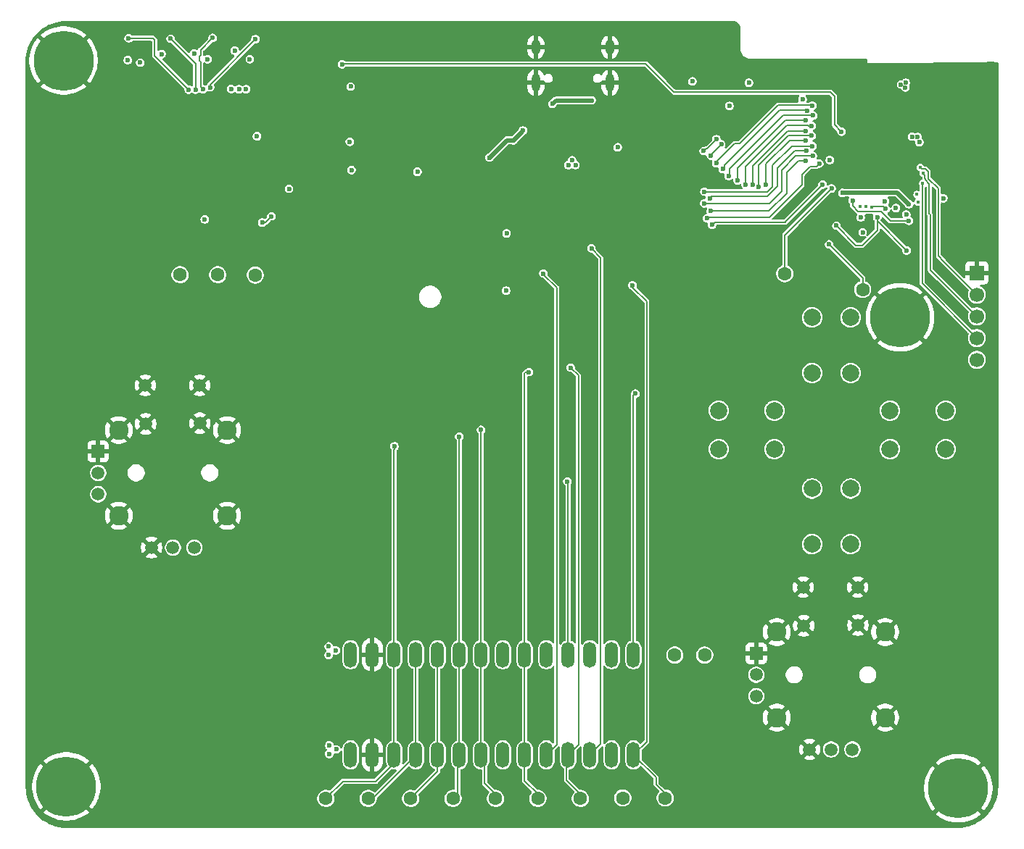
<source format=gbl>
G04 #@! TF.GenerationSoftware,KiCad,Pcbnew,9.0.2*
G04 #@! TF.CreationDate,2025-08-27T11:59:38-05:00*
G04 #@! TF.ProjectId,controller,636f6e74-726f-46c6-9c65-722e6b696361,rev?*
G04 #@! TF.SameCoordinates,Original*
G04 #@! TF.FileFunction,Copper,L4,Bot*
G04 #@! TF.FilePolarity,Positive*
%FSLAX46Y46*%
G04 Gerber Fmt 4.6, Leading zero omitted, Abs format (unit mm)*
G04 Created by KiCad (PCBNEW 9.0.2) date 2025-08-27 11:59:38*
%MOMM*%
%LPD*%
G01*
G04 APERTURE LIST*
G04 #@! TA.AperFunction,ComponentPad*
%ADD10C,2.000000*%
G04 #@! TD*
G04 #@! TA.AperFunction,ComponentPad*
%ADD11C,1.600000*%
G04 #@! TD*
G04 #@! TA.AperFunction,ComponentPad*
%ADD12C,7.000000*%
G04 #@! TD*
G04 #@! TA.AperFunction,ComponentPad*
%ADD13O,1.500000X3.000000*%
G04 #@! TD*
G04 #@! TA.AperFunction,HeatsinkPad*
%ADD14O,1.000000X2.100000*%
G04 #@! TD*
G04 #@! TA.AperFunction,HeatsinkPad*
%ADD15O,1.000000X1.800000*%
G04 #@! TD*
G04 #@! TA.AperFunction,ComponentPad*
%ADD16C,2.250000*%
G04 #@! TD*
G04 #@! TA.AperFunction,ComponentPad*
%ADD17C,1.500000*%
G04 #@! TD*
G04 #@! TA.AperFunction,ComponentPad*
%ADD18R,1.500000X1.500000*%
G04 #@! TD*
G04 #@! TA.AperFunction,ComponentPad*
%ADD19R,1.700000X1.700000*%
G04 #@! TD*
G04 #@! TA.AperFunction,ComponentPad*
%ADD20C,1.700000*%
G04 #@! TD*
G04 #@! TA.AperFunction,ComponentPad*
%ADD21R,0.900000X0.500000*%
G04 #@! TD*
G04 #@! TA.AperFunction,ViaPad*
%ADD22C,0.600000*%
G04 #@! TD*
G04 #@! TA.AperFunction,ViaPad*
%ADD23C,0.450000*%
G04 #@! TD*
G04 #@! TA.AperFunction,Conductor*
%ADD24C,0.500000*%
G04 #@! TD*
G04 #@! TA.AperFunction,Conductor*
%ADD25C,0.157000*%
G04 #@! TD*
G04 #@! TA.AperFunction,Conductor*
%ADD26C,0.156500*%
G04 #@! TD*
G04 #@! TA.AperFunction,Conductor*
%ADD27C,0.200000*%
G04 #@! TD*
G04 APERTURE END LIST*
D10*
X179469061Y-87728249D03*
X185969061Y-87728249D03*
X179469061Y-92228249D03*
X185969061Y-92228249D03*
D11*
X100965000Y-71831200D03*
D10*
X170369061Y-103328249D03*
X170369061Y-96828249D03*
X174869061Y-103328249D03*
X174869061Y-96828249D03*
X170369061Y-83328249D03*
X170369061Y-76828249D03*
X174869061Y-83328249D03*
X174869061Y-76828249D03*
D11*
X148267230Y-132994400D03*
D12*
X180640000Y-76820000D03*
D13*
X116484400Y-116246400D03*
X119024400Y-116246400D03*
X121564400Y-116246400D03*
X124104400Y-116246400D03*
X126644400Y-116246400D03*
X129184400Y-116246400D03*
X131724400Y-116246400D03*
X134264400Y-116246400D03*
X136804400Y-116246400D03*
X139344400Y-116246400D03*
X141884400Y-116246400D03*
X144424400Y-116246400D03*
X146964400Y-116246400D03*
X149504400Y-116246400D03*
D14*
X146760000Y-49400000D03*
D15*
X146760000Y-45220000D03*
D14*
X138120000Y-49400000D03*
D15*
X138120000Y-45220000D03*
D16*
X166250000Y-123600000D03*
X178900000Y-123600000D03*
X178900000Y-113600000D03*
X166250000Y-113600000D03*
D17*
X175720000Y-112800000D03*
X175695000Y-108375000D03*
X169390000Y-112875000D03*
X169345000Y-108375000D03*
D18*
X163845000Y-116100000D03*
D17*
X163845000Y-118600000D03*
X163845000Y-121100000D03*
X170075000Y-127330000D03*
X172575000Y-127330000D03*
X175075000Y-127330000D03*
D11*
X128455230Y-133045200D03*
X105359200Y-71882000D03*
D16*
X89425000Y-100000000D03*
X102075000Y-100000000D03*
X102075000Y-90000000D03*
X89425000Y-90000000D03*
D17*
X98895000Y-89200000D03*
X98870000Y-84775000D03*
X92565000Y-89275000D03*
X92520000Y-84775000D03*
D18*
X87020000Y-92500000D03*
D17*
X87020000Y-95000000D03*
X87020000Y-97500000D03*
X93250000Y-103730000D03*
X95750000Y-103730000D03*
X98250000Y-103730000D03*
D12*
X83300000Y-131650000D03*
D11*
X123502230Y-133045200D03*
X167182800Y-71729600D03*
X154330400Y-116297200D03*
X157835600Y-116297200D03*
X176276000Y-73558400D03*
D19*
X189600000Y-71620000D03*
D20*
X189600000Y-74160000D03*
X189600000Y-76700000D03*
X189600000Y-79240000D03*
X189600000Y-81780000D03*
D11*
X143314230Y-133045200D03*
X153220230Y-132994400D03*
X113596230Y-133045200D03*
D13*
X116484400Y-127965200D03*
X119024400Y-127965200D03*
X121564400Y-127965200D03*
X124104400Y-127965200D03*
X126644400Y-127965200D03*
X129184400Y-127965200D03*
X131724400Y-127965200D03*
X134264400Y-127965200D03*
X136804400Y-127965200D03*
X139344400Y-127965200D03*
X141884400Y-127965200D03*
X144424400Y-127965200D03*
X146964400Y-127965200D03*
X149504400Y-127965200D03*
D21*
X191200000Y-47175000D03*
D12*
X82978000Y-46808400D03*
D11*
X133408230Y-133045200D03*
X118549230Y-133045200D03*
X138361230Y-133045200D03*
D12*
X187430400Y-131855200D03*
D11*
X96570800Y-71831200D03*
D10*
X159469061Y-87728249D03*
X165969061Y-87728249D03*
X159469061Y-92228249D03*
X165969061Y-92228249D03*
D22*
X136611368Y-54980000D03*
X135500000Y-56125000D03*
X144627600Y-51460400D03*
X140043200Y-51879200D03*
X132700000Y-58150000D03*
X93400000Y-135650000D03*
X91950000Y-131750000D03*
X124700000Y-85700000D03*
X84600000Y-81800000D03*
X161000000Y-44700000D03*
X185800000Y-110550000D03*
X79650000Y-89950000D03*
X95150000Y-64700000D03*
X127450000Y-58750000D03*
X118700000Y-53400000D03*
X144700000Y-103600000D03*
X88200000Y-85450000D03*
X184400000Y-49150000D03*
X129050000Y-42950000D03*
X143950000Y-135500000D03*
X148450000Y-97300000D03*
X157900000Y-135400000D03*
X154050000Y-62300000D03*
X108350000Y-95950000D03*
X190750000Y-51700000D03*
X179500000Y-58850000D03*
X114850000Y-67050000D03*
X152550000Y-65800000D03*
X190042800Y-47345600D03*
X146350000Y-60375000D03*
X101400000Y-135650000D03*
X191100000Y-54250000D03*
X176750000Y-48750000D03*
X179500000Y-60850000D03*
X151850000Y-64400000D03*
X188450000Y-53100000D03*
X119100000Y-96750000D03*
X142750000Y-73150000D03*
X139500000Y-98650000D03*
X156950000Y-59400000D03*
X117100000Y-43050000D03*
X176000000Y-48250000D03*
X111350000Y-135550000D03*
X117300000Y-106200000D03*
X150400000Y-91150000D03*
X79650000Y-77950000D03*
X144950000Y-100000000D03*
X156000000Y-123650000D03*
X189300000Y-52950000D03*
X125300000Y-135500000D03*
X180900000Y-48550000D03*
X112750000Y-108200000D03*
X154900000Y-79050000D03*
X79600000Y-72000000D03*
X135950000Y-135500000D03*
X176250000Y-47503230D03*
X159300000Y-108700000D03*
X91050000Y-121550000D03*
X103150000Y-43100000D03*
X191050000Y-103100000D03*
X178155600Y-48006000D03*
X126600000Y-48300000D03*
X182450000Y-48650000D03*
X173400000Y-48950000D03*
X151000000Y-42900000D03*
X91150000Y-61200000D03*
X184400000Y-47450000D03*
X101150000Y-43100000D03*
X141650000Y-87350000D03*
X153350000Y-121100000D03*
X111450000Y-82800000D03*
X95950000Y-124250000D03*
X79650000Y-79950000D03*
X79600000Y-70000000D03*
X177500000Y-59850000D03*
X149050000Y-64050000D03*
X191150000Y-111050000D03*
X138250000Y-84550000D03*
X174900000Y-49850000D03*
X177500000Y-60850000D03*
X184550000Y-48450000D03*
X153900000Y-135400000D03*
X187400000Y-47400000D03*
X186850000Y-51450000D03*
X109150000Y-43100000D03*
X180250000Y-110500000D03*
X101000000Y-111650000D03*
X89950000Y-109200000D03*
X79650000Y-98600000D03*
X86150000Y-77750000D03*
X79650000Y-96600000D03*
X79650000Y-100600000D03*
X127500000Y-103050000D03*
X120100000Y-57750000D03*
X161500000Y-81700000D03*
X161750000Y-76850000D03*
X185050000Y-49400000D03*
X123100000Y-43050000D03*
X96700000Y-108900000D03*
X158050000Y-81700000D03*
X102400000Y-132250000D03*
X191050000Y-86450000D03*
X191150000Y-123050000D03*
X174500000Y-47850000D03*
X162300000Y-53050000D03*
X180900000Y-47400000D03*
X169850000Y-135350000D03*
X177050000Y-47450000D03*
X176500000Y-59850000D03*
X79500000Y-52050000D03*
X165300000Y-82000000D03*
X83950000Y-54400000D03*
X177850000Y-135350000D03*
X161400000Y-71150000D03*
X191150000Y-121050000D03*
X79750000Y-120550000D03*
X107500000Y-107150000D03*
X107750000Y-102350000D03*
X191600000Y-52950000D03*
X127350000Y-95650000D03*
X156500000Y-129150000D03*
X154950000Y-73900000D03*
X184050000Y-115000000D03*
X191750000Y-48800000D03*
X190750000Y-48950000D03*
X191750000Y-48000000D03*
X175900000Y-48950000D03*
X169050000Y-47150000D03*
X185700000Y-49000000D03*
X165850000Y-135350000D03*
X180500000Y-58850000D03*
X136700000Y-79550000D03*
X120500000Y-50450000D03*
X156300000Y-88150000D03*
X156350000Y-80350000D03*
X79800000Y-126500000D03*
X127100000Y-43050000D03*
X133700000Y-88900000D03*
X131050000Y-42950000D03*
X184048400Y-54051200D03*
X191150000Y-119050000D03*
X184550000Y-50000000D03*
X186300000Y-102000000D03*
X176750000Y-48000000D03*
X115100000Y-43050000D03*
X178950000Y-48450000D03*
X79650000Y-104600000D03*
X154850000Y-100850000D03*
X181750000Y-47450000D03*
X182900000Y-47500000D03*
X114700000Y-79450000D03*
X99400000Y-135650000D03*
X178500000Y-58850000D03*
X175850000Y-135350000D03*
X176479200Y-46939200D03*
X109300000Y-99500000D03*
X123850000Y-92350000D03*
X175550000Y-46900000D03*
X167450000Y-79400000D03*
X184600000Y-105800000D03*
X154150000Y-60150000D03*
X79750000Y-116550000D03*
X120100000Y-65250000D03*
X79750000Y-108550000D03*
X108650000Y-110150000D03*
X174750000Y-47000000D03*
X178500000Y-59850000D03*
X132950000Y-100750000D03*
X120250000Y-81600000D03*
X79800000Y-122500000D03*
X141050000Y-42950000D03*
X180500000Y-48000000D03*
X149850000Y-78950000D03*
X176500000Y-57850000D03*
X189500000Y-48050000D03*
X183150000Y-48200000D03*
X174300000Y-49450000D03*
X137100000Y-66750000D03*
X143800000Y-70300000D03*
X134650000Y-90300000D03*
X91400000Y-135650000D03*
X177500000Y-58850000D03*
X145000000Y-42900000D03*
X175150000Y-48350000D03*
X177500000Y-57850000D03*
X185100000Y-47850000D03*
X114050000Y-97450000D03*
X130600000Y-75750000D03*
X124050000Y-98350000D03*
X190900000Y-56550000D03*
X111834620Y-50234620D03*
X180500000Y-59850000D03*
X94050000Y-115700000D03*
X180050000Y-47400000D03*
X172800000Y-47950000D03*
X163200000Y-47150000D03*
X135650000Y-108850000D03*
X190100000Y-48650000D03*
X163845000Y-111050000D03*
X181850000Y-135350000D03*
X189950000Y-51750000D03*
X105700000Y-112200000D03*
X183800000Y-48750000D03*
X128050000Y-81850000D03*
X191050000Y-109100000D03*
X164500000Y-76500000D03*
X174350000Y-48650000D03*
X191150000Y-125050000D03*
X178500000Y-56850000D03*
X79650000Y-87950000D03*
X157000000Y-42900000D03*
X79650000Y-94600000D03*
X107900000Y-129850000D03*
X97850000Y-129200000D03*
X188350000Y-51400000D03*
X131870000Y-56260000D03*
X135700000Y-95550000D03*
X179850000Y-135350000D03*
X79650000Y-102600000D03*
X185900000Y-47500000D03*
X91000000Y-42950000D03*
X185500000Y-60600000D03*
X142800000Y-79950000D03*
X190450000Y-53050000D03*
X154950000Y-89100000D03*
X173950000Y-47150000D03*
X79600000Y-60000000D03*
X97400000Y-58100000D03*
X187250000Y-96000000D03*
X191600000Y-51350000D03*
X161550000Y-83250000D03*
X104450000Y-116550000D03*
X90200000Y-79900000D03*
X139050000Y-42950000D03*
X79750000Y-106550000D03*
X146350000Y-61100000D03*
X161000000Y-42900000D03*
X118100000Y-91200000D03*
X119100000Y-43050000D03*
X191000000Y-68500000D03*
X183235600Y-51562000D03*
X108100000Y-79650000D03*
X98700000Y-75600000D03*
X173850000Y-135350000D03*
X79650000Y-75950000D03*
X130250000Y-92450000D03*
X121700000Y-88800000D03*
X191050000Y-84450000D03*
X188150000Y-47350000D03*
X191150000Y-113050000D03*
X130350000Y-50850000D03*
X177444400Y-47904400D03*
X191050000Y-60400000D03*
X156850000Y-96250000D03*
X191050000Y-88450000D03*
X123000000Y-106250000D03*
X79650000Y-81950000D03*
X84700000Y-110250000D03*
X79600000Y-64000000D03*
X161900000Y-135400000D03*
X147100000Y-87950000D03*
X132200000Y-81400000D03*
X115750000Y-70400000D03*
X180500000Y-60850000D03*
X159000000Y-42900000D03*
X179500000Y-57850000D03*
X180050000Y-98400000D03*
X116700000Y-73450000D03*
X108600000Y-76000000D03*
X114100000Y-75500000D03*
X154950000Y-94650000D03*
X152900000Y-93150000D03*
X191050000Y-107100000D03*
X87000000Y-42950000D03*
X124850000Y-79100000D03*
X120300000Y-77250000D03*
X137950000Y-108350000D03*
X147650000Y-75250000D03*
X79800000Y-124500000D03*
X97400000Y-135650000D03*
X170950000Y-47150000D03*
X175100000Y-49150000D03*
X155600000Y-62850000D03*
X87100000Y-116700000D03*
X79750000Y-114550000D03*
X79600000Y-62000000D03*
X156250000Y-75000000D03*
X162800000Y-54250000D03*
X79650000Y-85950000D03*
X119050000Y-101100000D03*
X152500000Y-86400000D03*
X191450000Y-49500000D03*
X190950000Y-52500000D03*
X106750000Y-85700000D03*
X112850000Y-121350000D03*
X156200000Y-57200000D03*
X166650000Y-104950000D03*
X150350000Y-106500000D03*
X155300000Y-112850000D03*
X108500000Y-48000000D03*
X189810000Y-54230000D03*
X84650000Y-124000000D03*
X182750000Y-120150000D03*
X155900000Y-135400000D03*
X137050000Y-42950000D03*
X100550000Y-115950000D03*
X191550000Y-52100000D03*
X176500000Y-58850000D03*
X191050000Y-90450000D03*
X101350000Y-51450000D03*
X166400000Y-73700000D03*
X108300000Y-56850000D03*
X148550000Y-55900000D03*
X100500000Y-120900000D03*
X158150000Y-74450000D03*
X175400000Y-47650000D03*
X183900000Y-58850000D03*
X86050000Y-60000000D03*
X149000000Y-42900000D03*
X161000000Y-102400000D03*
X125200000Y-66500000D03*
X79600000Y-68000000D03*
X180850000Y-106150000D03*
X143050000Y-42950000D03*
X164050000Y-100100000D03*
X159500000Y-99850000D03*
X188400000Y-52300000D03*
X102850000Y-78600000D03*
X79650000Y-92600000D03*
X182850000Y-96200000D03*
X149750000Y-66550000D03*
X159900000Y-135400000D03*
X79600000Y-74000000D03*
X108300000Y-69350000D03*
X128250000Y-88100000D03*
X144050000Y-107900000D03*
X87450000Y-71700000D03*
X173750000Y-50000000D03*
X89400000Y-135650000D03*
X150150000Y-83200000D03*
X152450000Y-77700000D03*
X191150000Y-117050000D03*
X105350000Y-135550000D03*
X177500000Y-56850000D03*
X190600000Y-49700000D03*
X191200000Y-127000000D03*
X79750000Y-118550000D03*
X191150000Y-115050000D03*
X121100000Y-43050000D03*
X109750000Y-73050000D03*
X117050000Y-48300000D03*
X179300000Y-47500000D03*
X84300000Y-88000000D03*
X136550000Y-76800000D03*
X79500000Y-54050000D03*
X158650000Y-60950000D03*
X178500000Y-60850000D03*
X116500000Y-85250000D03*
X185550000Y-48350000D03*
X111550000Y-104650000D03*
X109350000Y-135550000D03*
X153200000Y-108450000D03*
X160550000Y-68150000D03*
X79750000Y-112550000D03*
X191000000Y-64500000D03*
X146650000Y-69650000D03*
X157950000Y-83700000D03*
X123300000Y-135500000D03*
X148150000Y-53300000D03*
X166000000Y-66550000D03*
X79600000Y-66000000D03*
X172750000Y-90150000D03*
X180500000Y-52390000D03*
X117250000Y-45400000D03*
X147250000Y-83700000D03*
X191050000Y-105100000D03*
X181250000Y-48000000D03*
X138200000Y-70500000D03*
X101650000Y-82000000D03*
X106900000Y-121900000D03*
X150250000Y-99300000D03*
X115600000Y-63150000D03*
X130200000Y-97600000D03*
X179500000Y-56850000D03*
X183900000Y-48000000D03*
X157700000Y-71050000D03*
X91100000Y-126950000D03*
X139500000Y-85300000D03*
X185600000Y-56450000D03*
X107350000Y-135550000D03*
X171850000Y-135350000D03*
X153950000Y-127300000D03*
X95350000Y-119400000D03*
X163900000Y-135400000D03*
X190250000Y-47950000D03*
X186550000Y-72700000D03*
X106450000Y-52050000D03*
X191050000Y-101100000D03*
X130800000Y-105850000D03*
X183642000Y-47396400D03*
X89000000Y-42950000D03*
X138250000Y-96350000D03*
X158650000Y-79650000D03*
X186650000Y-47350000D03*
X79500000Y-56050000D03*
X111500000Y-64450000D03*
X180500000Y-56850000D03*
X161600000Y-46550000D03*
X103650000Y-58750000D03*
X93000000Y-42950000D03*
X155000000Y-42900000D03*
X139500000Y-90850000D03*
X182100000Y-48000000D03*
X174500000Y-50550000D03*
X105700000Y-48400000D03*
X133300000Y-135500000D03*
X128500000Y-70350000D03*
X189050000Y-51350000D03*
X122150000Y-70400000D03*
X102750000Y-126000000D03*
X79750000Y-110550000D03*
X175800000Y-49750000D03*
X92000000Y-75050000D03*
X115350000Y-135550000D03*
X103600000Y-109500000D03*
X191750000Y-50500000D03*
X190000000Y-52550000D03*
X178500000Y-57850000D03*
X180500000Y-57850000D03*
X120950000Y-46000000D03*
X176500000Y-56850000D03*
X176500000Y-60850000D03*
X191050000Y-99100000D03*
X191050000Y-94450000D03*
X149150000Y-69300000D03*
X177350000Y-48550000D03*
X164150000Y-126300000D03*
X191050000Y-48300000D03*
X181650000Y-48650000D03*
X91000000Y-56200000D03*
X95400000Y-135650000D03*
X147700000Y-109050000D03*
X189200000Y-52200000D03*
X114900000Y-101500000D03*
X95750000Y-78600000D03*
X90450000Y-112500000D03*
X89850000Y-66100000D03*
X139550000Y-104850000D03*
X191050000Y-97100000D03*
X173750000Y-48050000D03*
X191050000Y-92450000D03*
X191000000Y-66500000D03*
X175050000Y-122000000D03*
X113350000Y-135550000D03*
X113100000Y-43050000D03*
X183600000Y-100078249D03*
X84650000Y-66250000D03*
X153000000Y-42900000D03*
X187500000Y-51800000D03*
X128050000Y-63700000D03*
X178500000Y-47450000D03*
X111150000Y-43100000D03*
X141950000Y-135500000D03*
X103350000Y-135550000D03*
X177851213Y-47384707D03*
X144850000Y-83800000D03*
X125100000Y-43050000D03*
X111350000Y-89350000D03*
X131860000Y-56940000D03*
X144000000Y-90300000D03*
X79650000Y-83950000D03*
X186385200Y-53848000D03*
X186850000Y-48000000D03*
X178150000Y-101800000D03*
X177950000Y-48717200D03*
X186200000Y-48250000D03*
X186700000Y-78100000D03*
X131300000Y-135500000D03*
X175500000Y-50400000D03*
X147000000Y-42900000D03*
X79500000Y-58050000D03*
X179500000Y-59850000D03*
X96300000Y-52050000D03*
X167850000Y-135350000D03*
X173100000Y-47200000D03*
X95500000Y-112500000D03*
X113944400Y-115281200D03*
X142341600Y-58470800D03*
X116500000Y-49850000D03*
X124300000Y-59800000D03*
X113990000Y-127860000D03*
X156400000Y-49250000D03*
X94427880Y-46056819D03*
X114830000Y-127320000D03*
X105550000Y-55650000D03*
X104722119Y-46656819D03*
X142748000Y-59029600D03*
X116400000Y-56300000D03*
X182700000Y-55750000D03*
X182050000Y-55700000D03*
X99795128Y-46650477D03*
X180750000Y-49600000D03*
X134700000Y-67000000D03*
X181300000Y-49400000D03*
X134650000Y-73700000D03*
X181250000Y-49950000D03*
X90477880Y-46756821D03*
X147675600Y-56946800D03*
X141935200Y-59029600D03*
X114004400Y-126851200D03*
X163000000Y-49400000D03*
X113930000Y-116290000D03*
X114770000Y-115750000D03*
X172434443Y-58434443D03*
X185700000Y-62900000D03*
X182900000Y-56350000D03*
X116600000Y-59600000D03*
X99466400Y-65379600D03*
X109302880Y-61794819D03*
X170500000Y-53235750D03*
X160629600Y-60299600D03*
X169658885Y-53814000D03*
X161687776Y-60825935D03*
X170400000Y-52078250D03*
X159168933Y-58825397D03*
X159950000Y-59486800D03*
X169800000Y-52657500D03*
X173205000Y-66105000D03*
X177970000Y-65130000D03*
X181410000Y-69010000D03*
X175100000Y-63180000D03*
X181685661Y-65535091D03*
X176050000Y-65129000D03*
X172360000Y-68290000D03*
D23*
X176662640Y-63844914D03*
X175948752Y-63848752D03*
D22*
X176270000Y-66870000D03*
X172650000Y-61750000D03*
X100077880Y-49936400D03*
X105377880Y-44306819D03*
X170304088Y-55600635D03*
X164160755Y-61552299D03*
X169600000Y-55022385D03*
X163400000Y-61304800D03*
X162600000Y-61304800D03*
X170300000Y-54444135D03*
X165000000Y-61282394D03*
X169600000Y-56178885D03*
X169250000Y-51328250D03*
X160725000Y-52100000D03*
X115500000Y-47250000D03*
X173800000Y-55128250D03*
D23*
X183286400Y-61163200D03*
X183344561Y-59989340D03*
X182981600Y-59283600D03*
D22*
X173920000Y-62287500D03*
X181685661Y-63606967D03*
X138988800Y-71700000D03*
X159765687Y-56600000D03*
X158546607Y-57912000D03*
X106172000Y-65735200D03*
X159200000Y-56000000D03*
X144610000Y-68760000D03*
X107255665Y-65007135D03*
X157715000Y-57385000D03*
X171600000Y-61300000D03*
X142189200Y-82702400D03*
X158699200Y-65989200D03*
X178862500Y-63277655D03*
X178977672Y-64141222D03*
D23*
X177337500Y-63912518D03*
D22*
X149402800Y-73073315D03*
X158532400Y-64400000D03*
X169600000Y-58534750D03*
D23*
X182732350Y-63350000D03*
D22*
X121615200Y-91897200D03*
X158100000Y-65250000D03*
X171201117Y-58850000D03*
X169700000Y-57378250D03*
X137312400Y-83210400D03*
X158445200Y-62907048D03*
D23*
X182600590Y-62463360D03*
D22*
X157784800Y-63500000D03*
X170457665Y-57956500D03*
X131724400Y-89966800D03*
X157787262Y-62130862D03*
X170400000Y-56800000D03*
X129184400Y-90764130D03*
X102977880Y-45656819D03*
X104277883Y-50156819D03*
X100377880Y-44156819D03*
X99247119Y-50176058D03*
X98227880Y-45956819D03*
X103477880Y-50156819D03*
X98377883Y-50206819D03*
X95477880Y-44256819D03*
X102552880Y-50131819D03*
X91927880Y-47056819D03*
X97577880Y-50206819D03*
X90577880Y-44206819D03*
X181370000Y-64800000D03*
X141790000Y-96000000D03*
X149740000Y-85730000D03*
X180154782Y-64035218D03*
D24*
X136611368Y-54980000D02*
X136511368Y-55080000D01*
X136511368Y-55080000D02*
X136511368Y-55113632D01*
X136511368Y-55113632D02*
X135500000Y-56125000D01*
X144627600Y-51460400D02*
X140462000Y-51460400D01*
X134725000Y-56125000D02*
X132700000Y-58150000D01*
X135500000Y-56125000D02*
X134725000Y-56125000D01*
X140462000Y-51460400D02*
X140043200Y-51879200D01*
D25*
X160700000Y-59500000D02*
X166964250Y-53235750D01*
X166964250Y-53235750D02*
X170500000Y-53235750D01*
X160700000Y-60229200D02*
X160700000Y-59500000D01*
X160629600Y-60299600D02*
X160700000Y-60229200D01*
D26*
X169658885Y-53814000D02*
X167286000Y-53814000D01*
X167286000Y-53814000D02*
X161687776Y-59412224D01*
X161687776Y-59412224D02*
X161687776Y-60825935D01*
X166400000Y-52000000D02*
X170321750Y-52000000D01*
X170321750Y-52000000D02*
X170400000Y-52078250D01*
X159168933Y-58631067D02*
X161300000Y-56500000D01*
X159168933Y-58825397D02*
X159168933Y-58631067D01*
X161900000Y-56500000D02*
X166400000Y-52000000D01*
X161300000Y-56500000D02*
X161900000Y-56500000D01*
X160130922Y-59305878D02*
X160130922Y-59069078D01*
X169742500Y-52600000D02*
X169800000Y-52657500D01*
X166600000Y-52600000D02*
X169742500Y-52600000D01*
X160130922Y-59069078D02*
X166600000Y-52600000D01*
X159950000Y-59486800D02*
X160130922Y-59305878D01*
D27*
X177970000Y-65130000D02*
X177970000Y-66620000D01*
X177970000Y-66620000D02*
X176190000Y-68400000D01*
X176190000Y-68400000D02*
X175500000Y-68400000D01*
X181410000Y-69010000D02*
X177970000Y-65570000D01*
X175500000Y-68400000D02*
X173205000Y-66105000D01*
X177970000Y-65570000D02*
X177970000Y-65130000D01*
X179523011Y-65535091D02*
X181685661Y-65535091D01*
X178437920Y-64450000D02*
X179523011Y-65535091D01*
X175100000Y-63800000D02*
X175750000Y-64450000D01*
X175750000Y-64450000D02*
X178437920Y-64450000D01*
X175100000Y-63180000D02*
X175100000Y-63800000D01*
X176276000Y-72206000D02*
X176276000Y-73558400D01*
X172360000Y-68290000D02*
X176276000Y-72206000D01*
X172650000Y-61750000D02*
X167182800Y-67217200D01*
X167182800Y-67217200D02*
X167182800Y-71729600D01*
X100077880Y-49936400D02*
X100077880Y-49606819D01*
X100077880Y-49606819D02*
X105377880Y-44306819D01*
D26*
X164160755Y-59039245D02*
X164160755Y-61552299D01*
X170304088Y-55600635D02*
X167599365Y-55600635D01*
X164160755Y-59039245D02*
X167599365Y-55600635D01*
X163400000Y-59100000D02*
X167477615Y-55022385D01*
X169600000Y-55022385D02*
X167477615Y-55022385D01*
X163400000Y-59100000D02*
X163400000Y-61304800D01*
X162600000Y-59200000D02*
X167406750Y-54393250D01*
X169898819Y-54393250D02*
X169949704Y-54444135D01*
X167406750Y-54393250D02*
X169898819Y-54393250D01*
X169949704Y-54444135D02*
X170300000Y-54444135D01*
X162600000Y-61304800D02*
X162600000Y-59200000D01*
X167721115Y-56178885D02*
X169600000Y-56178885D01*
X165000000Y-61282394D02*
X165000000Y-58900000D01*
X165000000Y-58900000D02*
X167721115Y-56178885D01*
D27*
X150943200Y-47193200D02*
X115556800Y-47193200D01*
X172500000Y-50500000D02*
X154250000Y-50500000D01*
X173000000Y-51000000D02*
X172500000Y-50500000D01*
X115556800Y-47193200D02*
X115500000Y-47250000D01*
X173800000Y-55128250D02*
X173000000Y-54328250D01*
X173000000Y-54328250D02*
X173000000Y-51000000D01*
X154250000Y-50500000D02*
X150943200Y-47193200D01*
D26*
X183235600Y-72875600D02*
X189600000Y-79240000D01*
X183286400Y-61518800D02*
X183235600Y-61569600D01*
X183235600Y-61569600D02*
X183235600Y-72875600D01*
X183286400Y-61163200D02*
X183286400Y-61518800D01*
X185137600Y-72237600D02*
X189600000Y-76700000D01*
X183589300Y-60752482D02*
X184048400Y-61211582D01*
X183540400Y-60553600D02*
X183589300Y-60602500D01*
X184150000Y-71272400D02*
X185115200Y-72237600D01*
X184048400Y-61211582D02*
X184048400Y-64719200D01*
X183344561Y-59989340D02*
X183540400Y-60185179D01*
X183589300Y-60602500D02*
X183589300Y-60752482D01*
X184150000Y-64820800D02*
X184150000Y-71272400D01*
X184048400Y-64719200D02*
X184150000Y-64820800D01*
X185115200Y-72237600D02*
X185137600Y-72237600D01*
X183540400Y-60185179D02*
X183540400Y-60553600D01*
X185115200Y-61772800D02*
X185115200Y-69646800D01*
X183946800Y-59791600D02*
X183946800Y-60604400D01*
X183148000Y-59450000D02*
X183605200Y-59450000D01*
X185747200Y-70307200D02*
X189600000Y-74160000D01*
X182981600Y-59283600D02*
X183148000Y-59450000D01*
X185115200Y-69646800D02*
X185747200Y-70278800D01*
X185747200Y-70278800D02*
X185747200Y-70307200D01*
X183946800Y-60604400D02*
X185115200Y-61772800D01*
X183605200Y-59450000D02*
X183946800Y-59791600D01*
D24*
X180328694Y-62250000D02*
X173957500Y-62250000D01*
X181685661Y-63606967D02*
X180328694Y-62250000D01*
X173957500Y-62250000D02*
X173920000Y-62287500D01*
D26*
X140563600Y-73355200D02*
X140563600Y-126746000D01*
X140563600Y-126746000D02*
X139344400Y-127965200D01*
D25*
X158680920Y-57684767D02*
X159765687Y-56600000D01*
X158680920Y-57777687D02*
X158680920Y-57684767D01*
X158546607Y-57912000D02*
X158680920Y-57777687D01*
D26*
X138988800Y-71700000D02*
X138988800Y-71780400D01*
X138988800Y-71780400D02*
X140563600Y-73355200D01*
X145694400Y-126695200D02*
X144424400Y-127965200D01*
D25*
X157980920Y-57119080D02*
X158080920Y-57119080D01*
X106172000Y-65735200D02*
X106527600Y-65735200D01*
X157715000Y-57385000D02*
X157980920Y-57119080D01*
D26*
X144610000Y-68760000D02*
X145694400Y-69844400D01*
D25*
X158080920Y-57119080D02*
X159200000Y-56000000D01*
X106527600Y-65735200D02*
X107255665Y-65007135D01*
D26*
X145694400Y-69844400D02*
X145694400Y-126695200D01*
X167233600Y-65684400D02*
X167233600Y-65666400D01*
X142189200Y-82702400D02*
X143103600Y-83616800D01*
X158699200Y-65989200D02*
X159004000Y-65684400D01*
X167233600Y-65666400D02*
X171600000Y-61300000D01*
X143103600Y-83616800D02*
X143103600Y-126746000D01*
X159004000Y-65684400D02*
X167233600Y-65684400D01*
X141681200Y-130886200D02*
X141681200Y-128168400D01*
X143103600Y-126746000D02*
X141884400Y-127965200D01*
X143314230Y-132519230D02*
X141681200Y-130886200D01*
D27*
X177337500Y-63887518D02*
X177355018Y-63870000D01*
X178706450Y-63870000D02*
X178977672Y-64141222D01*
X177355018Y-63870000D02*
X178706450Y-63870000D01*
X177337500Y-63912518D02*
X177337500Y-63887518D01*
D26*
X168765250Y-58534750D02*
X167400000Y-59900000D01*
X152146000Y-130606800D02*
X149504400Y-127965200D01*
X167400000Y-59900000D02*
X167400000Y-62300000D01*
X169600000Y-58534750D02*
X168765250Y-58534750D01*
X167400000Y-62300000D02*
X165300000Y-64400000D01*
X149402800Y-73073315D02*
X149402800Y-73304400D01*
X153220230Y-132468430D02*
X152146000Y-131394200D01*
X152146000Y-131394200D02*
X152146000Y-130606800D01*
X165300000Y-64400000D02*
X158532400Y-64400000D01*
X151079200Y-74980800D02*
X151079200Y-126390400D01*
X149402800Y-73304400D02*
X151079200Y-74980800D01*
X151079200Y-126390400D02*
X149504400Y-127965200D01*
D27*
X124104400Y-116246400D02*
X124104400Y-127965200D01*
X119075200Y-133045200D02*
X124104400Y-128016000D01*
D26*
X121615200Y-92252800D02*
X121564400Y-92303600D01*
X158311504Y-65250000D02*
X158435904Y-65125600D01*
X169200000Y-61300000D02*
X169200000Y-60100000D01*
D27*
X119420000Y-131060000D02*
X115581430Y-131060000D01*
D26*
X165374400Y-65125600D02*
X169200000Y-61300000D01*
X121564400Y-92303600D02*
X121564400Y-127965200D01*
X169200000Y-60100000D02*
X170100000Y-59200000D01*
D27*
X115581430Y-131060000D02*
X113596230Y-133045200D01*
X121420000Y-129060000D02*
X119420000Y-131060000D01*
D26*
X170851117Y-59200000D02*
X171201117Y-58850000D01*
X158435904Y-65125600D02*
X165374400Y-65125600D01*
X121615200Y-91897200D02*
X121615200Y-92252800D01*
X158100000Y-65250000D02*
X158311504Y-65250000D01*
X170100000Y-59200000D02*
X170851117Y-59200000D01*
X166300000Y-59400000D02*
X166300000Y-61505582D01*
D27*
X136804400Y-127965200D02*
X136804400Y-130962400D01*
D26*
X158508800Y-62843448D02*
X158445200Y-62907048D01*
X165105582Y-62700000D02*
X158508800Y-62700000D01*
X136804400Y-83362800D02*
X136804400Y-127965200D01*
X168321750Y-57378250D02*
X166300000Y-59400000D01*
X136956800Y-83210400D02*
X136804400Y-83362800D01*
X169700000Y-57378250D02*
X168321750Y-57378250D01*
X166300000Y-61505582D02*
X165105582Y-62700000D01*
X158508800Y-62700000D02*
X158508800Y-62843448D01*
D27*
X136804400Y-130962400D02*
X138361230Y-132519230D01*
D26*
X137312400Y-83210400D02*
X136956800Y-83210400D01*
D27*
X123502230Y-133045200D02*
X126644400Y-129903030D01*
X126644400Y-129903030D02*
X126644400Y-127965200D01*
X126644400Y-116246400D02*
X126644400Y-127965200D01*
D26*
X158343600Y-63500000D02*
X157784800Y-63500000D01*
X158358302Y-63485298D02*
X158343600Y-63500000D01*
D27*
X132130800Y-131241800D02*
X132130800Y-128371600D01*
D26*
X168443500Y-57956500D02*
X166800000Y-59600000D01*
X131724400Y-89966800D02*
X131724400Y-128574800D01*
X166800000Y-62100000D02*
X165414702Y-63485298D01*
X165414702Y-63485298D02*
X158358302Y-63485298D01*
X170457665Y-57956500D02*
X168443500Y-57956500D01*
D27*
X133408230Y-132519230D02*
X132130800Y-131241800D01*
D26*
X166800000Y-59600000D02*
X166800000Y-62100000D01*
X129184400Y-90764130D02*
X129184400Y-128574800D01*
X168000000Y-56800000D02*
X165750000Y-59050000D01*
X170400000Y-56800000D02*
X168000000Y-56800000D01*
X157787949Y-62131549D02*
X165168451Y-62131549D01*
D27*
X128455230Y-133045200D02*
X128981200Y-132519230D01*
D26*
X157787949Y-62131549D02*
X157787262Y-62130862D01*
X165750000Y-59050000D02*
X165750000Y-61550000D01*
X165750000Y-61550000D02*
X165168451Y-62131549D01*
D27*
X128981200Y-132519230D02*
X128981200Y-128168400D01*
X98977880Y-46206876D02*
X98977880Y-45556819D01*
X98876880Y-46805762D02*
X98876880Y-46307876D01*
X98977880Y-45556819D02*
X100377880Y-44156819D01*
X98876880Y-46307876D02*
X98977880Y-46206876D01*
X99247119Y-50176058D02*
X98977880Y-49906819D01*
X98977880Y-46906762D02*
X98876880Y-46805762D01*
X98977880Y-49906819D02*
X98977880Y-46906762D01*
X98377883Y-47156822D02*
X95477880Y-44256819D01*
X98377883Y-50206819D02*
X98377883Y-47156822D01*
X97577880Y-50206819D02*
X93627880Y-46256819D01*
X93427880Y-44206819D02*
X90577880Y-44206819D01*
X93627880Y-44406819D02*
X93427880Y-44206819D01*
X93627880Y-46256819D02*
X93627880Y-44406819D01*
X141790000Y-96000000D02*
X141884400Y-96094400D01*
X141884400Y-96094400D02*
X141884400Y-116246400D01*
X149740000Y-85730000D02*
X149504400Y-85965600D01*
X149504400Y-85965600D02*
X149504400Y-116246400D01*
G04 #@! TA.AperFunction,Conductor*
G36*
X161206061Y-42201097D02*
G01*
X161216051Y-42202080D01*
X161343824Y-42214665D01*
X161367652Y-42219404D01*
X161494277Y-42257815D01*
X161516725Y-42267114D01*
X161623636Y-42324260D01*
X161633406Y-42329482D01*
X161653616Y-42342986D01*
X161733202Y-42408300D01*
X161755891Y-42426920D01*
X161773079Y-42444108D01*
X161857012Y-42546381D01*
X161870517Y-42566593D01*
X161932883Y-42683271D01*
X161942186Y-42705728D01*
X161980593Y-42832338D01*
X161985335Y-42856180D01*
X161998903Y-42993938D01*
X161999500Y-43006092D01*
X161999500Y-45494486D01*
X162029059Y-45681118D01*
X162087454Y-45860836D01*
X162169934Y-46022711D01*
X162173240Y-46029199D01*
X162284310Y-46182073D01*
X162417927Y-46315690D01*
X162570801Y-46426760D01*
X162615439Y-46449504D01*
X162739163Y-46512545D01*
X162739165Y-46512545D01*
X162739168Y-46512547D01*
X162797207Y-46531405D01*
X162918881Y-46570940D01*
X163105514Y-46600500D01*
X163105519Y-46600500D01*
X175776886Y-46600500D01*
X175861716Y-46587063D01*
X175963518Y-46570940D01*
X176000564Y-46558902D01*
X176041898Y-46552871D01*
X176380635Y-46561127D01*
X176686247Y-46568576D01*
X176752787Y-46589888D01*
X176797242Y-46643791D01*
X176807206Y-46694753D01*
X176800118Y-47091599D01*
X176800118Y-47091600D01*
X192021787Y-46991681D01*
X192088952Y-47010925D01*
X192135053Y-47063427D01*
X192146599Y-47115743D01*
X192102148Y-131662735D01*
X192102148Y-131662737D01*
X192102128Y-131699894D01*
X192102007Y-131705299D01*
X192083894Y-132115365D01*
X192082946Y-132126137D01*
X192029532Y-132530356D01*
X192027649Y-132541006D01*
X191939218Y-132939033D01*
X191936415Y-132949477D01*
X191813639Y-133338297D01*
X191809936Y-133348457D01*
X191653753Y-133725092D01*
X191649179Y-133734891D01*
X191460778Y-134096481D01*
X191455368Y-134105845D01*
X191236168Y-134449662D01*
X191229962Y-134458518D01*
X190981654Y-134781911D01*
X190974700Y-134790193D01*
X190699149Y-135090732D01*
X190691501Y-135098377D01*
X190390812Y-135373765D01*
X190382526Y-135380714D01*
X190058994Y-135628853D01*
X190050134Y-135635054D01*
X189706208Y-135854062D01*
X189696842Y-135859467D01*
X189335146Y-136047677D01*
X189325344Y-136052246D01*
X188948620Y-136208227D01*
X188938458Y-136211924D01*
X188549582Y-136334487D01*
X188539136Y-136337285D01*
X188141055Y-136425502D01*
X188130405Y-136427379D01*
X187726155Y-136480575D01*
X187715382Y-136481517D01*
X187303838Y-136499474D01*
X187298433Y-136499592D01*
X187262742Y-136499592D01*
X83385844Y-136499504D01*
X83348668Y-136499504D01*
X83343260Y-136499386D01*
X82933199Y-136481485D01*
X82922426Y-136480543D01*
X82518154Y-136427334D01*
X82507504Y-136425456D01*
X82109420Y-136337230D01*
X82098975Y-136334432D01*
X81710098Y-136211860D01*
X81699936Y-136208163D01*
X81323195Y-136052167D01*
X81313400Y-136047601D01*
X80951692Y-135859377D01*
X80942329Y-135853974D01*
X80598397Y-135634952D01*
X80589537Y-135628751D01*
X80265993Y-135380595D01*
X80257708Y-135373646D01*
X80166650Y-135290247D01*
X79957011Y-135098241D01*
X79949380Y-135090614D01*
X79673811Y-134790046D01*
X79666870Y-134781777D01*
X79418548Y-134458356D01*
X79412345Y-134449503D01*
X79193149Y-134105683D01*
X79187739Y-134096320D01*
X79114865Y-133956452D01*
X78999330Y-133734704D01*
X78994764Y-133724922D01*
X78838570Y-133348248D01*
X78834878Y-133338116D01*
X78712097Y-132949265D01*
X78709299Y-132938839D01*
X78671912Y-132770550D01*
X78620862Y-132540760D01*
X78618990Y-132530173D01*
X78565569Y-132125877D01*
X78564625Y-132115135D01*
X78564300Y-132107768D01*
X78546585Y-131706640D01*
X78546465Y-131701290D01*
X78546342Y-131453496D01*
X79300000Y-131453496D01*
X79300000Y-131846503D01*
X79338521Y-132237629D01*
X79415194Y-132623087D01*
X79529282Y-132999186D01*
X79679683Y-133362285D01*
X79679685Y-133362290D01*
X79864941Y-133708879D01*
X79864952Y-133708897D01*
X80083289Y-134035662D01*
X80083299Y-134035676D01*
X80298521Y-134297924D01*
X81613098Y-132983347D01*
X81680076Y-133070635D01*
X81879365Y-133269924D01*
X81966651Y-133336901D01*
X80652074Y-134651477D01*
X80914323Y-134866700D01*
X80914337Y-134866710D01*
X81241102Y-135085047D01*
X81241120Y-135085058D01*
X81587709Y-135270314D01*
X81587714Y-135270316D01*
X81950813Y-135420717D01*
X82326912Y-135534805D01*
X82712371Y-135611478D01*
X82712370Y-135611478D01*
X83103496Y-135650000D01*
X83496504Y-135650000D01*
X83887629Y-135611478D01*
X84273087Y-135534805D01*
X84649186Y-135420717D01*
X85012285Y-135270316D01*
X85012290Y-135270314D01*
X85358879Y-135085058D01*
X85358897Y-135085047D01*
X85685662Y-134866710D01*
X85685676Y-134866700D01*
X85874166Y-134712010D01*
X85947923Y-134651478D01*
X85947924Y-134651477D01*
X84633348Y-133336901D01*
X84720635Y-133269924D01*
X84919924Y-133070635D01*
X84986901Y-132983348D01*
X86301477Y-134297924D01*
X86301478Y-134297923D01*
X86516700Y-134035676D01*
X86516710Y-134035662D01*
X86735047Y-133708897D01*
X86735058Y-133708879D01*
X86920314Y-133362290D01*
X86920316Y-133362285D01*
X87010839Y-133143743D01*
X112595729Y-133143743D01*
X112634177Y-133337029D01*
X112634180Y-133337039D01*
X112709594Y-133519107D01*
X112709601Y-133519120D01*
X112819090Y-133682981D01*
X112819093Y-133682985D01*
X112958444Y-133822336D01*
X112958448Y-133822339D01*
X113122309Y-133931828D01*
X113122322Y-133931835D01*
X113299443Y-134005200D01*
X113304395Y-134007251D01*
X113304399Y-134007251D01*
X113304400Y-134007252D01*
X113497686Y-134045700D01*
X113497689Y-134045700D01*
X113694773Y-134045700D01*
X113824812Y-134019832D01*
X113888065Y-134007251D01*
X114070144Y-133931832D01*
X114234012Y-133822339D01*
X114373369Y-133682982D01*
X114482862Y-133519114D01*
X114558281Y-133337035D01*
X114588048Y-133187387D01*
X114596730Y-133143743D01*
X114596730Y-132946656D01*
X114558282Y-132753370D01*
X114558281Y-132753369D01*
X114558281Y-132753365D01*
X114518155Y-132656494D01*
X114510687Y-132587028D01*
X114541962Y-132524549D01*
X114545007Y-132521392D01*
X115669582Y-131396819D01*
X115730905Y-131363334D01*
X115757263Y-131360500D01*
X119459560Y-131360500D01*
X119459562Y-131360500D01*
X119535989Y-131340021D01*
X119604511Y-131300460D01*
X119660460Y-131244511D01*
X121230815Y-129674154D01*
X121292136Y-129640671D01*
X121342685Y-129640220D01*
X121407690Y-129653150D01*
X121470781Y-129665699D01*
X121470783Y-129665700D01*
X121470784Y-129665700D01*
X121658017Y-129665700D01*
X121658017Y-129665699D01*
X121721108Y-129653150D01*
X121790698Y-129659377D01*
X121845876Y-129702239D01*
X121869121Y-129768129D01*
X121853054Y-129836126D01*
X121832980Y-129862448D01*
X119394871Y-132300557D01*
X119333548Y-132334042D01*
X119263856Y-132329058D01*
X119219509Y-132300557D01*
X119187015Y-132268063D01*
X119187011Y-132268060D01*
X119023150Y-132158571D01*
X119023137Y-132158564D01*
X118841069Y-132083150D01*
X118841059Y-132083147D01*
X118647773Y-132044700D01*
X118647771Y-132044700D01*
X118450689Y-132044700D01*
X118450687Y-132044700D01*
X118257400Y-132083147D01*
X118257390Y-132083150D01*
X118075322Y-132158564D01*
X118075309Y-132158571D01*
X117911448Y-132268060D01*
X117911444Y-132268063D01*
X117772093Y-132407414D01*
X117772090Y-132407418D01*
X117662601Y-132571279D01*
X117662594Y-132571292D01*
X117587180Y-132753360D01*
X117587177Y-132753370D01*
X117548730Y-132946656D01*
X117548730Y-132946659D01*
X117548730Y-133143741D01*
X117548730Y-133143743D01*
X117548729Y-133143743D01*
X117587177Y-133337029D01*
X117587180Y-133337039D01*
X117662594Y-133519107D01*
X117662601Y-133519120D01*
X117772090Y-133682981D01*
X117772093Y-133682985D01*
X117911444Y-133822336D01*
X117911448Y-133822339D01*
X118075309Y-133931828D01*
X118075322Y-133931835D01*
X118252443Y-134005200D01*
X118257395Y-134007251D01*
X118257399Y-134007251D01*
X118257400Y-134007252D01*
X118450686Y-134045700D01*
X118450689Y-134045700D01*
X118647773Y-134045700D01*
X118777812Y-134019832D01*
X118841065Y-134007251D01*
X119023144Y-133931832D01*
X119187012Y-133822339D01*
X119326369Y-133682982D01*
X119435862Y-133519114D01*
X119511281Y-133337035D01*
X119541048Y-133187387D01*
X119549730Y-133143743D01*
X122501729Y-133143743D01*
X122540177Y-133337029D01*
X122540180Y-133337039D01*
X122615594Y-133519107D01*
X122615601Y-133519120D01*
X122725090Y-133682981D01*
X122725093Y-133682985D01*
X122864444Y-133822336D01*
X122864448Y-133822339D01*
X123028309Y-133931828D01*
X123028322Y-133931835D01*
X123205443Y-134005200D01*
X123210395Y-134007251D01*
X123210399Y-134007251D01*
X123210400Y-134007252D01*
X123403686Y-134045700D01*
X123403689Y-134045700D01*
X123600773Y-134045700D01*
X123730812Y-134019832D01*
X123794065Y-134007251D01*
X123976144Y-133931832D01*
X124140012Y-133822339D01*
X124279369Y-133682982D01*
X124388862Y-133519114D01*
X124464281Y-133337035D01*
X124494048Y-133187387D01*
X124502730Y-133143743D01*
X127454729Y-133143743D01*
X127493177Y-133337029D01*
X127493180Y-133337039D01*
X127568594Y-133519107D01*
X127568601Y-133519120D01*
X127678090Y-133682981D01*
X127678093Y-133682985D01*
X127817444Y-133822336D01*
X127817448Y-133822339D01*
X127981309Y-133931828D01*
X127981322Y-133931835D01*
X128158443Y-134005200D01*
X128163395Y-134007251D01*
X128163399Y-134007251D01*
X128163400Y-134007252D01*
X128356686Y-134045700D01*
X128356689Y-134045700D01*
X128553773Y-134045700D01*
X128683812Y-134019832D01*
X128747065Y-134007251D01*
X128929144Y-133931832D01*
X129093012Y-133822339D01*
X129232369Y-133682982D01*
X129341862Y-133519114D01*
X129417281Y-133337035D01*
X129447048Y-133187387D01*
X129455730Y-133143743D01*
X129455730Y-132946656D01*
X129417282Y-132753370D01*
X129417281Y-132753369D01*
X129417281Y-132753365D01*
X129354982Y-132602961D01*
X129341863Y-132571288D01*
X129321629Y-132541006D01*
X129302598Y-132512523D01*
X129281720Y-132445845D01*
X129281700Y-132443632D01*
X129281700Y-129766731D01*
X129301385Y-129699692D01*
X129354189Y-129653937D01*
X129381503Y-129645115D01*
X129461651Y-129629173D01*
X129634631Y-129557522D01*
X129790308Y-129453502D01*
X129922702Y-129321108D01*
X130026722Y-129165431D01*
X130098373Y-128992451D01*
X130134900Y-128808816D01*
X130134900Y-127121584D01*
X130134899Y-127121581D01*
X130134899Y-127121579D01*
X130106030Y-126976446D01*
X130098373Y-126937949D01*
X130026722Y-126764969D01*
X130026721Y-126764968D01*
X130026718Y-126764962D01*
X129922702Y-126609292D01*
X129922699Y-126609288D01*
X129790311Y-126476900D01*
X129790307Y-126476897D01*
X129634637Y-126372881D01*
X129634631Y-126372878D01*
X129588337Y-126353702D01*
X129539695Y-126333553D01*
X129485293Y-126289712D01*
X129463229Y-126223418D01*
X129463150Y-126218993D01*
X129463150Y-117992606D01*
X129482835Y-117925567D01*
X129535639Y-117879812D01*
X129539697Y-117878045D01*
X129579162Y-117861698D01*
X129634631Y-117838722D01*
X129790308Y-117734702D01*
X129922702Y-117602308D01*
X130026722Y-117446631D01*
X130098373Y-117273651D01*
X130134900Y-117090016D01*
X130134900Y-115402784D01*
X130134899Y-115402781D01*
X130134899Y-115402779D01*
X130773900Y-115402779D01*
X130773900Y-117090020D01*
X130810425Y-117273643D01*
X130810427Y-117273651D01*
X130882076Y-117446628D01*
X130882081Y-117446637D01*
X130986097Y-117602307D01*
X130986100Y-117602311D01*
X131118488Y-117734699D01*
X131118492Y-117734702D01*
X131274162Y-117838718D01*
X131274171Y-117838723D01*
X131369103Y-117878045D01*
X131423506Y-117921886D01*
X131445571Y-117988180D01*
X131445650Y-117992606D01*
X131445650Y-126218993D01*
X131425965Y-126286032D01*
X131373161Y-126331787D01*
X131369104Y-126333554D01*
X131274168Y-126372878D01*
X131274162Y-126372881D01*
X131118492Y-126476897D01*
X131118488Y-126476900D01*
X130986100Y-126609288D01*
X130986097Y-126609292D01*
X130882081Y-126764962D01*
X130882076Y-126764971D01*
X130810427Y-126937948D01*
X130810425Y-126937956D01*
X130773900Y-127121579D01*
X130773900Y-128808820D01*
X130810425Y-128992443D01*
X130810427Y-128992451D01*
X130882076Y-129165428D01*
X130882081Y-129165437D01*
X130986097Y-129321107D01*
X130986100Y-129321111D01*
X131118488Y-129453499D01*
X131118492Y-129453502D01*
X131274162Y-129557518D01*
X131274168Y-129557521D01*
X131274169Y-129557522D01*
X131447149Y-129629173D01*
X131598996Y-129659377D01*
X131630779Y-129665699D01*
X131630783Y-129665700D01*
X131706300Y-129665700D01*
X131773339Y-129685385D01*
X131819094Y-129738189D01*
X131830300Y-129789700D01*
X131830300Y-131281362D01*
X131839329Y-131315057D01*
X131850779Y-131357790D01*
X131850782Y-131357795D01*
X131890335Y-131426304D01*
X131890341Y-131426312D01*
X132663587Y-132199558D01*
X132697072Y-132260881D01*
X132692088Y-132330573D01*
X132663588Y-132374919D01*
X132631094Y-132407413D01*
X132631090Y-132407418D01*
X132521601Y-132571279D01*
X132521594Y-132571292D01*
X132446180Y-132753360D01*
X132446177Y-132753370D01*
X132407730Y-132946656D01*
X132407730Y-132946659D01*
X132407730Y-133143741D01*
X132407730Y-133143743D01*
X132407729Y-133143743D01*
X132446177Y-133337029D01*
X132446180Y-133337039D01*
X132521594Y-133519107D01*
X132521601Y-133519120D01*
X132631090Y-133682981D01*
X132631093Y-133682985D01*
X132770444Y-133822336D01*
X132770448Y-133822339D01*
X132934309Y-133931828D01*
X132934322Y-133931835D01*
X133111443Y-134005200D01*
X133116395Y-134007251D01*
X133116399Y-134007251D01*
X133116400Y-134007252D01*
X133309686Y-134045700D01*
X133309689Y-134045700D01*
X133506773Y-134045700D01*
X133636812Y-134019832D01*
X133700065Y-134007251D01*
X133882144Y-133931832D01*
X134046012Y-133822339D01*
X134185369Y-133682982D01*
X134294862Y-133519114D01*
X134370281Y-133337035D01*
X134400048Y-133187387D01*
X134408730Y-133143743D01*
X134408730Y-132946656D01*
X134370282Y-132753370D01*
X134370281Y-132753369D01*
X134370281Y-132753365D01*
X134349237Y-132702560D01*
X134294865Y-132571292D01*
X134294858Y-132571279D01*
X134185369Y-132407418D01*
X134185366Y-132407414D01*
X134046015Y-132268063D01*
X134046011Y-132268060D01*
X133882150Y-132158571D01*
X133882137Y-132158564D01*
X133700069Y-132083150D01*
X133700059Y-132083147D01*
X133506773Y-132044700D01*
X133506771Y-132044700D01*
X133410033Y-132044700D01*
X133342994Y-132025015D01*
X133322352Y-132008381D01*
X132467619Y-131153648D01*
X132434134Y-131092325D01*
X132431300Y-131065967D01*
X132431300Y-129403739D01*
X132450985Y-129336700D01*
X132459450Y-129325070D01*
X132462694Y-129321115D01*
X132462702Y-129321108D01*
X132566722Y-129165431D01*
X132638373Y-128992451D01*
X132674900Y-128808816D01*
X132674900Y-127121584D01*
X132674899Y-127121581D01*
X132674899Y-127121579D01*
X133313900Y-127121579D01*
X133313900Y-128808820D01*
X133350425Y-128992443D01*
X133350427Y-128992451D01*
X133422076Y-129165428D01*
X133422081Y-129165437D01*
X133526097Y-129321107D01*
X133526100Y-129321111D01*
X133658488Y-129453499D01*
X133658492Y-129453502D01*
X133814162Y-129557518D01*
X133814168Y-129557521D01*
X133814169Y-129557522D01*
X133987149Y-129629173D01*
X134138996Y-129659377D01*
X134170779Y-129665699D01*
X134170783Y-129665700D01*
X134170784Y-129665700D01*
X134358017Y-129665700D01*
X134358018Y-129665699D01*
X134541651Y-129629173D01*
X134714631Y-129557522D01*
X134870308Y-129453502D01*
X135002702Y-129321108D01*
X135106722Y-129165431D01*
X135178373Y-128992451D01*
X135214900Y-128808816D01*
X135214900Y-127121584D01*
X135214899Y-127121581D01*
X135214899Y-127121579D01*
X135186030Y-126976446D01*
X135178373Y-126937949D01*
X135106722Y-126764969D01*
X135106721Y-126764968D01*
X135106718Y-126764962D01*
X135002702Y-126609292D01*
X135002699Y-126609288D01*
X134870311Y-126476900D01*
X134870307Y-126476897D01*
X134714637Y-126372881D01*
X134714628Y-126372876D01*
X134541651Y-126301227D01*
X134541643Y-126301225D01*
X134358020Y-126264700D01*
X134358016Y-126264700D01*
X134170784Y-126264700D01*
X134170779Y-126264700D01*
X133987156Y-126301225D01*
X133987148Y-126301227D01*
X133814171Y-126372876D01*
X133814162Y-126372881D01*
X133658492Y-126476897D01*
X133658488Y-126476900D01*
X133526100Y-126609288D01*
X133526097Y-126609292D01*
X133422081Y-126764962D01*
X133422076Y-126764971D01*
X133350427Y-126937948D01*
X133350425Y-126937956D01*
X133313900Y-127121579D01*
X132674899Y-127121579D01*
X132646030Y-126976446D01*
X132638373Y-126937949D01*
X132566722Y-126764969D01*
X132566721Y-126764968D01*
X132566718Y-126764962D01*
X132462702Y-126609292D01*
X132462699Y-126609288D01*
X132330311Y-126476900D01*
X132330307Y-126476897D01*
X132174637Y-126372881D01*
X132174631Y-126372878D01*
X132128337Y-126353702D01*
X132079695Y-126333553D01*
X132025293Y-126289712D01*
X132003229Y-126223418D01*
X132003150Y-126218993D01*
X132003150Y-117992606D01*
X132022835Y-117925567D01*
X132075639Y-117879812D01*
X132079697Y-117878045D01*
X132119162Y-117861698D01*
X132174631Y-117838722D01*
X132330308Y-117734702D01*
X132462702Y-117602308D01*
X132566722Y-117446631D01*
X132638373Y-117273651D01*
X132674900Y-117090016D01*
X132674900Y-115402784D01*
X132674899Y-115402781D01*
X132674899Y-115402779D01*
X133313900Y-115402779D01*
X133313900Y-117090020D01*
X133350425Y-117273643D01*
X133350427Y-117273651D01*
X133422076Y-117446628D01*
X133422081Y-117446637D01*
X133526097Y-117602307D01*
X133526100Y-117602311D01*
X133658488Y-117734699D01*
X133658492Y-117734702D01*
X133814162Y-117838718D01*
X133814168Y-117838721D01*
X133814169Y-117838722D01*
X133987149Y-117910373D01*
X134170779Y-117946899D01*
X134170783Y-117946900D01*
X134170784Y-117946900D01*
X134358017Y-117946900D01*
X134358018Y-117946899D01*
X134541651Y-117910373D01*
X134714631Y-117838722D01*
X134870308Y-117734702D01*
X135002702Y-117602308D01*
X135106722Y-117446631D01*
X135178373Y-117273651D01*
X135214900Y-117090016D01*
X135214900Y-115402784D01*
X135214899Y-115402781D01*
X135214899Y-115402779D01*
X135853900Y-115402779D01*
X135853900Y-117090020D01*
X135890425Y-117273643D01*
X135890427Y-117273651D01*
X135962076Y-117446628D01*
X135962081Y-117446637D01*
X136066097Y-117602307D01*
X136066100Y-117602311D01*
X136198488Y-117734699D01*
X136198492Y-117734702D01*
X136354162Y-117838718D01*
X136354171Y-117838723D01*
X136449103Y-117878045D01*
X136503506Y-117921886D01*
X136525571Y-117988180D01*
X136525650Y-117992606D01*
X136525650Y-126218993D01*
X136505965Y-126286032D01*
X136453161Y-126331787D01*
X136449104Y-126333554D01*
X136354168Y-126372878D01*
X136354162Y-126372881D01*
X136198492Y-126476897D01*
X136198488Y-126476900D01*
X136066100Y-126609288D01*
X136066097Y-126609292D01*
X135962081Y-126764962D01*
X135962076Y-126764971D01*
X135890427Y-126937948D01*
X135890425Y-126937956D01*
X135853900Y-127121579D01*
X135853900Y-128808820D01*
X135890425Y-128992443D01*
X135890427Y-128992451D01*
X135962076Y-129165428D01*
X135962081Y-129165437D01*
X136066097Y-129321107D01*
X136066100Y-129321111D01*
X136198488Y-129453499D01*
X136198492Y-129453502D01*
X136354165Y-129557520D01*
X136354167Y-129557520D01*
X136354169Y-129557522D01*
X136427352Y-129587835D01*
X136481756Y-129631675D01*
X136503821Y-129697969D01*
X136503900Y-129702396D01*
X136503900Y-131001962D01*
X136524379Y-131078389D01*
X136545777Y-131115451D01*
X136545777Y-131115453D01*
X136563935Y-131146904D01*
X136563941Y-131146912D01*
X137616587Y-132199558D01*
X137650072Y-132260881D01*
X137645088Y-132330573D01*
X137616588Y-132374919D01*
X137584094Y-132407413D01*
X137584090Y-132407418D01*
X137474601Y-132571279D01*
X137474594Y-132571292D01*
X137399180Y-132753360D01*
X137399177Y-132753370D01*
X137360730Y-132946656D01*
X137360730Y-132946659D01*
X137360730Y-133143741D01*
X137360730Y-133143743D01*
X137360729Y-133143743D01*
X137399177Y-133337029D01*
X137399180Y-133337039D01*
X137474594Y-133519107D01*
X137474601Y-133519120D01*
X137584090Y-133682981D01*
X137584093Y-133682985D01*
X137723444Y-133822336D01*
X137723448Y-133822339D01*
X137887309Y-133931828D01*
X137887322Y-133931835D01*
X138064443Y-134005200D01*
X138069395Y-134007251D01*
X138069399Y-134007251D01*
X138069400Y-134007252D01*
X138262686Y-134045700D01*
X138262689Y-134045700D01*
X138459773Y-134045700D01*
X138589812Y-134019832D01*
X138653065Y-134007251D01*
X138835144Y-133931832D01*
X138999012Y-133822339D01*
X139138369Y-133682982D01*
X139247862Y-133519114D01*
X139323281Y-133337035D01*
X139353048Y-133187387D01*
X139361730Y-133143743D01*
X139361730Y-132946656D01*
X139323282Y-132753370D01*
X139323281Y-132753369D01*
X139323281Y-132753365D01*
X139302237Y-132702560D01*
X139247865Y-132571292D01*
X139247858Y-132571279D01*
X139138369Y-132407418D01*
X139138366Y-132407414D01*
X138999015Y-132268063D01*
X138999011Y-132268060D01*
X138835150Y-132158571D01*
X138835137Y-132158564D01*
X138653069Y-132083150D01*
X138653059Y-132083147D01*
X138459773Y-132044700D01*
X138459771Y-132044700D01*
X138363033Y-132044700D01*
X138295994Y-132025015D01*
X138275352Y-132008381D01*
X137141219Y-130874248D01*
X137107734Y-130812925D01*
X137104900Y-130786567D01*
X137104900Y-129702396D01*
X137124585Y-129635357D01*
X137177389Y-129589602D01*
X137181448Y-129587835D01*
X137254631Y-129557522D01*
X137410308Y-129453502D01*
X137542702Y-129321108D01*
X137646722Y-129165431D01*
X137718373Y-128992451D01*
X137754900Y-128808816D01*
X137754900Y-127121584D01*
X137754899Y-127121581D01*
X137754899Y-127121579D01*
X137726030Y-126976446D01*
X137718373Y-126937949D01*
X137646722Y-126764969D01*
X137646721Y-126764968D01*
X137646718Y-126764962D01*
X137542702Y-126609292D01*
X137542699Y-126609288D01*
X137410311Y-126476900D01*
X137410307Y-126476897D01*
X137254637Y-126372881D01*
X137254631Y-126372878D01*
X137208337Y-126353702D01*
X137159695Y-126333553D01*
X137105293Y-126289712D01*
X137083229Y-126223418D01*
X137083150Y-126218993D01*
X137083150Y-117992606D01*
X137102835Y-117925567D01*
X137155639Y-117879812D01*
X137159697Y-117878045D01*
X137199162Y-117861698D01*
X137254631Y-117838722D01*
X137410308Y-117734702D01*
X137542702Y-117602308D01*
X137646722Y-117446631D01*
X137718373Y-117273651D01*
X137754900Y-117090016D01*
X137754900Y-115402784D01*
X137754899Y-115402781D01*
X137754899Y-115402779D01*
X138393900Y-115402779D01*
X138393900Y-117090020D01*
X138430425Y-117273643D01*
X138430427Y-117273651D01*
X138502076Y-117446628D01*
X138502081Y-117446637D01*
X138606097Y-117602307D01*
X138606100Y-117602311D01*
X138738488Y-117734699D01*
X138738492Y-117734702D01*
X138894162Y-117838718D01*
X138894168Y-117838721D01*
X138894169Y-117838722D01*
X139067149Y-117910373D01*
X139250779Y-117946899D01*
X139250783Y-117946900D01*
X139250784Y-117946900D01*
X139438017Y-117946900D01*
X139438018Y-117946899D01*
X139621651Y-117910373D01*
X139794631Y-117838722D01*
X139950308Y-117734702D01*
X139998985Y-117686025D01*
X140073169Y-117611842D01*
X140134492Y-117578357D01*
X140204184Y-117583341D01*
X140260117Y-117625213D01*
X140284534Y-117690677D01*
X140284850Y-117699523D01*
X140284850Y-126512077D01*
X140265165Y-126579116D01*
X140212361Y-126624871D01*
X140143203Y-126634815D01*
X140079647Y-126605790D01*
X140073169Y-126599758D01*
X139950311Y-126476900D01*
X139950307Y-126476897D01*
X139794637Y-126372881D01*
X139794628Y-126372876D01*
X139621651Y-126301227D01*
X139621643Y-126301225D01*
X139438020Y-126264700D01*
X139438016Y-126264700D01*
X139250784Y-126264700D01*
X139250779Y-126264700D01*
X139067156Y-126301225D01*
X139067148Y-126301227D01*
X138894171Y-126372876D01*
X138894162Y-126372881D01*
X138738492Y-126476897D01*
X138738488Y-126476900D01*
X138606100Y-126609288D01*
X138606097Y-126609292D01*
X138502081Y-126764962D01*
X138502076Y-126764971D01*
X138430427Y-126937948D01*
X138430425Y-126937956D01*
X138393900Y-127121579D01*
X138393900Y-128808820D01*
X138430425Y-128992443D01*
X138430427Y-128992451D01*
X138502076Y-129165428D01*
X138502081Y-129165437D01*
X138606097Y-129321107D01*
X138606100Y-129321111D01*
X138738488Y-129453499D01*
X138738492Y-129453502D01*
X138894162Y-129557518D01*
X138894168Y-129557521D01*
X138894169Y-129557522D01*
X139067149Y-129629173D01*
X139218996Y-129659377D01*
X139250779Y-129665699D01*
X139250783Y-129665700D01*
X139250784Y-129665700D01*
X139438017Y-129665700D01*
X139438018Y-129665699D01*
X139621651Y-129629173D01*
X139794631Y-129557522D01*
X139950308Y-129453502D01*
X140082702Y-129321108D01*
X140186722Y-129165431D01*
X140258373Y-128992451D01*
X140294900Y-128808816D01*
X140294900Y-127460274D01*
X140314585Y-127393235D01*
X140331219Y-127372593D01*
X140530171Y-127173641D01*
X140732177Y-126971634D01*
X140793498Y-126938151D01*
X140863189Y-126943135D01*
X140919123Y-126985006D01*
X140943540Y-127050471D01*
X140941474Y-127083507D01*
X140933900Y-127121585D01*
X140933900Y-128808820D01*
X140970425Y-128992443D01*
X140970427Y-128992451D01*
X141042076Y-129165428D01*
X141042081Y-129165437D01*
X141146097Y-129321107D01*
X141146100Y-129321111D01*
X141278489Y-129453500D01*
X141278492Y-129453502D01*
X141347341Y-129499505D01*
X141392145Y-129553116D01*
X141402450Y-129602607D01*
X141402450Y-130922898D01*
X141408107Y-130944009D01*
X141408107Y-130944011D01*
X141421445Y-130993788D01*
X141421447Y-130993793D01*
X141458144Y-131057356D01*
X142584967Y-132184179D01*
X142618452Y-132245502D01*
X142613468Y-132315194D01*
X142584968Y-132359540D01*
X142537092Y-132407416D01*
X142537088Y-132407421D01*
X142427601Y-132571279D01*
X142427594Y-132571292D01*
X142352180Y-132753360D01*
X142352177Y-132753370D01*
X142313730Y-132946656D01*
X142313730Y-132946659D01*
X142313730Y-133143741D01*
X142313730Y-133143743D01*
X142313729Y-133143743D01*
X142352177Y-133337029D01*
X142352180Y-133337039D01*
X142427594Y-133519107D01*
X142427601Y-133519120D01*
X142537090Y-133682981D01*
X142537093Y-133682985D01*
X142676444Y-133822336D01*
X142676448Y-133822339D01*
X142840309Y-133931828D01*
X142840322Y-133931835D01*
X143017443Y-134005200D01*
X143022395Y-134007251D01*
X143022399Y-134007251D01*
X143022400Y-134007252D01*
X143215686Y-134045700D01*
X143215689Y-134045700D01*
X143412773Y-134045700D01*
X143542812Y-134019832D01*
X143606065Y-134007251D01*
X143788144Y-133931832D01*
X143952012Y-133822339D01*
X144091369Y-133682982D01*
X144200862Y-133519114D01*
X144276281Y-133337035D01*
X144306048Y-133187387D01*
X144314730Y-133143743D01*
X144314730Y-133092943D01*
X147266729Y-133092943D01*
X147305177Y-133286229D01*
X147305180Y-133286239D01*
X147380594Y-133468307D01*
X147380601Y-133468320D01*
X147490090Y-133632181D01*
X147490093Y-133632185D01*
X147629444Y-133771536D01*
X147629448Y-133771539D01*
X147793309Y-133881028D01*
X147793322Y-133881035D01*
X147915966Y-133931835D01*
X147975395Y-133956451D01*
X147975399Y-133956451D01*
X147975400Y-133956452D01*
X148168686Y-133994900D01*
X148168689Y-133994900D01*
X148365773Y-133994900D01*
X148498929Y-133968413D01*
X148559065Y-133956451D01*
X148741144Y-133881032D01*
X148905012Y-133771539D01*
X149044369Y-133632182D01*
X149153862Y-133468314D01*
X149229281Y-133286235D01*
X149248943Y-133187387D01*
X149267730Y-133092943D01*
X149267730Y-132895856D01*
X149229282Y-132702570D01*
X149229281Y-132702569D01*
X149229281Y-132702565D01*
X149210199Y-132656497D01*
X149153865Y-132520492D01*
X149153858Y-132520479D01*
X149044369Y-132356618D01*
X149044366Y-132356614D01*
X148905015Y-132217263D01*
X148905011Y-132217260D01*
X148741150Y-132107771D01*
X148741137Y-132107764D01*
X148559069Y-132032350D01*
X148559059Y-132032347D01*
X148365773Y-131993900D01*
X148365771Y-131993900D01*
X148168689Y-131993900D01*
X148168687Y-131993900D01*
X147975400Y-132032347D01*
X147975390Y-132032350D01*
X147793322Y-132107764D01*
X147793309Y-132107771D01*
X147629448Y-132217260D01*
X147629444Y-132217263D01*
X147490093Y-132356614D01*
X147490090Y-132356618D01*
X147380601Y-132520479D01*
X147380594Y-132520492D01*
X147305180Y-132702560D01*
X147305177Y-132702570D01*
X147266730Y-132895856D01*
X147266730Y-132895859D01*
X147266730Y-133092941D01*
X147266730Y-133092943D01*
X147266729Y-133092943D01*
X144314730Y-133092943D01*
X144314730Y-132946656D01*
X144314729Y-132946654D01*
X144308226Y-132913958D01*
X144276282Y-132753370D01*
X144276281Y-132753369D01*
X144276281Y-132753365D01*
X144255237Y-132702560D01*
X144200865Y-132571292D01*
X144200858Y-132571279D01*
X144091369Y-132407418D01*
X144091366Y-132407414D01*
X143952015Y-132268063D01*
X143952011Y-132268060D01*
X143788150Y-132158571D01*
X143788137Y-132158564D01*
X143606069Y-132083150D01*
X143606059Y-132083147D01*
X143412773Y-132044700D01*
X143412771Y-132044700D01*
X143285274Y-132044700D01*
X143218235Y-132025015D01*
X143197593Y-132008381D01*
X141996269Y-130807057D01*
X141962784Y-130745734D01*
X141959950Y-130719376D01*
X141959950Y-129771057D01*
X141979635Y-129704018D01*
X142032439Y-129658263D01*
X142059750Y-129649442D01*
X142161651Y-129629173D01*
X142334631Y-129557522D01*
X142490308Y-129453502D01*
X142622702Y-129321108D01*
X142726722Y-129165431D01*
X142798373Y-128992451D01*
X142834900Y-128808816D01*
X142834900Y-127460274D01*
X142854585Y-127393235D01*
X142871219Y-127372593D01*
X143070171Y-127173641D01*
X143272177Y-126971634D01*
X143333498Y-126938151D01*
X143403189Y-126943135D01*
X143459123Y-126985006D01*
X143483540Y-127050471D01*
X143481474Y-127083507D01*
X143473900Y-127121585D01*
X143473900Y-128808820D01*
X143510425Y-128992443D01*
X143510427Y-128992451D01*
X143582076Y-129165428D01*
X143582081Y-129165437D01*
X143686097Y-129321107D01*
X143686100Y-129321111D01*
X143818488Y-129453499D01*
X143818492Y-129453502D01*
X143974162Y-129557518D01*
X143974168Y-129557521D01*
X143974169Y-129557522D01*
X144147149Y-129629173D01*
X144298996Y-129659377D01*
X144330779Y-129665699D01*
X144330783Y-129665700D01*
X144330784Y-129665700D01*
X144518017Y-129665700D01*
X144518018Y-129665699D01*
X144701651Y-129629173D01*
X144874631Y-129557522D01*
X145030308Y-129453502D01*
X145162702Y-129321108D01*
X145266722Y-129165431D01*
X145338373Y-128992451D01*
X145374900Y-128808816D01*
X145374900Y-127460274D01*
X145394585Y-127393235D01*
X145411219Y-127372593D01*
X145610171Y-127173641D01*
X145812177Y-126971634D01*
X145873498Y-126938151D01*
X145943189Y-126943135D01*
X145999123Y-126985006D01*
X146023540Y-127050471D01*
X146021474Y-127083507D01*
X146013900Y-127121585D01*
X146013900Y-128808820D01*
X146050425Y-128992443D01*
X146050427Y-128992451D01*
X146122076Y-129165428D01*
X146122081Y-129165437D01*
X146226097Y-129321107D01*
X146226100Y-129321111D01*
X146358488Y-129453499D01*
X146358492Y-129453502D01*
X146514162Y-129557518D01*
X146514168Y-129557521D01*
X146514169Y-129557522D01*
X146687149Y-129629173D01*
X146838996Y-129659377D01*
X146870779Y-129665699D01*
X146870783Y-129665700D01*
X146870784Y-129665700D01*
X147058017Y-129665700D01*
X147058018Y-129665699D01*
X147241651Y-129629173D01*
X147414631Y-129557522D01*
X147570308Y-129453502D01*
X147702702Y-129321108D01*
X147806722Y-129165431D01*
X147878373Y-128992451D01*
X147914900Y-128808816D01*
X147914900Y-127121584D01*
X147914899Y-127121581D01*
X147914899Y-127121579D01*
X148553900Y-127121579D01*
X148553900Y-128808820D01*
X148590425Y-128992443D01*
X148590427Y-128992451D01*
X148662076Y-129165428D01*
X148662081Y-129165437D01*
X148766097Y-129321107D01*
X148766100Y-129321111D01*
X148898488Y-129453499D01*
X148898492Y-129453502D01*
X149054162Y-129557518D01*
X149054168Y-129557521D01*
X149054169Y-129557522D01*
X149227149Y-129629173D01*
X149378996Y-129659377D01*
X149410779Y-129665699D01*
X149410783Y-129665700D01*
X149410784Y-129665700D01*
X149598017Y-129665700D01*
X149598018Y-129665699D01*
X149781651Y-129629173D01*
X149954631Y-129557522D01*
X150110308Y-129453502D01*
X150242702Y-129321108D01*
X150248237Y-129312823D01*
X150301849Y-129268019D01*
X150371174Y-129259310D01*
X150434202Y-129289465D01*
X150439021Y-129294033D01*
X151830931Y-130685943D01*
X151864416Y-130747266D01*
X151867250Y-130773624D01*
X151867250Y-131430898D01*
X151877325Y-131468497D01*
X151881012Y-131482257D01*
X151886246Y-131501791D01*
X151886247Y-131501793D01*
X151922944Y-131565356D01*
X152490967Y-132133379D01*
X152524452Y-132194702D01*
X152519468Y-132264394D01*
X152490968Y-132308740D01*
X152443092Y-132356616D01*
X152443088Y-132356621D01*
X152333601Y-132520479D01*
X152333594Y-132520492D01*
X152258180Y-132702560D01*
X152258177Y-132702570D01*
X152219730Y-132895856D01*
X152219730Y-132895859D01*
X152219730Y-133092941D01*
X152219730Y-133092943D01*
X152219729Y-133092943D01*
X152258177Y-133286229D01*
X152258180Y-133286239D01*
X152333594Y-133468307D01*
X152333601Y-133468320D01*
X152443090Y-133632181D01*
X152443093Y-133632185D01*
X152582444Y-133771536D01*
X152582448Y-133771539D01*
X152746309Y-133881028D01*
X152746322Y-133881035D01*
X152868966Y-133931835D01*
X152928395Y-133956451D01*
X152928399Y-133956451D01*
X152928400Y-133956452D01*
X153121686Y-133994900D01*
X153121689Y-133994900D01*
X153318773Y-133994900D01*
X153451929Y-133968413D01*
X153512065Y-133956451D01*
X153694144Y-133881032D01*
X153858012Y-133771539D01*
X153997369Y-133632182D01*
X154106862Y-133468314D01*
X154182281Y-133286235D01*
X154201943Y-133187387D01*
X154220730Y-133092943D01*
X154220730Y-132895856D01*
X154182282Y-132702570D01*
X154182281Y-132702569D01*
X154182281Y-132702565D01*
X154163199Y-132656497D01*
X154106865Y-132520492D01*
X154106858Y-132520479D01*
X153997369Y-132356618D01*
X153997366Y-132356614D01*
X153858015Y-132217263D01*
X153858011Y-132217260D01*
X153694150Y-132107771D01*
X153694137Y-132107764D01*
X153512069Y-132032350D01*
X153512059Y-132032347D01*
X153318773Y-131993900D01*
X153318771Y-131993900D01*
X153191274Y-131993900D01*
X153124235Y-131974215D01*
X153103593Y-131957581D01*
X152804708Y-131658696D01*
X183430400Y-131658696D01*
X183430400Y-132051703D01*
X183468921Y-132442829D01*
X183545594Y-132828287D01*
X183659682Y-133204386D01*
X183810083Y-133567485D01*
X183810085Y-133567490D01*
X183995341Y-133914079D01*
X183995352Y-133914097D01*
X184213689Y-134240862D01*
X184213699Y-134240876D01*
X184428921Y-134503124D01*
X185743498Y-133188547D01*
X185810476Y-133275835D01*
X186009765Y-133475124D01*
X186097051Y-133542101D01*
X184782474Y-134856677D01*
X185044723Y-135071900D01*
X185044737Y-135071910D01*
X185371502Y-135290247D01*
X185371520Y-135290258D01*
X185718109Y-135475514D01*
X185718114Y-135475516D01*
X186081213Y-135625917D01*
X186457312Y-135740005D01*
X186842771Y-135816678D01*
X186842770Y-135816678D01*
X187233896Y-135855200D01*
X187626904Y-135855200D01*
X188018029Y-135816678D01*
X188403487Y-135740005D01*
X188779586Y-135625917D01*
X189142685Y-135475516D01*
X189142690Y-135475514D01*
X189489279Y-135290258D01*
X189489297Y-135290247D01*
X189816062Y-135071910D01*
X189816076Y-135071900D01*
X190078323Y-134856678D01*
X190078324Y-134856677D01*
X188763748Y-133542101D01*
X188851035Y-133475124D01*
X189050324Y-133275835D01*
X189117301Y-133188548D01*
X190431877Y-134503124D01*
X190431878Y-134503123D01*
X190647100Y-134240876D01*
X190647110Y-134240862D01*
X190865447Y-133914097D01*
X190865458Y-133914079D01*
X191050714Y-133567490D01*
X191050716Y-133567485D01*
X191201117Y-133204386D01*
X191315205Y-132828287D01*
X191391878Y-132442829D01*
X191430400Y-132051703D01*
X191430400Y-131658696D01*
X191391878Y-131267570D01*
X191315205Y-130882112D01*
X191201117Y-130506013D01*
X191050716Y-130142914D01*
X191050714Y-130142909D01*
X190865458Y-129796320D01*
X190865447Y-129796302D01*
X190647110Y-129469537D01*
X190647100Y-129469523D01*
X190431877Y-129207274D01*
X189117300Y-130521851D01*
X189050324Y-130434565D01*
X188851035Y-130235276D01*
X188763747Y-130168298D01*
X190078324Y-128853721D01*
X189816076Y-128638499D01*
X189816062Y-128638489D01*
X189489297Y-128420152D01*
X189489279Y-128420141D01*
X189142690Y-128234885D01*
X189142685Y-128234883D01*
X188779586Y-128084482D01*
X188403487Y-127970394D01*
X188018028Y-127893721D01*
X188018029Y-127893721D01*
X187626904Y-127855200D01*
X187233896Y-127855200D01*
X186842770Y-127893721D01*
X186457312Y-127970394D01*
X186081213Y-128084482D01*
X185718114Y-128234883D01*
X185718109Y-128234885D01*
X185371520Y-128420141D01*
X185371502Y-128420152D01*
X185044737Y-128638489D01*
X185044723Y-128638499D01*
X184782475Y-128853720D01*
X184782474Y-128853721D01*
X186097051Y-130168298D01*
X186009765Y-130235276D01*
X185810476Y-130434565D01*
X185743498Y-130521851D01*
X184428921Y-129207274D01*
X184428920Y-129207275D01*
X184213699Y-129469523D01*
X184213689Y-129469537D01*
X183995352Y-129796302D01*
X183995341Y-129796320D01*
X183810085Y-130142909D01*
X183810083Y-130142914D01*
X183659682Y-130506013D01*
X183545594Y-130882112D01*
X183468921Y-131267570D01*
X183430400Y-131658696D01*
X152804708Y-131658696D01*
X152461069Y-131315057D01*
X152427584Y-131253734D01*
X152424750Y-131227376D01*
X152424750Y-130570103D01*
X152424749Y-130570099D01*
X152405754Y-130499211D01*
X152405753Y-130499207D01*
X152369056Y-130435644D01*
X150491219Y-128557807D01*
X150476515Y-128530879D01*
X150459923Y-128505061D01*
X150459031Y-128498860D01*
X150457734Y-128496484D01*
X150454900Y-128470126D01*
X150454900Y-127460274D01*
X150474585Y-127393235D01*
X150491219Y-127372593D01*
X150632195Y-127231617D01*
X168825000Y-127231617D01*
X168825000Y-127428382D01*
X168855778Y-127622705D01*
X168916581Y-127809835D01*
X169005905Y-127985145D01*
X169031319Y-128020125D01*
X169031320Y-128020125D01*
X169592037Y-127459408D01*
X169609075Y-127522993D01*
X169674901Y-127637007D01*
X169767993Y-127730099D01*
X169882007Y-127795925D01*
X169945590Y-127812962D01*
X169384873Y-128373677D01*
X169384873Y-128373678D01*
X169419858Y-128399096D01*
X169595164Y-128488418D01*
X169782294Y-128549221D01*
X169976618Y-128580000D01*
X170173382Y-128580000D01*
X170367705Y-128549221D01*
X170554835Y-128488418D01*
X170730143Y-128399095D01*
X170765125Y-128373678D01*
X170765126Y-128373678D01*
X170204410Y-127812962D01*
X170267993Y-127795925D01*
X170382007Y-127730099D01*
X170475099Y-127637007D01*
X170540925Y-127522993D01*
X170557962Y-127459409D01*
X171118678Y-128020126D01*
X171118678Y-128020125D01*
X171144095Y-127985143D01*
X171233418Y-127809835D01*
X171294221Y-127622705D01*
X171325000Y-127428382D01*
X171325000Y-127236379D01*
X171624500Y-127236379D01*
X171624500Y-127423620D01*
X171661025Y-127607243D01*
X171661027Y-127607251D01*
X171732676Y-127780228D01*
X171732681Y-127780237D01*
X171836697Y-127935907D01*
X171836700Y-127935911D01*
X171969088Y-128068299D01*
X171969092Y-128068302D01*
X172124762Y-128172318D01*
X172124768Y-128172321D01*
X172124769Y-128172322D01*
X172297749Y-128243973D01*
X172481379Y-128280499D01*
X172481383Y-128280500D01*
X172481384Y-128280500D01*
X172668617Y-128280500D01*
X172668618Y-128280499D01*
X172852251Y-128243973D01*
X173025231Y-128172322D01*
X173180908Y-128068302D01*
X173313302Y-127935908D01*
X173417322Y-127780231D01*
X173488973Y-127607251D01*
X173525500Y-127423616D01*
X173525500Y-127236384D01*
X173525499Y-127236379D01*
X174124500Y-127236379D01*
X174124500Y-127423620D01*
X174161025Y-127607243D01*
X174161027Y-127607251D01*
X174232676Y-127780228D01*
X174232681Y-127780237D01*
X174336697Y-127935907D01*
X174336700Y-127935911D01*
X174469088Y-128068299D01*
X174469092Y-128068302D01*
X174624762Y-128172318D01*
X174624768Y-128172321D01*
X174624769Y-128172322D01*
X174797749Y-128243973D01*
X174981379Y-128280499D01*
X174981383Y-128280500D01*
X174981384Y-128280500D01*
X175168617Y-128280500D01*
X175168618Y-128280499D01*
X175352251Y-128243973D01*
X175525231Y-128172322D01*
X175680908Y-128068302D01*
X175813302Y-127935908D01*
X175917322Y-127780231D01*
X175988973Y-127607251D01*
X176025500Y-127423616D01*
X176025500Y-127236384D01*
X175988973Y-127052749D01*
X175917322Y-126879769D01*
X175917321Y-126879768D01*
X175917318Y-126879762D01*
X175813302Y-126724092D01*
X175813299Y-126724088D01*
X175680911Y-126591700D01*
X175680907Y-126591697D01*
X175525237Y-126487681D01*
X175525228Y-126487676D01*
X175352251Y-126416027D01*
X175352243Y-126416025D01*
X175168620Y-126379500D01*
X175168616Y-126379500D01*
X174981384Y-126379500D01*
X174981379Y-126379500D01*
X174797756Y-126416025D01*
X174797748Y-126416027D01*
X174624771Y-126487676D01*
X174624762Y-126487681D01*
X174469092Y-126591697D01*
X174469088Y-126591700D01*
X174336700Y-126724088D01*
X174336697Y-126724092D01*
X174232681Y-126879762D01*
X174232676Y-126879771D01*
X174161027Y-127052748D01*
X174161025Y-127052756D01*
X174124500Y-127236379D01*
X173525499Y-127236379D01*
X173488973Y-127052749D01*
X173417322Y-126879769D01*
X173417321Y-126879768D01*
X173417318Y-126879762D01*
X173313302Y-126724092D01*
X173313299Y-126724088D01*
X173180911Y-126591700D01*
X173180907Y-126591697D01*
X173025237Y-126487681D01*
X173025228Y-126487676D01*
X172852251Y-126416027D01*
X172852243Y-126416025D01*
X172668620Y-126379500D01*
X172668616Y-126379500D01*
X172481384Y-126379500D01*
X172481379Y-126379500D01*
X172297756Y-126416025D01*
X172297748Y-126416027D01*
X172124771Y-126487676D01*
X172124762Y-126487681D01*
X171969092Y-126591697D01*
X171969088Y-126591700D01*
X171836700Y-126724088D01*
X171836697Y-126724092D01*
X171732681Y-126879762D01*
X171732676Y-126879771D01*
X171661027Y-127052748D01*
X171661025Y-127052756D01*
X171624500Y-127236379D01*
X171325000Y-127236379D01*
X171325000Y-127231617D01*
X171294221Y-127037294D01*
X171233418Y-126850164D01*
X171144096Y-126674858D01*
X171118678Y-126639873D01*
X171118677Y-126639873D01*
X170557962Y-127200589D01*
X170540925Y-127137007D01*
X170475099Y-127022993D01*
X170382007Y-126929901D01*
X170267993Y-126864075D01*
X170204409Y-126847037D01*
X170765125Y-126286320D01*
X170765125Y-126286319D01*
X170730145Y-126260905D01*
X170554835Y-126171581D01*
X170367705Y-126110778D01*
X170173382Y-126080000D01*
X169976618Y-126080000D01*
X169782294Y-126110778D01*
X169595161Y-126171582D01*
X169419863Y-126260899D01*
X169419859Y-126260902D01*
X169384873Y-126286320D01*
X169384872Y-126286320D01*
X169945590Y-126847037D01*
X169882007Y-126864075D01*
X169767993Y-126929901D01*
X169674901Y-127022993D01*
X169609075Y-127137007D01*
X169592037Y-127200590D01*
X169031320Y-126639872D01*
X169031320Y-126639873D01*
X169005902Y-126674859D01*
X169005899Y-126674863D01*
X168916582Y-126850161D01*
X168855778Y-127037294D01*
X168825000Y-127231617D01*
X150632195Y-127231617D01*
X150724742Y-127139070D01*
X151010219Y-126853593D01*
X151302256Y-126561556D01*
X151338953Y-126497993D01*
X151357950Y-126427098D01*
X151357950Y-126353702D01*
X151357950Y-123472110D01*
X164625000Y-123472110D01*
X164625000Y-123727889D01*
X164665013Y-123980523D01*
X164744051Y-124223781D01*
X164744052Y-124223784D01*
X164860175Y-124451686D01*
X164937850Y-124558595D01*
X164937850Y-124558596D01*
X165572421Y-123924024D01*
X165585359Y-123955258D01*
X165667437Y-124078097D01*
X165771903Y-124182563D01*
X165894742Y-124264641D01*
X165925974Y-124277577D01*
X165291402Y-124912148D01*
X165398313Y-124989824D01*
X165626215Y-125105947D01*
X165626218Y-125105948D01*
X165869476Y-125184986D01*
X166122111Y-125225000D01*
X166377889Y-125225000D01*
X166630523Y-125184986D01*
X166873781Y-125105948D01*
X166873784Y-125105947D01*
X167101685Y-124989825D01*
X167208595Y-124912148D01*
X167208596Y-124912148D01*
X166574025Y-124277578D01*
X166605258Y-124264641D01*
X166728097Y-124182563D01*
X166832563Y-124078097D01*
X166914641Y-123955258D01*
X166927577Y-123924025D01*
X167562148Y-124558596D01*
X167562148Y-124558595D01*
X167639825Y-124451685D01*
X167755947Y-124223784D01*
X167755948Y-124223781D01*
X167834986Y-123980523D01*
X167875000Y-123727889D01*
X167875000Y-123472110D01*
X177275000Y-123472110D01*
X177275000Y-123727889D01*
X177315013Y-123980523D01*
X177394051Y-124223781D01*
X177394052Y-124223784D01*
X177510175Y-124451686D01*
X177587850Y-124558595D01*
X177587850Y-124558596D01*
X178222421Y-123924024D01*
X178235359Y-123955258D01*
X178317437Y-124078097D01*
X178421903Y-124182563D01*
X178544742Y-124264641D01*
X178575974Y-124277577D01*
X177941402Y-124912148D01*
X178048313Y-124989824D01*
X178276215Y-125105947D01*
X178276218Y-125105948D01*
X178519476Y-125184986D01*
X178772111Y-125225000D01*
X179027889Y-125225000D01*
X179280523Y-125184986D01*
X179523781Y-125105948D01*
X179523784Y-125105947D01*
X179751685Y-124989825D01*
X179858595Y-124912148D01*
X179858596Y-124912148D01*
X179224025Y-124277578D01*
X179255258Y-124264641D01*
X179378097Y-124182563D01*
X179482563Y-124078097D01*
X179564641Y-123955258D01*
X179577577Y-123924025D01*
X180212148Y-124558596D01*
X180212148Y-124558595D01*
X180289825Y-124451685D01*
X180405947Y-124223784D01*
X180405948Y-124223781D01*
X180484986Y-123980523D01*
X180525000Y-123727889D01*
X180525000Y-123472110D01*
X180484986Y-123219476D01*
X180405948Y-122976218D01*
X180405947Y-122976215D01*
X180289824Y-122748313D01*
X180212148Y-122641403D01*
X180212148Y-122641402D01*
X179577577Y-123275973D01*
X179564641Y-123244742D01*
X179482563Y-123121903D01*
X179378097Y-123017437D01*
X179255258Y-122935359D01*
X179224024Y-122922421D01*
X179858596Y-122287850D01*
X179751686Y-122210175D01*
X179523784Y-122094052D01*
X179523781Y-122094051D01*
X179280523Y-122015013D01*
X179027889Y-121975000D01*
X178772111Y-121975000D01*
X178519476Y-122015013D01*
X178276218Y-122094051D01*
X178276215Y-122094052D01*
X178048310Y-122210177D01*
X177941403Y-122287849D01*
X177941402Y-122287850D01*
X178575974Y-122922421D01*
X178544742Y-122935359D01*
X178421903Y-123017437D01*
X178317437Y-123121903D01*
X178235359Y-123244742D01*
X178222421Y-123275974D01*
X177587850Y-122641402D01*
X177587849Y-122641403D01*
X177510177Y-122748310D01*
X177394052Y-122976215D01*
X177394051Y-122976218D01*
X177315013Y-123219476D01*
X177275000Y-123472110D01*
X167875000Y-123472110D01*
X167834986Y-123219476D01*
X167755948Y-122976218D01*
X167755947Y-122976215D01*
X167639824Y-122748313D01*
X167562148Y-122641403D01*
X167562148Y-122641402D01*
X166927577Y-123275973D01*
X166914641Y-123244742D01*
X166832563Y-123121903D01*
X166728097Y-123017437D01*
X166605258Y-122935359D01*
X166574024Y-122922421D01*
X167208596Y-122287850D01*
X167101686Y-122210175D01*
X166873784Y-122094052D01*
X166873781Y-122094051D01*
X166630523Y-122015013D01*
X166377889Y-121975000D01*
X166122111Y-121975000D01*
X165869476Y-122015013D01*
X165626218Y-122094051D01*
X165626215Y-122094052D01*
X165398310Y-122210177D01*
X165291403Y-122287849D01*
X165291402Y-122287850D01*
X165925974Y-122922421D01*
X165894742Y-122935359D01*
X165771903Y-123017437D01*
X165667437Y-123121903D01*
X165585359Y-123244742D01*
X165572421Y-123275974D01*
X164937850Y-122641402D01*
X164937849Y-122641403D01*
X164860177Y-122748310D01*
X164744052Y-122976215D01*
X164744051Y-122976218D01*
X164665013Y-123219476D01*
X164625000Y-123472110D01*
X151357950Y-123472110D01*
X151357950Y-121006379D01*
X162894500Y-121006379D01*
X162894500Y-121193620D01*
X162931025Y-121377243D01*
X162931027Y-121377251D01*
X163002676Y-121550228D01*
X163002681Y-121550237D01*
X163106697Y-121705907D01*
X163106700Y-121705911D01*
X163239088Y-121838299D01*
X163239092Y-121838302D01*
X163394762Y-121942318D01*
X163394768Y-121942321D01*
X163394769Y-121942322D01*
X163567749Y-122013973D01*
X163751379Y-122050499D01*
X163751383Y-122050500D01*
X163751384Y-122050500D01*
X163938617Y-122050500D01*
X163938618Y-122050499D01*
X164122251Y-122013973D01*
X164295231Y-121942322D01*
X164450908Y-121838302D01*
X164583302Y-121705908D01*
X164687322Y-121550231D01*
X164758973Y-121377251D01*
X164795500Y-121193616D01*
X164795500Y-121006384D01*
X164758973Y-120822749D01*
X164687322Y-120649769D01*
X164687321Y-120649768D01*
X164687318Y-120649762D01*
X164583302Y-120494092D01*
X164583299Y-120494088D01*
X164450911Y-120361700D01*
X164450907Y-120361697D01*
X164295237Y-120257681D01*
X164295228Y-120257676D01*
X164122251Y-120186027D01*
X164122243Y-120186025D01*
X163938620Y-120149500D01*
X163938616Y-120149500D01*
X163751384Y-120149500D01*
X163751379Y-120149500D01*
X163567756Y-120186025D01*
X163567748Y-120186027D01*
X163394771Y-120257676D01*
X163394762Y-120257681D01*
X163239092Y-120361697D01*
X163239088Y-120361700D01*
X163106700Y-120494088D01*
X163106697Y-120494092D01*
X163002681Y-120649762D01*
X163002676Y-120649771D01*
X162931027Y-120822748D01*
X162931025Y-120822756D01*
X162894500Y-121006379D01*
X151357950Y-121006379D01*
X151357950Y-118506379D01*
X162894500Y-118506379D01*
X162894500Y-118693620D01*
X162931025Y-118877243D01*
X162931027Y-118877251D01*
X163002676Y-119050228D01*
X163002681Y-119050237D01*
X163106697Y-119205907D01*
X163106700Y-119205911D01*
X163239088Y-119338299D01*
X163239092Y-119338302D01*
X163394762Y-119442318D01*
X163394768Y-119442321D01*
X163394769Y-119442322D01*
X163567749Y-119513973D01*
X163751379Y-119550499D01*
X163751383Y-119550500D01*
X163751384Y-119550500D01*
X163938617Y-119550500D01*
X163938618Y-119550499D01*
X164122251Y-119513973D01*
X164295231Y-119442322D01*
X164450908Y-119338302D01*
X164583302Y-119205908D01*
X164687322Y-119050231D01*
X164758973Y-118877251D01*
X164794520Y-118698543D01*
X167274499Y-118698543D01*
X167312947Y-118891829D01*
X167312950Y-118891839D01*
X167388364Y-119073907D01*
X167388371Y-119073920D01*
X167497860Y-119237781D01*
X167497863Y-119237785D01*
X167637214Y-119377136D01*
X167637218Y-119377139D01*
X167801079Y-119486628D01*
X167801092Y-119486635D01*
X167955278Y-119550500D01*
X167983165Y-119562051D01*
X167983169Y-119562051D01*
X167983170Y-119562052D01*
X168176456Y-119600500D01*
X168176459Y-119600500D01*
X168373543Y-119600500D01*
X168503582Y-119574632D01*
X168566835Y-119562051D01*
X168748914Y-119486632D01*
X168912782Y-119377139D01*
X169052139Y-119237782D01*
X169161632Y-119073914D01*
X169237051Y-118891835D01*
X169275500Y-118698543D01*
X175874499Y-118698543D01*
X175912947Y-118891829D01*
X175912950Y-118891839D01*
X175988364Y-119073907D01*
X175988371Y-119073920D01*
X176097860Y-119237781D01*
X176097863Y-119237785D01*
X176237214Y-119377136D01*
X176237218Y-119377139D01*
X176401079Y-119486628D01*
X176401092Y-119486635D01*
X176555278Y-119550500D01*
X176583165Y-119562051D01*
X176583169Y-119562051D01*
X176583170Y-119562052D01*
X176776456Y-119600500D01*
X176776459Y-119600500D01*
X176973543Y-119600500D01*
X177103582Y-119574632D01*
X177166835Y-119562051D01*
X177348914Y-119486632D01*
X177512782Y-119377139D01*
X177652139Y-119237782D01*
X177761632Y-119073914D01*
X177837051Y-118891835D01*
X177875500Y-118698541D01*
X177875500Y-118501459D01*
X177875500Y-118501456D01*
X177837052Y-118308170D01*
X177837051Y-118308169D01*
X177837051Y-118308165D01*
X177798717Y-118215618D01*
X177761635Y-118126092D01*
X177761628Y-118126079D01*
X177652139Y-117962218D01*
X177652136Y-117962214D01*
X177512785Y-117822863D01*
X177512781Y-117822860D01*
X177348920Y-117713371D01*
X177348907Y-117713364D01*
X177166839Y-117637950D01*
X177166829Y-117637947D01*
X176973543Y-117599500D01*
X176973541Y-117599500D01*
X176776459Y-117599500D01*
X176776457Y-117599500D01*
X176583170Y-117637947D01*
X176583160Y-117637950D01*
X176401092Y-117713364D01*
X176401079Y-117713371D01*
X176237218Y-117822860D01*
X176237214Y-117822863D01*
X176097863Y-117962214D01*
X176097860Y-117962218D01*
X175988371Y-118126079D01*
X175988364Y-118126092D01*
X175912950Y-118308160D01*
X175912947Y-118308170D01*
X175874500Y-118501456D01*
X175874500Y-118501459D01*
X175874500Y-118698541D01*
X175874500Y-118698543D01*
X175874499Y-118698543D01*
X169275500Y-118698543D01*
X169275500Y-118698541D01*
X169275500Y-118501459D01*
X169275500Y-118501456D01*
X169237052Y-118308170D01*
X169237051Y-118308169D01*
X169237051Y-118308165D01*
X169198717Y-118215618D01*
X169161635Y-118126092D01*
X169161628Y-118126079D01*
X169052139Y-117962218D01*
X169052136Y-117962214D01*
X168912785Y-117822863D01*
X168912781Y-117822860D01*
X168748920Y-117713371D01*
X168748907Y-117713364D01*
X168566839Y-117637950D01*
X168566829Y-117637947D01*
X168373543Y-117599500D01*
X168373541Y-117599500D01*
X168176459Y-117599500D01*
X168176457Y-117599500D01*
X167983170Y-117637947D01*
X167983160Y-117637950D01*
X167801092Y-117713364D01*
X167801079Y-117713371D01*
X167637218Y-117822860D01*
X167637214Y-117822863D01*
X167497863Y-117962214D01*
X167497860Y-117962218D01*
X167388371Y-118126079D01*
X167388364Y-118126092D01*
X167312950Y-118308160D01*
X167312947Y-118308170D01*
X167274500Y-118501456D01*
X167274500Y-118501459D01*
X167274500Y-118698541D01*
X167274500Y-118698543D01*
X167274499Y-118698543D01*
X164794520Y-118698543D01*
X164795500Y-118693616D01*
X164795500Y-118506384D01*
X164758973Y-118322749D01*
X164703554Y-118188956D01*
X164687323Y-118149771D01*
X164687318Y-118149762D01*
X164583302Y-117994092D01*
X164583299Y-117994088D01*
X164450911Y-117861700D01*
X164450907Y-117861697D01*
X164295237Y-117757681D01*
X164295228Y-117757676D01*
X164122251Y-117686027D01*
X164122243Y-117686025D01*
X163938620Y-117649500D01*
X163938616Y-117649500D01*
X163751384Y-117649500D01*
X163751379Y-117649500D01*
X163567756Y-117686025D01*
X163567748Y-117686027D01*
X163394771Y-117757676D01*
X163394762Y-117757681D01*
X163239092Y-117861697D01*
X163239088Y-117861700D01*
X163106700Y-117994088D01*
X163106697Y-117994092D01*
X163002681Y-118149762D01*
X163002676Y-118149771D01*
X162931027Y-118322748D01*
X162931025Y-118322756D01*
X162894500Y-118506379D01*
X151357950Y-118506379D01*
X151357950Y-116395743D01*
X153329899Y-116395743D01*
X153368347Y-116589029D01*
X153368350Y-116589039D01*
X153443764Y-116771107D01*
X153443771Y-116771120D01*
X153553260Y-116934981D01*
X153553263Y-116934985D01*
X153692614Y-117074336D01*
X153692618Y-117074339D01*
X153856479Y-117183828D01*
X153856492Y-117183835D01*
X154038560Y-117259249D01*
X154038565Y-117259251D01*
X154038569Y-117259251D01*
X154038570Y-117259252D01*
X154231856Y-117297700D01*
X154231859Y-117297700D01*
X154428943Y-117297700D01*
X154558982Y-117271832D01*
X154622235Y-117259251D01*
X154804314Y-117183832D01*
X154968182Y-117074339D01*
X155107539Y-116934982D01*
X155217032Y-116771114D01*
X155292451Y-116589035D01*
X155310142Y-116500099D01*
X155330900Y-116395743D01*
X156835099Y-116395743D01*
X156873547Y-116589029D01*
X156873550Y-116589039D01*
X156948964Y-116771107D01*
X156948971Y-116771120D01*
X157058460Y-116934981D01*
X157058463Y-116934985D01*
X157197814Y-117074336D01*
X157197818Y-117074339D01*
X157361679Y-117183828D01*
X157361692Y-117183835D01*
X157543760Y-117259249D01*
X157543765Y-117259251D01*
X157543769Y-117259251D01*
X157543770Y-117259252D01*
X157737056Y-117297700D01*
X157737059Y-117297700D01*
X157934143Y-117297700D01*
X158064182Y-117271832D01*
X158127435Y-117259251D01*
X158309514Y-117183832D01*
X158473382Y-117074339D01*
X158612739Y-116934982D01*
X158722232Y-116771114D01*
X158797651Y-116589035D01*
X158815342Y-116500099D01*
X158836100Y-116395743D01*
X158836100Y-116198656D01*
X158797652Y-116005370D01*
X158797651Y-116005369D01*
X158797651Y-116005365D01*
X158756910Y-115907007D01*
X158722235Y-115823292D01*
X158722228Y-115823279D01*
X158612739Y-115659418D01*
X158612736Y-115659414D01*
X158473385Y-115520063D01*
X158473381Y-115520060D01*
X158309516Y-115410568D01*
X158309512Y-115410566D01*
X158127439Y-115335150D01*
X158127429Y-115335147D01*
X157961567Y-115302155D01*
X162595000Y-115302155D01*
X162595000Y-115850000D01*
X163411988Y-115850000D01*
X163379075Y-115907007D01*
X163345000Y-116034174D01*
X163345000Y-116165826D01*
X163379075Y-116292993D01*
X163411988Y-116350000D01*
X162595000Y-116350000D01*
X162595000Y-116897844D01*
X162601401Y-116957372D01*
X162601403Y-116957379D01*
X162651645Y-117092086D01*
X162651649Y-117092093D01*
X162737809Y-117207187D01*
X162737812Y-117207190D01*
X162852906Y-117293350D01*
X162852913Y-117293354D01*
X162987620Y-117343596D01*
X162987627Y-117343598D01*
X163047155Y-117349999D01*
X163047172Y-117350000D01*
X163595000Y-117350000D01*
X163595000Y-116533012D01*
X163652007Y-116565925D01*
X163779174Y-116600000D01*
X163910826Y-116600000D01*
X164037993Y-116565925D01*
X164095000Y-116533012D01*
X164095000Y-117350000D01*
X164642828Y-117350000D01*
X164642844Y-117349999D01*
X164702372Y-117343598D01*
X164702379Y-117343596D01*
X164837086Y-117293354D01*
X164837093Y-117293350D01*
X164952187Y-117207190D01*
X164952190Y-117207187D01*
X165038350Y-117092093D01*
X165038354Y-117092086D01*
X165088596Y-116957379D01*
X165088598Y-116957372D01*
X165094999Y-116897844D01*
X165095000Y-116897827D01*
X165095000Y-116350000D01*
X164278012Y-116350000D01*
X164310925Y-116292993D01*
X164345000Y-116165826D01*
X164345000Y-116034174D01*
X164310925Y-115907007D01*
X164278012Y-115850000D01*
X165095000Y-115850000D01*
X165095000Y-115302172D01*
X165094999Y-115302155D01*
X165088598Y-115242627D01*
X165088596Y-115242620D01*
X165038354Y-115107913D01*
X165038350Y-115107906D01*
X164952190Y-114992813D01*
X164913910Y-114964156D01*
X164913909Y-114964155D01*
X164837089Y-114906647D01*
X164837086Y-114906645D01*
X164702379Y-114856403D01*
X164702372Y-114856401D01*
X164642844Y-114850000D01*
X164095000Y-114850000D01*
X164095000Y-115666988D01*
X164037993Y-115634075D01*
X163910826Y-115600000D01*
X163779174Y-115600000D01*
X163652007Y-115634075D01*
X163595000Y-115666988D01*
X163595000Y-114850000D01*
X163047155Y-114850000D01*
X162987627Y-114856401D01*
X162987620Y-114856403D01*
X162852913Y-114906645D01*
X162852906Y-114906649D01*
X162737812Y-114992809D01*
X162737809Y-114992812D01*
X162651649Y-115107906D01*
X162651645Y-115107913D01*
X162601403Y-115242620D01*
X162601401Y-115242627D01*
X162595000Y-115302155D01*
X157961567Y-115302155D01*
X157934143Y-115296700D01*
X157934141Y-115296700D01*
X157737059Y-115296700D01*
X157737057Y-115296700D01*
X157543770Y-115335147D01*
X157543760Y-115335150D01*
X157361692Y-115410564D01*
X157361679Y-115410571D01*
X157197818Y-115520060D01*
X157197814Y-115520063D01*
X157058463Y-115659414D01*
X157058460Y-115659418D01*
X156948971Y-115823279D01*
X156948964Y-115823292D01*
X156873550Y-116005360D01*
X156873547Y-116005370D01*
X156835100Y-116198656D01*
X156835100Y-116198659D01*
X156835100Y-116395741D01*
X156835100Y-116395743D01*
X156835099Y-116395743D01*
X155330900Y-116395743D01*
X155330900Y-116198656D01*
X155292452Y-116005370D01*
X155292451Y-116005369D01*
X155292451Y-116005365D01*
X155251710Y-115907007D01*
X155217035Y-115823292D01*
X155217028Y-115823279D01*
X155107539Y-115659418D01*
X155107536Y-115659414D01*
X154968185Y-115520063D01*
X154968181Y-115520060D01*
X154804320Y-115410571D01*
X154804307Y-115410564D01*
X154622239Y-115335150D01*
X154622229Y-115335147D01*
X154428943Y-115296700D01*
X154428941Y-115296700D01*
X154231859Y-115296700D01*
X154231857Y-115296700D01*
X154038570Y-115335147D01*
X154038560Y-115335150D01*
X153856492Y-115410564D01*
X153856479Y-115410571D01*
X153692618Y-115520060D01*
X153692614Y-115520063D01*
X153553263Y-115659414D01*
X153553260Y-115659418D01*
X153443771Y-115823279D01*
X153443764Y-115823292D01*
X153368350Y-116005360D01*
X153368347Y-116005370D01*
X153329900Y-116198656D01*
X153329900Y-116198659D01*
X153329900Y-116395741D01*
X153329900Y-116395743D01*
X153329899Y-116395743D01*
X151357950Y-116395743D01*
X151357950Y-113472110D01*
X164625000Y-113472110D01*
X164625000Y-113727889D01*
X164665013Y-113980523D01*
X164744051Y-114223781D01*
X164744052Y-114223784D01*
X164860175Y-114451686D01*
X164937850Y-114558595D01*
X164937850Y-114558596D01*
X165572421Y-113924024D01*
X165585359Y-113955258D01*
X165667437Y-114078097D01*
X165771903Y-114182563D01*
X165894742Y-114264641D01*
X165925974Y-114277577D01*
X165291402Y-114912148D01*
X165398313Y-114989824D01*
X165626215Y-115105947D01*
X165626218Y-115105948D01*
X165869476Y-115184986D01*
X166122111Y-115225000D01*
X166377889Y-115225000D01*
X166630523Y-115184986D01*
X166873781Y-115105948D01*
X166873784Y-115105947D01*
X167101685Y-114989825D01*
X167208595Y-114912148D01*
X167208596Y-114912148D01*
X166574025Y-114277578D01*
X166605258Y-114264641D01*
X166728097Y-114182563D01*
X166832563Y-114078097D01*
X166914641Y-113955258D01*
X166927577Y-113924025D01*
X167562148Y-114558596D01*
X167562148Y-114558595D01*
X167639825Y-114451685D01*
X167755947Y-114223784D01*
X167755948Y-114223781D01*
X167834986Y-113980523D01*
X167855340Y-113852021D01*
X167855340Y-113852020D01*
X167875000Y-113727890D01*
X167875000Y-113472110D01*
X167834986Y-113219476D01*
X167755948Y-112976218D01*
X167755947Y-112976215D01*
X167680450Y-112828046D01*
X167680449Y-112828044D01*
X167654246Y-112776617D01*
X168140000Y-112776617D01*
X168140000Y-112973382D01*
X168170778Y-113167705D01*
X168231581Y-113354835D01*
X168320905Y-113530145D01*
X168346319Y-113565125D01*
X168346320Y-113565125D01*
X168990000Y-112921445D01*
X168990000Y-112927661D01*
X169017259Y-113029394D01*
X169069920Y-113120606D01*
X169144394Y-113195080D01*
X169235606Y-113247741D01*
X169337339Y-113275000D01*
X169343553Y-113275000D01*
X168699873Y-113918677D01*
X168699873Y-113918678D01*
X168734858Y-113944096D01*
X168910164Y-114033418D01*
X169097294Y-114094221D01*
X169291618Y-114125000D01*
X169488382Y-114125000D01*
X169682705Y-114094221D01*
X169869835Y-114033418D01*
X170045143Y-113944095D01*
X170080125Y-113918678D01*
X170080126Y-113918678D01*
X169436448Y-113275000D01*
X169442661Y-113275000D01*
X169544394Y-113247741D01*
X169635606Y-113195080D01*
X169710080Y-113120606D01*
X169762741Y-113029394D01*
X169790000Y-112927661D01*
X169790000Y-112921447D01*
X170433678Y-113565126D01*
X170433678Y-113565125D01*
X170459095Y-113530143D01*
X170548418Y-113354835D01*
X170609221Y-113167705D01*
X170640000Y-112973382D01*
X170640000Y-112776616D01*
X170630423Y-112716148D01*
X170628121Y-112701617D01*
X174470000Y-112701617D01*
X174470000Y-112898382D01*
X174500778Y-113092705D01*
X174561581Y-113279835D01*
X174650905Y-113455145D01*
X174676319Y-113490125D01*
X174676320Y-113490125D01*
X175320000Y-112846445D01*
X175320000Y-112852661D01*
X175347259Y-112954394D01*
X175399920Y-113045606D01*
X175474394Y-113120080D01*
X175565606Y-113172741D01*
X175667339Y-113200000D01*
X175673553Y-113200000D01*
X175029873Y-113843677D01*
X175029873Y-113843678D01*
X175064858Y-113869096D01*
X175240164Y-113958418D01*
X175427294Y-114019221D01*
X175621618Y-114050000D01*
X175818382Y-114050000D01*
X176012705Y-114019221D01*
X176199835Y-113958418D01*
X176375143Y-113869095D01*
X176410125Y-113843678D01*
X176410126Y-113843678D01*
X175766448Y-113200000D01*
X175772661Y-113200000D01*
X175874394Y-113172741D01*
X175965606Y-113120080D01*
X176040080Y-113045606D01*
X176092741Y-112954394D01*
X176120000Y-112852661D01*
X176120000Y-112846448D01*
X176763678Y-113490126D01*
X176763678Y-113490125D01*
X176776767Y-113472110D01*
X177275000Y-113472110D01*
X177275000Y-113727889D01*
X177315013Y-113980523D01*
X177394051Y-114223781D01*
X177394052Y-114223784D01*
X177510175Y-114451686D01*
X177587850Y-114558595D01*
X177587850Y-114558596D01*
X178222421Y-113924024D01*
X178235359Y-113955258D01*
X178317437Y-114078097D01*
X178421903Y-114182563D01*
X178544742Y-114264641D01*
X178575974Y-114277577D01*
X177941402Y-114912148D01*
X178048313Y-114989824D01*
X178276215Y-115105947D01*
X178276218Y-115105948D01*
X178519476Y-115184986D01*
X178772111Y-115225000D01*
X179027889Y-115225000D01*
X179280523Y-115184986D01*
X179523781Y-115105948D01*
X179523784Y-115105947D01*
X179751685Y-114989825D01*
X179858595Y-114912148D01*
X179858596Y-114912148D01*
X179224025Y-114277578D01*
X179255258Y-114264641D01*
X179378097Y-114182563D01*
X179482563Y-114078097D01*
X179564641Y-113955258D01*
X179577577Y-113924025D01*
X180212148Y-114558596D01*
X180212148Y-114558595D01*
X180289825Y-114451685D01*
X180405947Y-114223784D01*
X180405948Y-114223781D01*
X180484986Y-113980523D01*
X180525000Y-113727889D01*
X180525000Y-113472110D01*
X180484986Y-113219476D01*
X180405948Y-112976218D01*
X180405947Y-112976215D01*
X180289824Y-112748313D01*
X180212148Y-112641403D01*
X180212148Y-112641402D01*
X179577577Y-113275973D01*
X179564641Y-113244742D01*
X179482563Y-113121903D01*
X179378097Y-113017437D01*
X179255258Y-112935359D01*
X179224024Y-112922421D01*
X179858596Y-112287850D01*
X179751686Y-112210175D01*
X179523784Y-112094052D01*
X179523781Y-112094051D01*
X179280523Y-112015013D01*
X179027889Y-111975000D01*
X178772111Y-111975000D01*
X178519476Y-112015013D01*
X178276218Y-112094051D01*
X178276215Y-112094052D01*
X178048310Y-112210177D01*
X177941403Y-112287849D01*
X177941402Y-112287850D01*
X178575974Y-112922421D01*
X178544742Y-112935359D01*
X178421903Y-113017437D01*
X178317437Y-113121903D01*
X178235359Y-113244742D01*
X178222421Y-113275974D01*
X177587850Y-112641402D01*
X177587849Y-112641403D01*
X177510177Y-112748310D01*
X177394052Y-112976215D01*
X177394051Y-112976218D01*
X177315013Y-113219476D01*
X177275000Y-113472110D01*
X176776767Y-113472110D01*
X176789095Y-113455143D01*
X176811617Y-113410943D01*
X176811618Y-113410941D01*
X176878417Y-113279838D01*
X176939221Y-113092705D01*
X176970000Y-112898382D01*
X176970000Y-112701617D01*
X176939221Y-112507296D01*
X176895725Y-112373429D01*
X176895724Y-112373427D01*
X176878418Y-112320164D01*
X176789096Y-112144858D01*
X176763678Y-112109873D01*
X176763677Y-112109873D01*
X176120000Y-112753551D01*
X176120000Y-112747339D01*
X176092741Y-112645606D01*
X176040080Y-112554394D01*
X175965606Y-112479920D01*
X175874394Y-112427259D01*
X175772661Y-112400000D01*
X175766447Y-112400000D01*
X176410125Y-111756320D01*
X176410125Y-111756319D01*
X176375145Y-111730905D01*
X176199835Y-111641581D01*
X176012705Y-111580778D01*
X175818382Y-111550000D01*
X175621618Y-111550000D01*
X175427294Y-111580778D01*
X175240161Y-111641582D01*
X175064863Y-111730899D01*
X175064859Y-111730902D01*
X175029873Y-111756320D01*
X175029872Y-111756320D01*
X175673554Y-112400000D01*
X175667339Y-112400000D01*
X175565606Y-112427259D01*
X175474394Y-112479920D01*
X175399920Y-112554394D01*
X175347259Y-112645606D01*
X175320000Y-112747339D01*
X175320000Y-112753552D01*
X174676320Y-112109872D01*
X174676320Y-112109873D01*
X174650902Y-112144859D01*
X174650899Y-112144863D01*
X174561582Y-112320161D01*
X174500778Y-112507294D01*
X174470000Y-112701617D01*
X170628121Y-112701617D01*
X170609221Y-112582293D01*
X170548418Y-112395164D01*
X170459096Y-112219858D01*
X170433678Y-112184873D01*
X170433677Y-112184873D01*
X169790000Y-112828551D01*
X169790000Y-112822339D01*
X169762741Y-112720606D01*
X169710080Y-112629394D01*
X169635606Y-112554920D01*
X169544394Y-112502259D01*
X169442661Y-112475000D01*
X169436447Y-112475000D01*
X170080125Y-111831320D01*
X170080125Y-111831319D01*
X170045145Y-111805905D01*
X169869835Y-111716581D01*
X169682705Y-111655778D01*
X169488382Y-111625000D01*
X169291618Y-111625000D01*
X169097294Y-111655778D01*
X168910161Y-111716582D01*
X168734863Y-111805899D01*
X168734859Y-111805902D01*
X168699873Y-111831320D01*
X168699872Y-111831320D01*
X169343554Y-112475000D01*
X169337339Y-112475000D01*
X169235606Y-112502259D01*
X169144394Y-112554920D01*
X169069920Y-112629394D01*
X169017259Y-112720606D01*
X168990000Y-112822339D01*
X168990000Y-112828552D01*
X168346320Y-112184872D01*
X168346320Y-112184873D01*
X168320902Y-112219859D01*
X168320899Y-112219863D01*
X168231582Y-112395161D01*
X168170778Y-112582294D01*
X168140000Y-112776617D01*
X167654246Y-112776617D01*
X167639826Y-112748315D01*
X167562148Y-112641403D01*
X167562148Y-112641402D01*
X166927577Y-113275973D01*
X166914641Y-113244742D01*
X166832563Y-113121903D01*
X166728097Y-113017437D01*
X166605258Y-112935359D01*
X166574024Y-112922421D01*
X167208596Y-112287850D01*
X167101686Y-112210175D01*
X166873784Y-112094052D01*
X166873781Y-112094051D01*
X166630523Y-112015013D01*
X166542376Y-112001052D01*
X166377889Y-111975000D01*
X166122111Y-111975000D01*
X165869476Y-112015013D01*
X165626218Y-112094051D01*
X165626215Y-112094052D01*
X165398310Y-112210177D01*
X165291403Y-112287849D01*
X165291402Y-112287850D01*
X165925974Y-112922421D01*
X165894742Y-112935359D01*
X165771903Y-113017437D01*
X165667437Y-113121903D01*
X165585359Y-113244742D01*
X165572421Y-113275974D01*
X164937850Y-112641402D01*
X164937849Y-112641403D01*
X164860177Y-112748310D01*
X164744052Y-112976215D01*
X164744051Y-112976218D01*
X164665013Y-113219476D01*
X164625000Y-113472110D01*
X151357950Y-113472110D01*
X151357950Y-108276617D01*
X168095000Y-108276617D01*
X168095000Y-108473382D01*
X168125778Y-108667705D01*
X168186581Y-108854835D01*
X168275905Y-109030145D01*
X168301319Y-109065125D01*
X168301320Y-109065125D01*
X168945000Y-108421445D01*
X168945000Y-108427661D01*
X168972259Y-108529394D01*
X169024920Y-108620606D01*
X169099394Y-108695080D01*
X169190606Y-108747741D01*
X169292339Y-108775000D01*
X169298553Y-108775000D01*
X168654873Y-109418677D01*
X168654873Y-109418678D01*
X168689858Y-109444096D01*
X168865164Y-109533418D01*
X169052294Y-109594221D01*
X169246618Y-109625000D01*
X169443382Y-109625000D01*
X169637705Y-109594221D01*
X169824835Y-109533418D01*
X170000143Y-109444095D01*
X170035125Y-109418678D01*
X170035126Y-109418678D01*
X169391448Y-108775000D01*
X169397661Y-108775000D01*
X169499394Y-108747741D01*
X169590606Y-108695080D01*
X169665080Y-108620606D01*
X169717741Y-108529394D01*
X169745000Y-108427661D01*
X169745000Y-108421447D01*
X170388678Y-109065126D01*
X170388678Y-109065125D01*
X170414095Y-109030143D01*
X170503418Y-108854835D01*
X170564221Y-108667705D01*
X170595000Y-108473382D01*
X170595000Y-108276617D01*
X174445000Y-108276617D01*
X174445000Y-108473382D01*
X174475778Y-108667705D01*
X174536581Y-108854835D01*
X174625905Y-109030145D01*
X174651319Y-109065125D01*
X174651320Y-109065125D01*
X175295000Y-108421445D01*
X175295000Y-108427661D01*
X175322259Y-108529394D01*
X175374920Y-108620606D01*
X175449394Y-108695080D01*
X175540606Y-108747741D01*
X175642339Y-108775000D01*
X175648553Y-108775000D01*
X175004873Y-109418677D01*
X175004873Y-109418678D01*
X175039858Y-109444096D01*
X175215164Y-109533418D01*
X175402294Y-109594221D01*
X175596618Y-109625000D01*
X175793382Y-109625000D01*
X175987705Y-109594221D01*
X176174835Y-109533418D01*
X176350143Y-109444095D01*
X176385125Y-109418678D01*
X176385126Y-109418678D01*
X175741448Y-108775000D01*
X175747661Y-108775000D01*
X175849394Y-108747741D01*
X175940606Y-108695080D01*
X176015080Y-108620606D01*
X176067741Y-108529394D01*
X176095000Y-108427661D01*
X176095000Y-108421448D01*
X176738678Y-109065126D01*
X176738678Y-109065125D01*
X176764095Y-109030143D01*
X176853418Y-108854835D01*
X176914221Y-108667705D01*
X176945000Y-108473382D01*
X176945000Y-108276617D01*
X176914221Y-108082294D01*
X176853418Y-107895164D01*
X176764096Y-107719858D01*
X176738678Y-107684873D01*
X176738677Y-107684873D01*
X176095000Y-108328551D01*
X176095000Y-108322339D01*
X176067741Y-108220606D01*
X176015080Y-108129394D01*
X175940606Y-108054920D01*
X175849394Y-108002259D01*
X175747661Y-107975000D01*
X175741447Y-107975000D01*
X176385125Y-107331320D01*
X176385125Y-107331319D01*
X176350145Y-107305905D01*
X176174835Y-107216581D01*
X175987705Y-107155778D01*
X175793382Y-107125000D01*
X175596618Y-107125000D01*
X175402294Y-107155778D01*
X175215161Y-107216582D01*
X175039863Y-107305899D01*
X175039859Y-107305902D01*
X175004873Y-107331320D01*
X175004872Y-107331320D01*
X175648554Y-107975000D01*
X175642339Y-107975000D01*
X175540606Y-108002259D01*
X175449394Y-108054920D01*
X175374920Y-108129394D01*
X175322259Y-108220606D01*
X175295000Y-108322339D01*
X175295000Y-108328552D01*
X174651320Y-107684872D01*
X174651320Y-107684873D01*
X174625902Y-107719859D01*
X174625899Y-107719863D01*
X174536582Y-107895161D01*
X174475778Y-108082294D01*
X174445000Y-108276617D01*
X170595000Y-108276617D01*
X170564221Y-108082294D01*
X170503418Y-107895164D01*
X170414096Y-107719858D01*
X170388678Y-107684873D01*
X170388677Y-107684873D01*
X169745000Y-108328551D01*
X169745000Y-108322339D01*
X169717741Y-108220606D01*
X169665080Y-108129394D01*
X169590606Y-108054920D01*
X169499394Y-108002259D01*
X169397661Y-107975000D01*
X169391447Y-107975000D01*
X170035125Y-107331320D01*
X170035125Y-107331319D01*
X170000145Y-107305905D01*
X169824835Y-107216581D01*
X169637705Y-107155778D01*
X169443382Y-107125000D01*
X169246618Y-107125000D01*
X169052294Y-107155778D01*
X168865161Y-107216582D01*
X168689863Y-107305899D01*
X168689859Y-107305902D01*
X168654873Y-107331320D01*
X168654872Y-107331320D01*
X169298554Y-107975000D01*
X169292339Y-107975000D01*
X169190606Y-108002259D01*
X169099394Y-108054920D01*
X169024920Y-108129394D01*
X168972259Y-108220606D01*
X168945000Y-108322339D01*
X168945000Y-108328552D01*
X168301320Y-107684872D01*
X168301320Y-107684873D01*
X168275902Y-107719859D01*
X168275899Y-107719863D01*
X168186582Y-107895161D01*
X168125778Y-108082294D01*
X168095000Y-108276617D01*
X151357950Y-108276617D01*
X151357950Y-103233762D01*
X169168561Y-103233762D01*
X169168561Y-103422735D01*
X169198120Y-103609367D01*
X169256515Y-103789085D01*
X169324745Y-103922993D01*
X169342301Y-103957448D01*
X169453371Y-104110322D01*
X169586988Y-104243939D01*
X169739862Y-104355009D01*
X169819408Y-104395539D01*
X169908224Y-104440794D01*
X169908226Y-104440794D01*
X169908229Y-104440796D01*
X169992874Y-104468299D01*
X170087942Y-104499189D01*
X170274575Y-104528749D01*
X170274580Y-104528749D01*
X170463547Y-104528749D01*
X170650179Y-104499189D01*
X170829893Y-104440796D01*
X170998260Y-104355009D01*
X171151134Y-104243939D01*
X171284751Y-104110322D01*
X171395821Y-103957448D01*
X171481608Y-103789081D01*
X171540001Y-103609367D01*
X171551462Y-103537007D01*
X171569561Y-103422735D01*
X171569561Y-103233762D01*
X173668561Y-103233762D01*
X173668561Y-103422735D01*
X173698120Y-103609367D01*
X173756515Y-103789085D01*
X173824745Y-103922993D01*
X173842301Y-103957448D01*
X173953371Y-104110322D01*
X174086988Y-104243939D01*
X174239862Y-104355009D01*
X174319408Y-104395539D01*
X174408224Y-104440794D01*
X174408226Y-104440794D01*
X174408229Y-104440796D01*
X174492874Y-104468299D01*
X174587942Y-104499189D01*
X174774575Y-104528749D01*
X174774580Y-104528749D01*
X174963547Y-104528749D01*
X175150179Y-104499189D01*
X175329893Y-104440796D01*
X175498260Y-104355009D01*
X175651134Y-104243939D01*
X175784751Y-104110322D01*
X175895821Y-103957448D01*
X175981608Y-103789081D01*
X176040001Y-103609367D01*
X176051462Y-103537007D01*
X176069561Y-103422735D01*
X176069561Y-103233762D01*
X176040001Y-103047130D01*
X175988191Y-102887678D01*
X175981608Y-102867417D01*
X175981606Y-102867414D01*
X175981606Y-102867412D01*
X175895820Y-102699049D01*
X175886571Y-102686319D01*
X175784751Y-102546176D01*
X175651134Y-102412559D01*
X175498260Y-102301489D01*
X175329897Y-102215703D01*
X175150179Y-102157308D01*
X174963547Y-102127749D01*
X174963542Y-102127749D01*
X174774580Y-102127749D01*
X174774575Y-102127749D01*
X174587942Y-102157308D01*
X174408224Y-102215703D01*
X174239861Y-102301489D01*
X174152640Y-102364859D01*
X174086988Y-102412559D01*
X174086986Y-102412561D01*
X174086985Y-102412561D01*
X173953373Y-102546173D01*
X173953373Y-102546174D01*
X173953371Y-102546176D01*
X173905671Y-102611828D01*
X173842301Y-102699049D01*
X173756515Y-102867412D01*
X173698120Y-103047130D01*
X173668561Y-103233762D01*
X171569561Y-103233762D01*
X171540001Y-103047130D01*
X171488191Y-102887678D01*
X171481608Y-102867417D01*
X171481606Y-102867414D01*
X171481606Y-102867412D01*
X171395820Y-102699049D01*
X171386571Y-102686319D01*
X171284751Y-102546176D01*
X171151134Y-102412559D01*
X170998260Y-102301489D01*
X170829897Y-102215703D01*
X170650179Y-102157308D01*
X170463547Y-102127749D01*
X170463542Y-102127749D01*
X170274580Y-102127749D01*
X170274575Y-102127749D01*
X170087942Y-102157308D01*
X169908224Y-102215703D01*
X169739861Y-102301489D01*
X169652640Y-102364859D01*
X169586988Y-102412559D01*
X169586986Y-102412561D01*
X169586985Y-102412561D01*
X169453373Y-102546173D01*
X169453373Y-102546174D01*
X169453371Y-102546176D01*
X169405671Y-102611828D01*
X169342301Y-102699049D01*
X169256515Y-102867412D01*
X169198120Y-103047130D01*
X169168561Y-103233762D01*
X151357950Y-103233762D01*
X151357950Y-96733762D01*
X169168561Y-96733762D01*
X169168561Y-96922735D01*
X169198120Y-97109367D01*
X169256515Y-97289085D01*
X169342301Y-97457448D01*
X169453371Y-97610322D01*
X169586988Y-97743939D01*
X169739862Y-97855009D01*
X169819408Y-97895539D01*
X169908224Y-97940794D01*
X169908226Y-97940794D01*
X169908229Y-97940796D01*
X170004558Y-97972095D01*
X170087942Y-97999189D01*
X170274575Y-98028749D01*
X170274580Y-98028749D01*
X170463547Y-98028749D01*
X170650179Y-97999189D01*
X170829893Y-97940796D01*
X170998260Y-97855009D01*
X171151134Y-97743939D01*
X171284751Y-97610322D01*
X171395821Y-97457448D01*
X171481608Y-97289081D01*
X171540001Y-97109367D01*
X171549440Y-97049771D01*
X171569561Y-96922735D01*
X171569561Y-96733762D01*
X173668561Y-96733762D01*
X173668561Y-96922735D01*
X173698120Y-97109367D01*
X173756515Y-97289085D01*
X173842301Y-97457448D01*
X173953371Y-97610322D01*
X174086988Y-97743939D01*
X174239862Y-97855009D01*
X174319408Y-97895539D01*
X174408224Y-97940794D01*
X174408226Y-97940794D01*
X174408229Y-97940796D01*
X174504558Y-97972095D01*
X174587942Y-97999189D01*
X174774575Y-98028749D01*
X174774580Y-98028749D01*
X174963547Y-98028749D01*
X175150179Y-97999189D01*
X175329893Y-97940796D01*
X175498260Y-97855009D01*
X175651134Y-97743939D01*
X175784751Y-97610322D01*
X175895821Y-97457448D01*
X175981608Y-97289081D01*
X176040001Y-97109367D01*
X176049440Y-97049771D01*
X176069561Y-96922735D01*
X176069561Y-96733762D01*
X176040001Y-96547130D01*
X176011345Y-96458936D01*
X175981608Y-96367417D01*
X175981606Y-96367414D01*
X175981606Y-96367412D01*
X175895820Y-96199049D01*
X175891561Y-96193187D01*
X175784751Y-96046176D01*
X175651134Y-95912559D01*
X175498260Y-95801489D01*
X175329897Y-95715703D01*
X175150179Y-95657308D01*
X174963547Y-95627749D01*
X174963542Y-95627749D01*
X174774580Y-95627749D01*
X174774575Y-95627749D01*
X174587942Y-95657308D01*
X174408224Y-95715703D01*
X174239861Y-95801489D01*
X174183666Y-95842318D01*
X174086988Y-95912559D01*
X174086986Y-95912561D01*
X174086985Y-95912561D01*
X173953373Y-96046173D01*
X173953373Y-96046174D01*
X173953371Y-96046176D01*
X173905671Y-96111828D01*
X173842301Y-96199049D01*
X173756515Y-96367412D01*
X173698120Y-96547130D01*
X173668561Y-96733762D01*
X171569561Y-96733762D01*
X171540001Y-96547130D01*
X171511345Y-96458936D01*
X171481608Y-96367417D01*
X171481606Y-96367414D01*
X171481606Y-96367412D01*
X171395820Y-96199049D01*
X171391561Y-96193187D01*
X171284751Y-96046176D01*
X171151134Y-95912559D01*
X170998260Y-95801489D01*
X170829897Y-95715703D01*
X170650179Y-95657308D01*
X170463547Y-95627749D01*
X170463542Y-95627749D01*
X170274580Y-95627749D01*
X170274575Y-95627749D01*
X170087942Y-95657308D01*
X169908224Y-95715703D01*
X169739861Y-95801489D01*
X169683666Y-95842318D01*
X169586988Y-95912559D01*
X169586986Y-95912561D01*
X169586985Y-95912561D01*
X169453373Y-96046173D01*
X169453373Y-96046174D01*
X169453371Y-96046176D01*
X169405671Y-96111828D01*
X169342301Y-96199049D01*
X169256515Y-96367412D01*
X169198120Y-96547130D01*
X169168561Y-96733762D01*
X151357950Y-96733762D01*
X151357950Y-92133762D01*
X158268561Y-92133762D01*
X158268561Y-92322735D01*
X158298120Y-92509367D01*
X158356515Y-92689085D01*
X158416600Y-92807007D01*
X158442301Y-92857448D01*
X158553371Y-93010322D01*
X158686988Y-93143939D01*
X158839862Y-93255009D01*
X158919408Y-93295539D01*
X159008224Y-93340794D01*
X159008226Y-93340794D01*
X159008229Y-93340796D01*
X159059266Y-93357379D01*
X159187942Y-93399189D01*
X159374575Y-93428749D01*
X159374580Y-93428749D01*
X159563547Y-93428749D01*
X159750179Y-93399189D01*
X159929893Y-93340796D01*
X160098260Y-93255009D01*
X160251134Y-93143939D01*
X160384751Y-93010322D01*
X160495821Y-92857448D01*
X160581608Y-92689081D01*
X160640001Y-92509367D01*
X160649609Y-92448703D01*
X160669561Y-92322735D01*
X160669561Y-92133762D01*
X164768561Y-92133762D01*
X164768561Y-92322735D01*
X164798120Y-92509367D01*
X164856515Y-92689085D01*
X164916600Y-92807007D01*
X164942301Y-92857448D01*
X165053371Y-93010322D01*
X165186988Y-93143939D01*
X165339862Y-93255009D01*
X165419408Y-93295539D01*
X165508224Y-93340794D01*
X165508226Y-93340794D01*
X165508229Y-93340796D01*
X165559266Y-93357379D01*
X165687942Y-93399189D01*
X165874575Y-93428749D01*
X165874580Y-93428749D01*
X166063547Y-93428749D01*
X166250179Y-93399189D01*
X166429893Y-93340796D01*
X166598260Y-93255009D01*
X166751134Y-93143939D01*
X166884751Y-93010322D01*
X166995821Y-92857448D01*
X167081608Y-92689081D01*
X167140001Y-92509367D01*
X167149609Y-92448703D01*
X167169561Y-92322735D01*
X167169561Y-92133762D01*
X178268561Y-92133762D01*
X178268561Y-92322735D01*
X178298120Y-92509367D01*
X178356515Y-92689085D01*
X178416600Y-92807007D01*
X178442301Y-92857448D01*
X178553371Y-93010322D01*
X178686988Y-93143939D01*
X178839862Y-93255009D01*
X178919408Y-93295539D01*
X179008224Y-93340794D01*
X179008226Y-93340794D01*
X179008229Y-93340796D01*
X179059266Y-93357379D01*
X179187942Y-93399189D01*
X179374575Y-93428749D01*
X179374580Y-93428749D01*
X179563547Y-93428749D01*
X179750179Y-93399189D01*
X179929893Y-93340796D01*
X180098260Y-93255009D01*
X180251134Y-93143939D01*
X180384751Y-93010322D01*
X180495821Y-92857448D01*
X180581608Y-92689081D01*
X180640001Y-92509367D01*
X180649609Y-92448703D01*
X180669561Y-92322735D01*
X180669561Y-92133762D01*
X184768561Y-92133762D01*
X184768561Y-92322735D01*
X184798120Y-92509367D01*
X184856515Y-92689085D01*
X184916600Y-92807007D01*
X184942301Y-92857448D01*
X185053371Y-93010322D01*
X185186988Y-93143939D01*
X185339862Y-93255009D01*
X185419408Y-93295539D01*
X185508224Y-93340794D01*
X185508226Y-93340794D01*
X185508229Y-93340796D01*
X185559266Y-93357379D01*
X185687942Y-93399189D01*
X185874575Y-93428749D01*
X185874580Y-93428749D01*
X186063547Y-93428749D01*
X186250179Y-93399189D01*
X186429893Y-93340796D01*
X186598260Y-93255009D01*
X186751134Y-93143939D01*
X186884751Y-93010322D01*
X186995821Y-92857448D01*
X187081608Y-92689081D01*
X187140001Y-92509367D01*
X187149609Y-92448703D01*
X187169561Y-92322735D01*
X187169561Y-92133762D01*
X187140001Y-91947130D01*
X187102368Y-91831310D01*
X187081608Y-91767417D01*
X187081606Y-91767414D01*
X187081606Y-91767412D01*
X187036351Y-91678596D01*
X186995821Y-91599050D01*
X186884751Y-91446176D01*
X186751134Y-91312559D01*
X186598260Y-91201489D01*
X186429897Y-91115703D01*
X186250179Y-91057308D01*
X186063547Y-91027749D01*
X186063542Y-91027749D01*
X185874580Y-91027749D01*
X185874575Y-91027749D01*
X185687942Y-91057308D01*
X185508224Y-91115703D01*
X185339861Y-91201489D01*
X185264282Y-91256401D01*
X185186988Y-91312559D01*
X185186986Y-91312561D01*
X185186985Y-91312561D01*
X185053373Y-91446173D01*
X185053373Y-91446174D01*
X185053371Y-91446176D01*
X185016663Y-91496700D01*
X184942301Y-91599049D01*
X184856515Y-91767412D01*
X184798120Y-91947130D01*
X184768561Y-92133762D01*
X180669561Y-92133762D01*
X180640001Y-91947130D01*
X180602368Y-91831310D01*
X180581608Y-91767417D01*
X180581606Y-91767414D01*
X180581606Y-91767412D01*
X180536351Y-91678596D01*
X180495821Y-91599050D01*
X180384751Y-91446176D01*
X180251134Y-91312559D01*
X180098260Y-91201489D01*
X179929897Y-91115703D01*
X179750179Y-91057308D01*
X179563547Y-91027749D01*
X179563542Y-91027749D01*
X179374580Y-91027749D01*
X179374575Y-91027749D01*
X179187942Y-91057308D01*
X179008224Y-91115703D01*
X178839861Y-91201489D01*
X178764282Y-91256401D01*
X178686988Y-91312559D01*
X178686986Y-91312561D01*
X178686985Y-91312561D01*
X178553373Y-91446173D01*
X178553373Y-91446174D01*
X178553371Y-91446176D01*
X178516663Y-91496700D01*
X178442301Y-91599049D01*
X178356515Y-91767412D01*
X178298120Y-91947130D01*
X178268561Y-92133762D01*
X167169561Y-92133762D01*
X167140001Y-91947130D01*
X167102368Y-91831310D01*
X167081608Y-91767417D01*
X167081606Y-91767414D01*
X167081606Y-91767412D01*
X167036351Y-91678596D01*
X166995821Y-91599050D01*
X166884751Y-91446176D01*
X166751134Y-91312559D01*
X166598260Y-91201489D01*
X166429897Y-91115703D01*
X166250179Y-91057308D01*
X166063547Y-91027749D01*
X166063542Y-91027749D01*
X165874580Y-91027749D01*
X165874575Y-91027749D01*
X165687942Y-91057308D01*
X165508224Y-91115703D01*
X165339861Y-91201489D01*
X165264282Y-91256401D01*
X165186988Y-91312559D01*
X165186986Y-91312561D01*
X165186985Y-91312561D01*
X165053373Y-91446173D01*
X165053373Y-91446174D01*
X165053371Y-91446176D01*
X165016663Y-91496700D01*
X164942301Y-91599049D01*
X164856515Y-91767412D01*
X164798120Y-91947130D01*
X164768561Y-92133762D01*
X160669561Y-92133762D01*
X160640001Y-91947130D01*
X160602368Y-91831310D01*
X160581608Y-91767417D01*
X160581606Y-91767414D01*
X160581606Y-91767412D01*
X160536351Y-91678596D01*
X160495821Y-91599050D01*
X160384751Y-91446176D01*
X160251134Y-91312559D01*
X160098260Y-91201489D01*
X159929897Y-91115703D01*
X159750179Y-91057308D01*
X159563547Y-91027749D01*
X159563542Y-91027749D01*
X159374580Y-91027749D01*
X159374575Y-91027749D01*
X159187942Y-91057308D01*
X159008224Y-91115703D01*
X158839861Y-91201489D01*
X158764282Y-91256401D01*
X158686988Y-91312559D01*
X158686986Y-91312561D01*
X158686985Y-91312561D01*
X158553373Y-91446173D01*
X158553373Y-91446174D01*
X158553371Y-91446176D01*
X158516663Y-91496700D01*
X158442301Y-91599049D01*
X158356515Y-91767412D01*
X158298120Y-91947130D01*
X158268561Y-92133762D01*
X151357950Y-92133762D01*
X151357950Y-87633762D01*
X158268561Y-87633762D01*
X158268561Y-87822735D01*
X158298120Y-88009367D01*
X158356515Y-88189085D01*
X158442301Y-88357448D01*
X158553371Y-88510322D01*
X158686988Y-88643939D01*
X158839862Y-88755009D01*
X158918665Y-88795161D01*
X159008224Y-88840794D01*
X159008226Y-88840794D01*
X159008229Y-88840796D01*
X159104558Y-88872095D01*
X159187942Y-88899189D01*
X159374575Y-88928749D01*
X159374580Y-88928749D01*
X159563547Y-88928749D01*
X159750179Y-88899189D01*
X159809482Y-88879920D01*
X159929893Y-88840796D01*
X160098260Y-88755009D01*
X160251134Y-88643939D01*
X160384751Y-88510322D01*
X160495821Y-88357448D01*
X160581608Y-88189081D01*
X160640001Y-88009367D01*
X160649404Y-87950000D01*
X160669561Y-87822735D01*
X160669561Y-87633762D01*
X164768561Y-87633762D01*
X164768561Y-87822735D01*
X164798120Y-88009367D01*
X164856515Y-88189085D01*
X164942301Y-88357448D01*
X165053371Y-88510322D01*
X165186988Y-88643939D01*
X165339862Y-88755009D01*
X165418665Y-88795161D01*
X165508224Y-88840794D01*
X165508226Y-88840794D01*
X165508229Y-88840796D01*
X165604558Y-88872095D01*
X165687942Y-88899189D01*
X165874575Y-88928749D01*
X165874580Y-88928749D01*
X166063547Y-88928749D01*
X166250179Y-88899189D01*
X166309482Y-88879920D01*
X166429893Y-88840796D01*
X166598260Y-88755009D01*
X166751134Y-88643939D01*
X166884751Y-88510322D01*
X166995821Y-88357448D01*
X167081608Y-88189081D01*
X167140001Y-88009367D01*
X167149404Y-87950000D01*
X167169561Y-87822735D01*
X167169561Y-87633762D01*
X178268561Y-87633762D01*
X178268561Y-87822735D01*
X178298120Y-88009367D01*
X178356515Y-88189085D01*
X178442301Y-88357448D01*
X178553371Y-88510322D01*
X178686988Y-88643939D01*
X178839862Y-88755009D01*
X178918665Y-88795161D01*
X179008224Y-88840794D01*
X179008226Y-88840794D01*
X179008229Y-88840796D01*
X179104558Y-88872095D01*
X179187942Y-88899189D01*
X179374575Y-88928749D01*
X179374580Y-88928749D01*
X179563547Y-88928749D01*
X179750179Y-88899189D01*
X179809482Y-88879920D01*
X179929893Y-88840796D01*
X180098260Y-88755009D01*
X180251134Y-88643939D01*
X180384751Y-88510322D01*
X180495821Y-88357448D01*
X180581608Y-88189081D01*
X180640001Y-88009367D01*
X180649404Y-87950000D01*
X180669561Y-87822735D01*
X180669561Y-87633762D01*
X184768561Y-87633762D01*
X184768561Y-87822735D01*
X184798120Y-88009367D01*
X184856515Y-88189085D01*
X184942301Y-88357448D01*
X185053371Y-88510322D01*
X185186988Y-88643939D01*
X185339862Y-88755009D01*
X185418665Y-88795161D01*
X185508224Y-88840794D01*
X185508226Y-88840794D01*
X185508229Y-88840796D01*
X185604558Y-88872095D01*
X185687942Y-88899189D01*
X185874575Y-88928749D01*
X185874580Y-88928749D01*
X186063547Y-88928749D01*
X186250179Y-88899189D01*
X186309482Y-88879920D01*
X186429893Y-88840796D01*
X186598260Y-88755009D01*
X186751134Y-88643939D01*
X186884751Y-88510322D01*
X186995821Y-88357448D01*
X187081608Y-88189081D01*
X187140001Y-88009367D01*
X187149404Y-87950000D01*
X187169561Y-87822735D01*
X187169561Y-87633762D01*
X187140001Y-87447130D01*
X187081606Y-87267412D01*
X186995820Y-87099049D01*
X186884751Y-86946176D01*
X186751134Y-86812559D01*
X186598260Y-86701489D01*
X186429897Y-86615703D01*
X186250179Y-86557308D01*
X186063547Y-86527749D01*
X186063542Y-86527749D01*
X185874580Y-86527749D01*
X185874575Y-86527749D01*
X185687942Y-86557308D01*
X185508224Y-86615703D01*
X185339861Y-86701489D01*
X185252640Y-86764859D01*
X185186988Y-86812559D01*
X185186986Y-86812561D01*
X185186985Y-86812561D01*
X185053373Y-86946173D01*
X185053373Y-86946174D01*
X185053371Y-86946176D01*
X185005671Y-87011828D01*
X184942301Y-87099049D01*
X184856515Y-87267412D01*
X184798120Y-87447130D01*
X184768561Y-87633762D01*
X180669561Y-87633762D01*
X180640001Y-87447130D01*
X180581606Y-87267412D01*
X180495820Y-87099049D01*
X180384751Y-86946176D01*
X180251134Y-86812559D01*
X180098260Y-86701489D01*
X179929897Y-86615703D01*
X179750179Y-86557308D01*
X179563547Y-86527749D01*
X179563542Y-86527749D01*
X179374580Y-86527749D01*
X179374575Y-86527749D01*
X179187942Y-86557308D01*
X179008224Y-86615703D01*
X178839861Y-86701489D01*
X178752640Y-86764859D01*
X178686988Y-86812559D01*
X178686986Y-86812561D01*
X178686985Y-86812561D01*
X178553373Y-86946173D01*
X178553373Y-86946174D01*
X178553371Y-86946176D01*
X178505671Y-87011828D01*
X178442301Y-87099049D01*
X178356515Y-87267412D01*
X178298120Y-87447130D01*
X178268561Y-87633762D01*
X167169561Y-87633762D01*
X167140001Y-87447130D01*
X167081606Y-87267412D01*
X166995820Y-87099049D01*
X166884751Y-86946176D01*
X166751134Y-86812559D01*
X166598260Y-86701489D01*
X166429897Y-86615703D01*
X166250179Y-86557308D01*
X166063547Y-86527749D01*
X166063542Y-86527749D01*
X165874580Y-86527749D01*
X165874575Y-86527749D01*
X165687942Y-86557308D01*
X165508224Y-86615703D01*
X165339861Y-86701489D01*
X165252640Y-86764859D01*
X165186988Y-86812559D01*
X165186986Y-86812561D01*
X165186985Y-86812561D01*
X165053373Y-86946173D01*
X165053373Y-86946174D01*
X165053371Y-86946176D01*
X165005671Y-87011828D01*
X164942301Y-87099049D01*
X164856515Y-87267412D01*
X164798120Y-87447130D01*
X164768561Y-87633762D01*
X160669561Y-87633762D01*
X160640001Y-87447130D01*
X160581606Y-87267412D01*
X160495820Y-87099049D01*
X160384751Y-86946176D01*
X160251134Y-86812559D01*
X160098260Y-86701489D01*
X159929897Y-86615703D01*
X159750179Y-86557308D01*
X159563547Y-86527749D01*
X159563542Y-86527749D01*
X159374580Y-86527749D01*
X159374575Y-86527749D01*
X159187942Y-86557308D01*
X159008224Y-86615703D01*
X158839861Y-86701489D01*
X158752640Y-86764859D01*
X158686988Y-86812559D01*
X158686986Y-86812561D01*
X158686985Y-86812561D01*
X158553373Y-86946173D01*
X158553373Y-86946174D01*
X158553371Y-86946176D01*
X158505671Y-87011828D01*
X158442301Y-87099049D01*
X158356515Y-87267412D01*
X158298120Y-87447130D01*
X158268561Y-87633762D01*
X151357950Y-87633762D01*
X151357950Y-83233762D01*
X169168561Y-83233762D01*
X169168561Y-83422735D01*
X169198120Y-83609367D01*
X169256515Y-83789085D01*
X169342301Y-83957448D01*
X169453371Y-84110322D01*
X169586988Y-84243939D01*
X169739862Y-84355009D01*
X169779097Y-84375000D01*
X169908224Y-84440794D01*
X169908226Y-84440794D01*
X169908229Y-84440796D01*
X170004558Y-84472095D01*
X170087942Y-84499189D01*
X170274575Y-84528749D01*
X170274580Y-84528749D01*
X170463547Y-84528749D01*
X170650179Y-84499189D01*
X170829893Y-84440796D01*
X170998260Y-84355009D01*
X171151134Y-84243939D01*
X171284751Y-84110322D01*
X171395821Y-83957448D01*
X171481608Y-83789081D01*
X171540001Y-83609367D01*
X171548489Y-83555778D01*
X171569561Y-83422735D01*
X171569561Y-83233762D01*
X173668561Y-83233762D01*
X173668561Y-83422735D01*
X173698120Y-83609367D01*
X173756515Y-83789085D01*
X173842301Y-83957448D01*
X173953371Y-84110322D01*
X174086988Y-84243939D01*
X174239862Y-84355009D01*
X174279097Y-84375000D01*
X174408224Y-84440794D01*
X174408226Y-84440794D01*
X174408229Y-84440796D01*
X174504558Y-84472095D01*
X174587942Y-84499189D01*
X174774575Y-84528749D01*
X174774580Y-84528749D01*
X174963547Y-84528749D01*
X175150179Y-84499189D01*
X175329893Y-84440796D01*
X175498260Y-84355009D01*
X175651134Y-84243939D01*
X175784751Y-84110322D01*
X175895821Y-83957448D01*
X175981608Y-83789081D01*
X176040001Y-83609367D01*
X176048489Y-83555778D01*
X176069561Y-83422735D01*
X176069561Y-83233762D01*
X176040001Y-83047130D01*
X175993199Y-82903091D01*
X175981608Y-82867417D01*
X175981606Y-82867414D01*
X175981606Y-82867412D01*
X175931101Y-82768291D01*
X175895821Y-82699050D01*
X175784751Y-82546176D01*
X175651134Y-82412559D01*
X175498260Y-82301489D01*
X175329897Y-82215703D01*
X175150179Y-82157308D01*
X174963547Y-82127749D01*
X174963542Y-82127749D01*
X174774580Y-82127749D01*
X174774575Y-82127749D01*
X174587942Y-82157308D01*
X174408224Y-82215703D01*
X174239861Y-82301489D01*
X174152640Y-82364859D01*
X174086988Y-82412559D01*
X174086986Y-82412561D01*
X174086985Y-82412561D01*
X173953373Y-82546173D01*
X173953373Y-82546174D01*
X173953371Y-82546176D01*
X173917190Y-82595975D01*
X173842301Y-82699049D01*
X173756515Y-82867412D01*
X173698120Y-83047130D01*
X173668561Y-83233762D01*
X171569561Y-83233762D01*
X171540001Y-83047130D01*
X171493199Y-82903091D01*
X171481608Y-82867417D01*
X171481606Y-82867414D01*
X171481606Y-82867412D01*
X171431101Y-82768291D01*
X171395821Y-82699050D01*
X171284751Y-82546176D01*
X171151134Y-82412559D01*
X170998260Y-82301489D01*
X170829897Y-82215703D01*
X170650179Y-82157308D01*
X170463547Y-82127749D01*
X170463542Y-82127749D01*
X170274580Y-82127749D01*
X170274575Y-82127749D01*
X170087942Y-82157308D01*
X169908224Y-82215703D01*
X169739861Y-82301489D01*
X169652640Y-82364859D01*
X169586988Y-82412559D01*
X169586986Y-82412561D01*
X169586985Y-82412561D01*
X169453373Y-82546173D01*
X169453373Y-82546174D01*
X169453371Y-82546176D01*
X169417190Y-82595975D01*
X169342301Y-82699049D01*
X169256515Y-82867412D01*
X169198120Y-83047130D01*
X169168561Y-83233762D01*
X151357950Y-83233762D01*
X151357950Y-81676530D01*
X188549500Y-81676530D01*
X188549500Y-81883469D01*
X188589868Y-82086412D01*
X188589870Y-82086420D01*
X188669059Y-82277598D01*
X188726541Y-82363626D01*
X188784024Y-82449657D01*
X188930342Y-82595975D01*
X188930345Y-82595977D01*
X189102402Y-82710941D01*
X189293580Y-82790130D01*
X189496530Y-82830499D01*
X189496534Y-82830500D01*
X189496535Y-82830500D01*
X189703466Y-82830500D01*
X189703467Y-82830499D01*
X189906420Y-82790130D01*
X190097598Y-82710941D01*
X190269655Y-82595977D01*
X190415977Y-82449655D01*
X190530941Y-82277598D01*
X190610130Y-82086420D01*
X190650500Y-81883465D01*
X190650500Y-81676535D01*
X190610130Y-81473580D01*
X190530941Y-81282402D01*
X190415977Y-81110345D01*
X190415975Y-81110342D01*
X190269657Y-80964024D01*
X190183626Y-80906541D01*
X190097598Y-80849059D01*
X189906420Y-80769870D01*
X189906412Y-80769868D01*
X189703469Y-80729500D01*
X189703465Y-80729500D01*
X189496535Y-80729500D01*
X189496530Y-80729500D01*
X189293587Y-80769868D01*
X189293579Y-80769870D01*
X189102403Y-80849058D01*
X188930342Y-80964024D01*
X188784024Y-81110342D01*
X188669058Y-81282403D01*
X188589870Y-81473579D01*
X188589868Y-81473587D01*
X188549500Y-81676530D01*
X151357950Y-81676530D01*
X151357950Y-76733762D01*
X169168561Y-76733762D01*
X169168561Y-76922735D01*
X169198120Y-77109367D01*
X169256515Y-77289085D01*
X169297568Y-77369655D01*
X169342301Y-77457448D01*
X169453371Y-77610322D01*
X169586988Y-77743939D01*
X169739862Y-77855009D01*
X169819408Y-77895539D01*
X169908224Y-77940794D01*
X169908226Y-77940794D01*
X169908229Y-77940796D01*
X170004558Y-77972095D01*
X170087942Y-77999189D01*
X170274575Y-78028749D01*
X170274580Y-78028749D01*
X170463547Y-78028749D01*
X170650179Y-77999189D01*
X170829893Y-77940796D01*
X170998260Y-77855009D01*
X171151134Y-77743939D01*
X171284751Y-77610322D01*
X171395821Y-77457448D01*
X171481608Y-77289081D01*
X171540001Y-77109367D01*
X171556306Y-77006420D01*
X171569561Y-76922735D01*
X171569561Y-76733762D01*
X173668561Y-76733762D01*
X173668561Y-76922735D01*
X173698120Y-77109367D01*
X173756515Y-77289085D01*
X173797568Y-77369655D01*
X173842301Y-77457448D01*
X173953371Y-77610322D01*
X174086988Y-77743939D01*
X174239862Y-77855009D01*
X174319408Y-77895539D01*
X174408224Y-77940794D01*
X174408226Y-77940794D01*
X174408229Y-77940796D01*
X174504558Y-77972095D01*
X174587942Y-77999189D01*
X174774575Y-78028749D01*
X174774580Y-78028749D01*
X174963547Y-78028749D01*
X175150179Y-77999189D01*
X175329893Y-77940796D01*
X175498260Y-77855009D01*
X175651134Y-77743939D01*
X175784751Y-77610322D01*
X175895821Y-77457448D01*
X175981608Y-77289081D01*
X176040001Y-77109367D01*
X176056306Y-77006420D01*
X176069561Y-76922735D01*
X176069561Y-76733762D01*
X176054686Y-76639847D01*
X176052096Y-76623496D01*
X176640000Y-76623496D01*
X176640000Y-77016503D01*
X176678521Y-77407629D01*
X176755194Y-77793087D01*
X176869282Y-78169186D01*
X177019683Y-78532285D01*
X177019685Y-78532290D01*
X177204941Y-78878879D01*
X177204952Y-78878897D01*
X177423289Y-79205662D01*
X177423299Y-79205676D01*
X177638521Y-79467924D01*
X178953098Y-78153347D01*
X179020076Y-78240635D01*
X179219365Y-78439924D01*
X179306651Y-78506901D01*
X177992074Y-79821477D01*
X178254323Y-80036700D01*
X178254337Y-80036710D01*
X178581102Y-80255047D01*
X178581120Y-80255058D01*
X178927709Y-80440314D01*
X178927714Y-80440316D01*
X179290813Y-80590717D01*
X179666912Y-80704805D01*
X180052371Y-80781478D01*
X180052370Y-80781478D01*
X180443496Y-80820000D01*
X180836504Y-80820000D01*
X181227629Y-80781478D01*
X181613087Y-80704805D01*
X181989186Y-80590717D01*
X182352285Y-80440316D01*
X182352290Y-80440314D01*
X182698879Y-80255058D01*
X182698897Y-80255047D01*
X183025662Y-80036710D01*
X183025676Y-80036700D01*
X183287923Y-79821478D01*
X183287924Y-79821477D01*
X181973348Y-78506901D01*
X182060635Y-78439924D01*
X182259924Y-78240635D01*
X182326901Y-78153348D01*
X183641477Y-79467924D01*
X183641478Y-79467923D01*
X183856700Y-79205676D01*
X183856710Y-79205662D01*
X184075047Y-78878897D01*
X184075058Y-78878879D01*
X184260314Y-78532290D01*
X184260316Y-78532285D01*
X184410717Y-78169186D01*
X184524805Y-77793087D01*
X184601478Y-77407629D01*
X184640000Y-77016503D01*
X184640000Y-76623496D01*
X184601478Y-76232370D01*
X184524805Y-75846912D01*
X184410717Y-75470813D01*
X184260316Y-75107714D01*
X184260314Y-75107709D01*
X184075058Y-74761120D01*
X184075047Y-74761102D01*
X183856710Y-74434337D01*
X183856700Y-74434323D01*
X183641477Y-74172074D01*
X182326900Y-75486651D01*
X182259924Y-75399365D01*
X182060635Y-75200076D01*
X181973347Y-75133098D01*
X183287924Y-73818521D01*
X183025676Y-73603299D01*
X183025662Y-73603289D01*
X182698897Y-73384952D01*
X182698879Y-73384941D01*
X182352290Y-73199685D01*
X182352285Y-73199683D01*
X181989186Y-73049282D01*
X181613087Y-72935194D01*
X181227628Y-72858521D01*
X181227629Y-72858521D01*
X180836504Y-72820000D01*
X180443496Y-72820000D01*
X180052370Y-72858521D01*
X179666912Y-72935194D01*
X179290813Y-73049282D01*
X178927714Y-73199683D01*
X178927709Y-73199685D01*
X178581120Y-73384941D01*
X178581102Y-73384952D01*
X178254337Y-73603289D01*
X178254323Y-73603299D01*
X177992075Y-73818520D01*
X177992074Y-73818521D01*
X179306651Y-75133098D01*
X179219365Y-75200076D01*
X179020076Y-75399365D01*
X178953098Y-75486651D01*
X177638521Y-74172074D01*
X177638520Y-74172075D01*
X177423299Y-74434323D01*
X177423289Y-74434337D01*
X177204952Y-74761102D01*
X177204941Y-74761120D01*
X177019685Y-75107709D01*
X177019683Y-75107714D01*
X176869282Y-75470813D01*
X176755194Y-75846912D01*
X176678521Y-76232370D01*
X176640000Y-76623496D01*
X176052096Y-76623496D01*
X176040001Y-76547130D01*
X175990109Y-76393580D01*
X175981608Y-76367417D01*
X175981606Y-76367414D01*
X175981606Y-76367412D01*
X175897529Y-76202403D01*
X175895821Y-76199050D01*
X175784751Y-76046176D01*
X175651134Y-75912559D01*
X175498260Y-75801489D01*
X175329897Y-75715703D01*
X175150179Y-75657308D01*
X174963547Y-75627749D01*
X174963542Y-75627749D01*
X174774580Y-75627749D01*
X174774575Y-75627749D01*
X174587942Y-75657308D01*
X174408224Y-75715703D01*
X174239861Y-75801489D01*
X174177343Y-75846912D01*
X174086988Y-75912559D01*
X174086986Y-75912561D01*
X174086985Y-75912561D01*
X173953373Y-76046173D01*
X173953373Y-76046174D01*
X173953371Y-76046176D01*
X173905671Y-76111828D01*
X173842301Y-76199049D01*
X173756515Y-76367412D01*
X173698120Y-76547130D01*
X173668561Y-76733762D01*
X171569561Y-76733762D01*
X171540001Y-76547130D01*
X171490109Y-76393580D01*
X171481608Y-76367417D01*
X171481606Y-76367414D01*
X171481606Y-76367412D01*
X171397529Y-76202403D01*
X171395821Y-76199050D01*
X171284751Y-76046176D01*
X171151134Y-75912559D01*
X170998260Y-75801489D01*
X170829897Y-75715703D01*
X170650179Y-75657308D01*
X170463547Y-75627749D01*
X170463542Y-75627749D01*
X170274580Y-75627749D01*
X170274575Y-75627749D01*
X170087942Y-75657308D01*
X169908224Y-75715703D01*
X169739861Y-75801489D01*
X169677343Y-75846912D01*
X169586988Y-75912559D01*
X169586986Y-75912561D01*
X169586985Y-75912561D01*
X169453373Y-76046173D01*
X169453373Y-76046174D01*
X169453371Y-76046176D01*
X169405671Y-76111828D01*
X169342301Y-76199049D01*
X169256515Y-76367412D01*
X169198120Y-76547130D01*
X169168561Y-76733762D01*
X151357950Y-76733762D01*
X151357950Y-74944102D01*
X151338953Y-74873207D01*
X151331617Y-74860500D01*
X151302256Y-74809644D01*
X149895537Y-73402925D01*
X149862052Y-73341602D01*
X149867036Y-73271910D01*
X149868658Y-73267788D01*
X149869186Y-73266511D01*
X149869192Y-73266501D01*
X149903300Y-73139207D01*
X149903300Y-73007423D01*
X149869192Y-72880129D01*
X149803300Y-72766001D01*
X149710114Y-72672815D01*
X149638804Y-72631644D01*
X149595987Y-72606923D01*
X149532339Y-72589869D01*
X149468692Y-72572815D01*
X149336908Y-72572815D01*
X149209612Y-72606923D01*
X149095486Y-72672815D01*
X149095483Y-72672817D01*
X149002302Y-72765998D01*
X149002300Y-72766001D01*
X148936408Y-72880127D01*
X148902300Y-73007423D01*
X148902300Y-73139206D01*
X148936408Y-73266502D01*
X148961358Y-73309715D01*
X149002300Y-73380629D01*
X149095486Y-73473815D01*
X149209614Y-73539707D01*
X149224346Y-73543654D01*
X149279937Y-73575749D01*
X150764131Y-75059943D01*
X150797616Y-75121266D01*
X150800450Y-75147624D01*
X150800450Y-126223575D01*
X150780765Y-126290614D01*
X150764131Y-126311256D01*
X150439020Y-126636366D01*
X150377697Y-126669851D01*
X150308005Y-126664867D01*
X150252072Y-126622995D01*
X150248235Y-126617573D01*
X150242701Y-126609290D01*
X150110311Y-126476900D01*
X150110307Y-126476897D01*
X149954637Y-126372881D01*
X149954628Y-126372876D01*
X149781651Y-126301227D01*
X149781643Y-126301225D01*
X149598020Y-126264700D01*
X149598016Y-126264700D01*
X149410784Y-126264700D01*
X149410779Y-126264700D01*
X149227156Y-126301225D01*
X149227148Y-126301227D01*
X149054171Y-126372876D01*
X149054162Y-126372881D01*
X148898492Y-126476897D01*
X148898488Y-126476900D01*
X148766100Y-126609288D01*
X148766097Y-126609292D01*
X148662081Y-126764962D01*
X148662076Y-126764971D01*
X148590427Y-126937948D01*
X148590425Y-126937956D01*
X148553900Y-127121579D01*
X147914899Y-127121579D01*
X147886030Y-126976446D01*
X147878373Y-126937949D01*
X147806722Y-126764969D01*
X147806721Y-126764968D01*
X147806718Y-126764962D01*
X147702702Y-126609292D01*
X147702699Y-126609288D01*
X147570311Y-126476900D01*
X147570307Y-126476897D01*
X147414637Y-126372881D01*
X147414628Y-126372876D01*
X147241651Y-126301227D01*
X147241643Y-126301225D01*
X147058020Y-126264700D01*
X147058016Y-126264700D01*
X146870784Y-126264700D01*
X146870779Y-126264700D01*
X146687156Y-126301225D01*
X146687148Y-126301227D01*
X146514171Y-126372876D01*
X146514162Y-126372881D01*
X146358492Y-126476897D01*
X146358488Y-126476900D01*
X146226100Y-126609288D01*
X146200252Y-126647973D01*
X146146639Y-126692777D01*
X146077314Y-126701484D01*
X146014287Y-126671329D01*
X145977568Y-126611886D01*
X145973150Y-126579081D01*
X145973150Y-117632518D01*
X145992835Y-117565479D01*
X146045639Y-117519724D01*
X146114797Y-117509780D01*
X146178353Y-117538805D01*
X146200252Y-117563628D01*
X146226094Y-117602303D01*
X146226100Y-117602311D01*
X146358488Y-117734699D01*
X146358492Y-117734702D01*
X146514162Y-117838718D01*
X146514168Y-117838721D01*
X146514169Y-117838722D01*
X146687149Y-117910373D01*
X146870779Y-117946899D01*
X146870783Y-117946900D01*
X146870784Y-117946900D01*
X147058017Y-117946900D01*
X147058018Y-117946899D01*
X147241651Y-117910373D01*
X147414631Y-117838722D01*
X147570308Y-117734702D01*
X147702702Y-117602308D01*
X147806722Y-117446631D01*
X147878373Y-117273651D01*
X147914900Y-117090016D01*
X147914900Y-115402784D01*
X147914899Y-115402781D01*
X147914899Y-115402779D01*
X148553900Y-115402779D01*
X148553900Y-117090020D01*
X148590425Y-117273643D01*
X148590427Y-117273651D01*
X148662076Y-117446628D01*
X148662081Y-117446637D01*
X148766097Y-117602307D01*
X148766100Y-117602311D01*
X148898488Y-117734699D01*
X148898492Y-117734702D01*
X149054162Y-117838718D01*
X149054168Y-117838721D01*
X149054169Y-117838722D01*
X149227149Y-117910373D01*
X149410779Y-117946899D01*
X149410783Y-117946900D01*
X149410784Y-117946900D01*
X149598017Y-117946900D01*
X149598018Y-117946899D01*
X149781651Y-117910373D01*
X149954631Y-117838722D01*
X150110308Y-117734702D01*
X150242702Y-117602308D01*
X150346722Y-117446631D01*
X150418373Y-117273651D01*
X150454900Y-117090016D01*
X150454900Y-115402784D01*
X150454899Y-115402781D01*
X150454899Y-115402779D01*
X150433799Y-115296700D01*
X150418373Y-115219149D01*
X150346722Y-115046169D01*
X150346721Y-115046168D01*
X150346718Y-115046162D01*
X150242702Y-114890492D01*
X150242699Y-114890488D01*
X150110311Y-114758100D01*
X150110307Y-114758097D01*
X149954637Y-114654081D01*
X149954632Y-114654079D01*
X149954631Y-114654078D01*
X149924451Y-114641576D01*
X149881446Y-114623763D01*
X149827043Y-114579921D01*
X149804979Y-114513627D01*
X149804900Y-114509202D01*
X149804900Y-86325914D01*
X149824585Y-86258875D01*
X149877389Y-86213120D01*
X149896800Y-86206141D01*
X149933186Y-86196392D01*
X150047314Y-86130500D01*
X150140500Y-86037314D01*
X150206392Y-85923186D01*
X150240500Y-85795892D01*
X150240500Y-85664108D01*
X150206392Y-85536814D01*
X150140500Y-85422686D01*
X150047314Y-85329500D01*
X149990250Y-85296554D01*
X149933187Y-85263608D01*
X149869539Y-85246554D01*
X149805892Y-85229500D01*
X149674108Y-85229500D01*
X149546812Y-85263608D01*
X149432686Y-85329500D01*
X149432683Y-85329502D01*
X149339502Y-85422683D01*
X149339500Y-85422686D01*
X149273608Y-85536812D01*
X149239500Y-85664108D01*
X149239500Y-85790195D01*
X149225781Y-85841393D01*
X149227490Y-85842101D01*
X149224379Y-85849609D01*
X149203900Y-85926039D01*
X149203900Y-114509202D01*
X149184215Y-114576241D01*
X149131411Y-114621996D01*
X149127354Y-114623763D01*
X149054169Y-114654078D01*
X149054162Y-114654081D01*
X148898492Y-114758097D01*
X148898488Y-114758100D01*
X148766100Y-114890488D01*
X148766097Y-114890492D01*
X148662081Y-115046162D01*
X148662076Y-115046171D01*
X148590427Y-115219148D01*
X148590425Y-115219156D01*
X148553900Y-115402779D01*
X147914899Y-115402779D01*
X147893799Y-115296700D01*
X147878373Y-115219149D01*
X147806722Y-115046169D01*
X147806721Y-115046168D01*
X147806718Y-115046162D01*
X147702702Y-114890492D01*
X147702699Y-114890488D01*
X147570311Y-114758100D01*
X147570307Y-114758097D01*
X147414637Y-114654081D01*
X147414628Y-114654076D01*
X147241651Y-114582427D01*
X147241643Y-114582425D01*
X147058020Y-114545900D01*
X147058016Y-114545900D01*
X146870784Y-114545900D01*
X146870779Y-114545900D01*
X146687156Y-114582425D01*
X146687148Y-114582427D01*
X146514171Y-114654076D01*
X146514162Y-114654081D01*
X146358492Y-114758097D01*
X146358488Y-114758100D01*
X146226100Y-114890488D01*
X146200252Y-114929173D01*
X146146639Y-114973977D01*
X146077314Y-114982684D01*
X146014287Y-114952529D01*
X145977568Y-114893086D01*
X145973150Y-114860281D01*
X145973150Y-69807703D01*
X145958378Y-69752575D01*
X145958378Y-69752573D01*
X145954153Y-69736805D01*
X145917457Y-69673246D01*
X145917453Y-69673241D01*
X145146819Y-68902607D01*
X145113334Y-68841284D01*
X145110500Y-68814926D01*
X145110500Y-68694110D01*
X145110500Y-68694108D01*
X145076392Y-68566814D01*
X145010500Y-68452686D01*
X144917314Y-68359500D01*
X144860250Y-68326554D01*
X144803187Y-68293608D01*
X144739539Y-68276554D01*
X144675892Y-68259500D01*
X144544108Y-68259500D01*
X144416812Y-68293608D01*
X144302686Y-68359500D01*
X144302683Y-68359502D01*
X144209502Y-68452683D01*
X144209500Y-68452686D01*
X144143608Y-68566812D01*
X144135435Y-68597316D01*
X144109500Y-68694108D01*
X144109500Y-68825892D01*
X144113624Y-68841284D01*
X144143608Y-68953187D01*
X144162457Y-68985833D01*
X144209500Y-69067314D01*
X144302686Y-69160500D01*
X144416814Y-69226392D01*
X144544108Y-69260500D01*
X144544110Y-69260500D01*
X144664926Y-69260500D01*
X144731965Y-69280185D01*
X144752607Y-69296819D01*
X145379331Y-69923543D01*
X145412816Y-69984866D01*
X145415650Y-70011224D01*
X145415650Y-114860281D01*
X145395965Y-114927320D01*
X145343161Y-114973075D01*
X145274003Y-114983019D01*
X145210447Y-114953994D01*
X145188548Y-114929173D01*
X145173495Y-114906645D01*
X145162702Y-114890492D01*
X145162701Y-114890491D01*
X145162699Y-114890488D01*
X145030311Y-114758100D01*
X145030307Y-114758097D01*
X144874637Y-114654081D01*
X144874628Y-114654076D01*
X144701651Y-114582427D01*
X144701643Y-114582425D01*
X144518020Y-114545900D01*
X144518016Y-114545900D01*
X144330784Y-114545900D01*
X144330779Y-114545900D01*
X144147156Y-114582425D01*
X144147148Y-114582427D01*
X143974171Y-114654076D01*
X143974162Y-114654081D01*
X143818492Y-114758097D01*
X143818488Y-114758100D01*
X143686100Y-114890488D01*
X143686097Y-114890492D01*
X143609452Y-115005200D01*
X143555840Y-115050005D01*
X143486515Y-115058712D01*
X143423487Y-115028558D01*
X143386768Y-114969114D01*
X143382350Y-114936309D01*
X143382350Y-83580103D01*
X143382349Y-83580099D01*
X143363355Y-83509214D01*
X143363354Y-83509213D01*
X143363353Y-83509207D01*
X143352766Y-83490869D01*
X143326656Y-83445643D01*
X143326655Y-83445642D01*
X143326654Y-83445640D01*
X142726019Y-82845006D01*
X142692534Y-82783683D01*
X142689700Y-82757325D01*
X142689700Y-82636510D01*
X142689700Y-82636508D01*
X142655592Y-82509214D01*
X142589700Y-82395086D01*
X142496514Y-82301900D01*
X142439450Y-82268954D01*
X142382387Y-82236008D01*
X142306602Y-82215702D01*
X142255092Y-82201900D01*
X142123308Y-82201900D01*
X141996012Y-82236008D01*
X141881886Y-82301900D01*
X141881883Y-82301902D01*
X141788702Y-82395083D01*
X141788700Y-82395086D01*
X141722808Y-82509212D01*
X141712904Y-82546176D01*
X141688700Y-82636508D01*
X141688700Y-82768292D01*
X141694552Y-82790131D01*
X141722808Y-82895587D01*
X141752000Y-82946148D01*
X141788700Y-83009714D01*
X141881886Y-83102900D01*
X141996014Y-83168792D01*
X142123308Y-83202900D01*
X142123310Y-83202900D01*
X142244126Y-83202900D01*
X142311165Y-83222585D01*
X142331807Y-83239219D01*
X142788531Y-83695943D01*
X142822016Y-83757266D01*
X142824850Y-83783624D01*
X142824850Y-114793277D01*
X142805165Y-114860316D01*
X142752361Y-114906071D01*
X142683203Y-114916015D01*
X142619647Y-114886990D01*
X142613169Y-114880958D01*
X142490311Y-114758100D01*
X142490307Y-114758097D01*
X142334637Y-114654081D01*
X142334632Y-114654079D01*
X142334631Y-114654078D01*
X142304451Y-114641576D01*
X142261446Y-114623763D01*
X142207043Y-114579921D01*
X142184979Y-114513627D01*
X142184900Y-114509202D01*
X142184900Y-96350239D01*
X142201512Y-96288239D01*
X142256392Y-96193186D01*
X142290500Y-96065892D01*
X142290500Y-95934108D01*
X142256392Y-95806814D01*
X142190500Y-95692686D01*
X142097314Y-95599500D01*
X142040250Y-95566554D01*
X141983187Y-95533608D01*
X141919539Y-95516554D01*
X141855892Y-95499500D01*
X141724108Y-95499500D01*
X141596812Y-95533608D01*
X141482686Y-95599500D01*
X141482683Y-95599502D01*
X141389502Y-95692683D01*
X141389500Y-95692686D01*
X141323608Y-95806812D01*
X141289500Y-95934108D01*
X141289500Y-96065891D01*
X141323608Y-96193187D01*
X141356554Y-96250250D01*
X141389500Y-96307314D01*
X141482686Y-96400500D01*
X141521900Y-96423140D01*
X141570115Y-96473707D01*
X141583900Y-96530527D01*
X141583900Y-114509202D01*
X141564215Y-114576241D01*
X141511411Y-114621996D01*
X141507354Y-114623763D01*
X141434169Y-114654078D01*
X141434162Y-114654081D01*
X141278492Y-114758097D01*
X141278488Y-114758100D01*
X141146100Y-114890488D01*
X141146097Y-114890492D01*
X141069452Y-115005200D01*
X141015840Y-115050005D01*
X140946515Y-115058712D01*
X140883487Y-115028558D01*
X140846768Y-114969114D01*
X140842350Y-114936309D01*
X140842350Y-73318503D01*
X140842349Y-73318499D01*
X140823355Y-73247614D01*
X140823354Y-73247613D01*
X140823353Y-73247607D01*
X140815271Y-73233608D01*
X140795685Y-73199683D01*
X140786658Y-73184047D01*
X140786654Y-73184042D01*
X139514395Y-71911783D01*
X139480910Y-71850460D01*
X139482302Y-71792006D01*
X139489300Y-71765892D01*
X139489300Y-71634108D01*
X139455192Y-71506814D01*
X139389300Y-71392686D01*
X139296114Y-71299500D01*
X139220214Y-71255679D01*
X139181987Y-71233608D01*
X139118339Y-71216554D01*
X139054692Y-71199500D01*
X138922908Y-71199500D01*
X138795612Y-71233608D01*
X138681486Y-71299500D01*
X138681483Y-71299502D01*
X138588302Y-71392683D01*
X138588300Y-71392686D01*
X138522408Y-71506812D01*
X138488300Y-71634108D01*
X138488300Y-71765891D01*
X138522408Y-71893187D01*
X138543513Y-71929741D01*
X138588300Y-72007314D01*
X138681486Y-72100500D01*
X138795614Y-72166392D01*
X138922908Y-72200500D01*
X138963326Y-72200500D01*
X139030365Y-72220185D01*
X139051007Y-72236819D01*
X140248531Y-73434343D01*
X140282016Y-73495666D01*
X140284850Y-73522024D01*
X140284850Y-114793277D01*
X140265165Y-114860316D01*
X140212361Y-114906071D01*
X140143203Y-114916015D01*
X140079647Y-114886990D01*
X140073169Y-114880958D01*
X139950311Y-114758100D01*
X139950307Y-114758097D01*
X139794637Y-114654081D01*
X139794628Y-114654076D01*
X139621651Y-114582427D01*
X139621643Y-114582425D01*
X139438020Y-114545900D01*
X139438016Y-114545900D01*
X139250784Y-114545900D01*
X139250779Y-114545900D01*
X139067156Y-114582425D01*
X139067148Y-114582427D01*
X138894171Y-114654076D01*
X138894162Y-114654081D01*
X138738492Y-114758097D01*
X138738488Y-114758100D01*
X138606100Y-114890488D01*
X138606097Y-114890492D01*
X138502081Y-115046162D01*
X138502076Y-115046171D01*
X138430427Y-115219148D01*
X138430425Y-115219156D01*
X138393900Y-115402779D01*
X137754899Y-115402779D01*
X137733799Y-115296700D01*
X137718373Y-115219149D01*
X137646722Y-115046169D01*
X137646721Y-115046168D01*
X137646718Y-115046162D01*
X137542702Y-114890492D01*
X137542699Y-114890488D01*
X137410311Y-114758100D01*
X137410307Y-114758097D01*
X137254637Y-114654081D01*
X137254631Y-114654078D01*
X137181445Y-114623763D01*
X137159695Y-114614753D01*
X137105293Y-114570912D01*
X137083229Y-114504618D01*
X137083150Y-114500193D01*
X137083150Y-83828727D01*
X137102835Y-83761688D01*
X137155639Y-83715933D01*
X137224797Y-83705989D01*
X137239226Y-83708949D01*
X137246508Y-83710900D01*
X137246512Y-83710900D01*
X137378290Y-83710900D01*
X137378292Y-83710900D01*
X137505586Y-83676792D01*
X137619714Y-83610900D01*
X137712900Y-83517714D01*
X137778792Y-83403586D01*
X137812900Y-83276292D01*
X137812900Y-83144508D01*
X137778792Y-83017214D01*
X137712900Y-82903086D01*
X137619714Y-82809900D01*
X137547647Y-82768292D01*
X137505587Y-82744008D01*
X137441939Y-82726954D01*
X137378292Y-82709900D01*
X137246508Y-82709900D01*
X137119212Y-82744008D01*
X137005086Y-82809900D01*
X136911894Y-82903091D01*
X136907804Y-82908422D01*
X136856131Y-82946148D01*
X136856708Y-82947540D01*
X136849205Y-82950647D01*
X136785646Y-82987342D01*
X136785641Y-82987346D01*
X136581348Y-83191638D01*
X136581345Y-83191642D01*
X136574845Y-83202899D01*
X136574846Y-83202900D01*
X136544647Y-83255206D01*
X136544647Y-83255207D01*
X136525650Y-83326103D01*
X136525650Y-114500193D01*
X136505965Y-114567232D01*
X136453161Y-114612987D01*
X136449104Y-114614754D01*
X136354168Y-114654078D01*
X136354162Y-114654081D01*
X136198492Y-114758097D01*
X136198488Y-114758100D01*
X136066100Y-114890488D01*
X136066097Y-114890492D01*
X135962081Y-115046162D01*
X135962076Y-115046171D01*
X135890427Y-115219148D01*
X135890425Y-115219156D01*
X135853900Y-115402779D01*
X135214899Y-115402779D01*
X135193799Y-115296700D01*
X135178373Y-115219149D01*
X135106722Y-115046169D01*
X135106721Y-115046168D01*
X135106718Y-115046162D01*
X135002702Y-114890492D01*
X135002699Y-114890488D01*
X134870311Y-114758100D01*
X134870307Y-114758097D01*
X134714637Y-114654081D01*
X134714628Y-114654076D01*
X134541651Y-114582427D01*
X134541643Y-114582425D01*
X134358020Y-114545900D01*
X134358016Y-114545900D01*
X134170784Y-114545900D01*
X134170779Y-114545900D01*
X133987156Y-114582425D01*
X133987148Y-114582427D01*
X133814171Y-114654076D01*
X133814162Y-114654081D01*
X133658492Y-114758097D01*
X133658488Y-114758100D01*
X133526100Y-114890488D01*
X133526097Y-114890492D01*
X133422081Y-115046162D01*
X133422076Y-115046171D01*
X133350427Y-115219148D01*
X133350425Y-115219156D01*
X133313900Y-115402779D01*
X132674899Y-115402779D01*
X132653799Y-115296700D01*
X132638373Y-115219149D01*
X132566722Y-115046169D01*
X132566721Y-115046168D01*
X132566718Y-115046162D01*
X132462702Y-114890492D01*
X132462699Y-114890488D01*
X132330311Y-114758100D01*
X132330307Y-114758097D01*
X132174637Y-114654081D01*
X132174631Y-114654078D01*
X132101445Y-114623763D01*
X132079695Y-114614753D01*
X132025293Y-114570912D01*
X132003229Y-114504618D01*
X132003150Y-114500193D01*
X132003150Y-90447226D01*
X132022835Y-90380187D01*
X132039469Y-90359545D01*
X132080337Y-90318677D01*
X132124900Y-90274114D01*
X132190792Y-90159986D01*
X132224900Y-90032692D01*
X132224900Y-89900908D01*
X132190792Y-89773614D01*
X132124900Y-89659486D01*
X132031714Y-89566300D01*
X131974650Y-89533354D01*
X131917587Y-89500408D01*
X131853939Y-89483354D01*
X131790292Y-89466300D01*
X131658508Y-89466300D01*
X131531212Y-89500408D01*
X131417086Y-89566300D01*
X131417083Y-89566302D01*
X131323902Y-89659483D01*
X131323900Y-89659486D01*
X131258008Y-89773612D01*
X131223900Y-89900908D01*
X131223900Y-90032691D01*
X131258008Y-90159987D01*
X131290954Y-90217050D01*
X131323900Y-90274114D01*
X131323902Y-90274116D01*
X131409331Y-90359545D01*
X131442816Y-90420868D01*
X131445650Y-90447226D01*
X131445650Y-114500193D01*
X131425965Y-114567232D01*
X131373161Y-114612987D01*
X131369104Y-114614754D01*
X131274168Y-114654078D01*
X131274162Y-114654081D01*
X131118492Y-114758097D01*
X131118488Y-114758100D01*
X130986100Y-114890488D01*
X130986097Y-114890492D01*
X130882081Y-115046162D01*
X130882076Y-115046171D01*
X130810427Y-115219148D01*
X130810425Y-115219156D01*
X130773900Y-115402779D01*
X130134899Y-115402779D01*
X130113799Y-115296700D01*
X130098373Y-115219149D01*
X130026722Y-115046169D01*
X130026721Y-115046168D01*
X130026718Y-115046162D01*
X129922702Y-114890492D01*
X129922699Y-114890488D01*
X129790311Y-114758100D01*
X129790307Y-114758097D01*
X129634637Y-114654081D01*
X129634631Y-114654078D01*
X129561445Y-114623763D01*
X129539695Y-114614753D01*
X129485293Y-114570912D01*
X129463229Y-114504618D01*
X129463150Y-114500193D01*
X129463150Y-91244556D01*
X129482835Y-91177517D01*
X129499469Y-91156875D01*
X129540642Y-91115702D01*
X129584900Y-91071444D01*
X129650792Y-90957316D01*
X129684900Y-90830022D01*
X129684900Y-90698238D01*
X129650792Y-90570944D01*
X129584900Y-90456816D01*
X129491714Y-90363630D01*
X129413855Y-90318678D01*
X129377587Y-90297738D01*
X129313939Y-90280684D01*
X129250292Y-90263630D01*
X129118508Y-90263630D01*
X128991212Y-90297738D01*
X128877086Y-90363630D01*
X128877083Y-90363632D01*
X128783902Y-90456813D01*
X128783900Y-90456816D01*
X128718008Y-90570942D01*
X128683900Y-90698238D01*
X128683900Y-90830021D01*
X128718008Y-90957317D01*
X128750954Y-91014380D01*
X128783900Y-91071444D01*
X128783902Y-91071446D01*
X128869331Y-91156875D01*
X128902816Y-91218198D01*
X128905650Y-91244556D01*
X128905650Y-114500193D01*
X128885965Y-114567232D01*
X128833161Y-114612987D01*
X128829104Y-114614754D01*
X128734168Y-114654078D01*
X128734162Y-114654081D01*
X128578492Y-114758097D01*
X128578488Y-114758100D01*
X128446100Y-114890488D01*
X128446097Y-114890492D01*
X128342081Y-115046162D01*
X128342076Y-115046171D01*
X128270427Y-115219148D01*
X128270425Y-115219156D01*
X128233900Y-115402779D01*
X128233900Y-117090020D01*
X128270425Y-117273643D01*
X128270427Y-117273651D01*
X128342076Y-117446628D01*
X128342081Y-117446637D01*
X128446097Y-117602307D01*
X128446100Y-117602311D01*
X128578488Y-117734699D01*
X128578492Y-117734702D01*
X128734162Y-117838718D01*
X128734171Y-117838723D01*
X128829103Y-117878045D01*
X128883506Y-117921886D01*
X128905571Y-117988180D01*
X128905650Y-117992606D01*
X128905650Y-126218993D01*
X128885965Y-126286032D01*
X128833161Y-126331787D01*
X128829104Y-126333554D01*
X128734168Y-126372878D01*
X128734162Y-126372881D01*
X128578492Y-126476897D01*
X128578488Y-126476900D01*
X128446100Y-126609288D01*
X128446097Y-126609292D01*
X128342081Y-126764962D01*
X128342076Y-126764971D01*
X128270427Y-126937948D01*
X128270425Y-126937956D01*
X128233900Y-127121579D01*
X128233900Y-128808820D01*
X128270425Y-128992443D01*
X128270427Y-128992451D01*
X128342076Y-129165428D01*
X128342081Y-129165437D01*
X128446097Y-129321107D01*
X128446100Y-129321111D01*
X128578489Y-129453500D01*
X128578492Y-129453502D01*
X128625591Y-129484972D01*
X128670395Y-129538583D01*
X128680700Y-129588074D01*
X128680700Y-131920700D01*
X128661015Y-131987739D01*
X128608211Y-132033494D01*
X128556700Y-132044700D01*
X128356687Y-132044700D01*
X128163400Y-132083147D01*
X128163390Y-132083150D01*
X127981322Y-132158564D01*
X127981309Y-132158571D01*
X127817448Y-132268060D01*
X127817444Y-132268063D01*
X127678093Y-132407414D01*
X127678090Y-132407418D01*
X127568601Y-132571279D01*
X127568594Y-132571292D01*
X127493180Y-132753360D01*
X127493177Y-132753370D01*
X127454730Y-132946656D01*
X127454730Y-132946659D01*
X127454730Y-133143741D01*
X127454730Y-133143743D01*
X127454729Y-133143743D01*
X124502730Y-133143743D01*
X124502730Y-132946656D01*
X124464282Y-132753370D01*
X124464281Y-132753369D01*
X124464281Y-132753365D01*
X124424155Y-132656494D01*
X124416687Y-132587028D01*
X124447962Y-132524549D01*
X124451007Y-132521392D01*
X126884860Y-130087541D01*
X126924421Y-130019019D01*
X126944900Y-129942592D01*
X126944900Y-129702396D01*
X126964585Y-129635357D01*
X127017389Y-129589602D01*
X127021448Y-129587835D01*
X127094631Y-129557522D01*
X127250308Y-129453502D01*
X127382702Y-129321108D01*
X127486722Y-129165431D01*
X127558373Y-128992451D01*
X127594900Y-128808816D01*
X127594900Y-127121584D01*
X127594899Y-127121581D01*
X127594899Y-127121579D01*
X127566030Y-126976446D01*
X127558373Y-126937949D01*
X127486722Y-126764969D01*
X127486721Y-126764968D01*
X127486718Y-126764962D01*
X127382702Y-126609292D01*
X127382699Y-126609288D01*
X127250311Y-126476900D01*
X127250307Y-126476897D01*
X127094637Y-126372881D01*
X127094632Y-126372879D01*
X127094631Y-126372878D01*
X127064451Y-126360376D01*
X127021446Y-126342563D01*
X126967043Y-126298721D01*
X126944979Y-126232427D01*
X126944900Y-126228002D01*
X126944900Y-117983596D01*
X126964585Y-117916557D01*
X127017389Y-117870802D01*
X127021448Y-117869035D01*
X127094631Y-117838722D01*
X127250308Y-117734702D01*
X127382702Y-117602308D01*
X127486722Y-117446631D01*
X127558373Y-117273651D01*
X127594900Y-117090016D01*
X127594900Y-115402784D01*
X127594899Y-115402781D01*
X127594899Y-115402779D01*
X127573799Y-115296700D01*
X127558373Y-115219149D01*
X127486722Y-115046169D01*
X127486721Y-115046168D01*
X127486718Y-115046162D01*
X127382702Y-114890492D01*
X127382699Y-114890488D01*
X127250311Y-114758100D01*
X127250307Y-114758097D01*
X127094637Y-114654081D01*
X127094628Y-114654076D01*
X126921651Y-114582427D01*
X126921643Y-114582425D01*
X126738020Y-114545900D01*
X126738016Y-114545900D01*
X126550784Y-114545900D01*
X126550779Y-114545900D01*
X126367156Y-114582425D01*
X126367148Y-114582427D01*
X126194171Y-114654076D01*
X126194162Y-114654081D01*
X126038492Y-114758097D01*
X126038488Y-114758100D01*
X125906100Y-114890488D01*
X125906097Y-114890492D01*
X125802081Y-115046162D01*
X125802076Y-115046171D01*
X125730427Y-115219148D01*
X125730425Y-115219156D01*
X125693900Y-115402779D01*
X125693900Y-117090020D01*
X125730425Y-117273643D01*
X125730427Y-117273651D01*
X125802076Y-117446628D01*
X125802081Y-117446637D01*
X125906097Y-117602307D01*
X125906100Y-117602311D01*
X126038488Y-117734699D01*
X126038492Y-117734702D01*
X126194165Y-117838720D01*
X126194167Y-117838720D01*
X126194169Y-117838722D01*
X126267352Y-117869035D01*
X126321756Y-117912875D01*
X126343821Y-117979169D01*
X126343900Y-117983596D01*
X126343900Y-126228002D01*
X126324215Y-126295041D01*
X126271411Y-126340796D01*
X126267354Y-126342563D01*
X126194169Y-126372878D01*
X126194162Y-126372881D01*
X126038492Y-126476897D01*
X126038488Y-126476900D01*
X125906100Y-126609288D01*
X125906097Y-126609292D01*
X125802081Y-126764962D01*
X125802076Y-126764971D01*
X125730427Y-126937948D01*
X125730425Y-126937956D01*
X125693900Y-127121579D01*
X125693900Y-128808820D01*
X125730425Y-128992443D01*
X125730427Y-128992451D01*
X125802076Y-129165428D01*
X125802081Y-129165437D01*
X125906097Y-129321107D01*
X125906100Y-129321111D01*
X126038488Y-129453499D01*
X126038492Y-129453502D01*
X126194165Y-129557520D01*
X126194167Y-129557520D01*
X126194169Y-129557522D01*
X126267352Y-129587835D01*
X126282917Y-129600377D01*
X126301103Y-129608683D01*
X126309566Y-129621852D01*
X126321756Y-129631675D01*
X126328069Y-129650644D01*
X126338877Y-129667461D01*
X126342839Y-129695020D01*
X126343821Y-129697969D01*
X126343900Y-129702396D01*
X126343900Y-129727196D01*
X126324215Y-129794235D01*
X126307581Y-129814877D01*
X124026065Y-132096392D01*
X123964742Y-132129877D01*
X123895050Y-132124893D01*
X123890932Y-132123272D01*
X123794069Y-132083150D01*
X123794059Y-132083147D01*
X123600773Y-132044700D01*
X123600771Y-132044700D01*
X123403689Y-132044700D01*
X123403687Y-132044700D01*
X123210400Y-132083147D01*
X123210390Y-132083150D01*
X123028322Y-132158564D01*
X123028309Y-132158571D01*
X122864448Y-132268060D01*
X122864444Y-132268063D01*
X122725093Y-132407414D01*
X122725090Y-132407418D01*
X122615601Y-132571279D01*
X122615594Y-132571292D01*
X122540180Y-132753360D01*
X122540177Y-132753370D01*
X122501730Y-132946656D01*
X122501730Y-132946659D01*
X122501730Y-133143741D01*
X122501730Y-133143743D01*
X122501729Y-133143743D01*
X119549730Y-133143743D01*
X119549730Y-133047002D01*
X119558374Y-133017561D01*
X119564898Y-132987575D01*
X119568652Y-132982559D01*
X119569415Y-132979963D01*
X119586044Y-132959326D01*
X123207500Y-129337869D01*
X123268821Y-129304386D01*
X123338513Y-129309370D01*
X123382860Y-129337871D01*
X123498488Y-129453499D01*
X123498492Y-129453502D01*
X123654162Y-129557518D01*
X123654168Y-129557521D01*
X123654169Y-129557522D01*
X123827149Y-129629173D01*
X123978996Y-129659377D01*
X124010779Y-129665699D01*
X124010783Y-129665700D01*
X124010784Y-129665700D01*
X124198017Y-129665700D01*
X124198018Y-129665699D01*
X124381651Y-129629173D01*
X124554631Y-129557522D01*
X124710308Y-129453502D01*
X124842702Y-129321108D01*
X124946722Y-129165431D01*
X125018373Y-128992451D01*
X125054900Y-128808816D01*
X125054900Y-127121584D01*
X125054899Y-127121581D01*
X125054899Y-127121579D01*
X125026030Y-126976446D01*
X125018373Y-126937949D01*
X124946722Y-126764969D01*
X124946721Y-126764968D01*
X124946718Y-126764962D01*
X124842702Y-126609292D01*
X124842699Y-126609288D01*
X124710311Y-126476900D01*
X124710307Y-126476897D01*
X124554637Y-126372881D01*
X124554632Y-126372879D01*
X124554631Y-126372878D01*
X124524451Y-126360376D01*
X124481446Y-126342563D01*
X124427043Y-126298721D01*
X124404979Y-126232427D01*
X124404900Y-126228002D01*
X124404900Y-117983596D01*
X124424585Y-117916557D01*
X124477389Y-117870802D01*
X124481448Y-117869035D01*
X124554631Y-117838722D01*
X124710308Y-117734702D01*
X124842702Y-117602308D01*
X124946722Y-117446631D01*
X125018373Y-117273651D01*
X125054900Y-117090016D01*
X125054900Y-115402784D01*
X125054899Y-115402781D01*
X125054899Y-115402779D01*
X125033799Y-115296700D01*
X125018373Y-115219149D01*
X124946722Y-115046169D01*
X124946721Y-115046168D01*
X124946718Y-115046162D01*
X124842702Y-114890492D01*
X124842699Y-114890488D01*
X124710311Y-114758100D01*
X124710307Y-114758097D01*
X124554637Y-114654081D01*
X124554628Y-114654076D01*
X124381651Y-114582427D01*
X124381643Y-114582425D01*
X124198020Y-114545900D01*
X124198016Y-114545900D01*
X124010784Y-114545900D01*
X124010779Y-114545900D01*
X123827156Y-114582425D01*
X123827148Y-114582427D01*
X123654171Y-114654076D01*
X123654162Y-114654081D01*
X123498492Y-114758097D01*
X123498488Y-114758100D01*
X123366100Y-114890488D01*
X123366097Y-114890492D01*
X123262081Y-115046162D01*
X123262076Y-115046171D01*
X123190427Y-115219148D01*
X123190425Y-115219156D01*
X123153900Y-115402779D01*
X123153900Y-117090020D01*
X123190425Y-117273643D01*
X123190427Y-117273651D01*
X123262076Y-117446628D01*
X123262081Y-117446637D01*
X123366097Y-117602307D01*
X123366100Y-117602311D01*
X123498488Y-117734699D01*
X123498492Y-117734702D01*
X123654165Y-117838720D01*
X123654167Y-117838720D01*
X123654169Y-117838722D01*
X123727352Y-117869035D01*
X123781756Y-117912875D01*
X123803821Y-117979169D01*
X123803900Y-117983596D01*
X123803900Y-126228002D01*
X123784215Y-126295041D01*
X123731411Y-126340796D01*
X123727354Y-126342563D01*
X123654169Y-126372878D01*
X123654162Y-126372881D01*
X123498492Y-126476897D01*
X123498488Y-126476900D01*
X123366100Y-126609288D01*
X123366097Y-126609292D01*
X123262081Y-126764962D01*
X123262076Y-126764971D01*
X123190427Y-126937948D01*
X123190425Y-126937956D01*
X123153900Y-127121579D01*
X123153900Y-128490167D01*
X123134215Y-128557206D01*
X123117581Y-128577848D01*
X122711648Y-128983780D01*
X122650325Y-129017265D01*
X122580633Y-129012281D01*
X122524700Y-128970409D01*
X122500283Y-128904945D01*
X122502349Y-128871910D01*
X122514900Y-128808816D01*
X122514900Y-127121584D01*
X122514899Y-127121581D01*
X122514899Y-127121579D01*
X122486030Y-126976446D01*
X122478373Y-126937949D01*
X122406722Y-126764969D01*
X122406721Y-126764968D01*
X122406718Y-126764962D01*
X122302702Y-126609292D01*
X122302699Y-126609288D01*
X122170311Y-126476900D01*
X122170307Y-126476897D01*
X122014637Y-126372881D01*
X122014631Y-126372878D01*
X121968337Y-126353702D01*
X121919695Y-126333553D01*
X121865293Y-126289712D01*
X121843229Y-126223418D01*
X121843150Y-126218993D01*
X121843150Y-117992606D01*
X121862835Y-117925567D01*
X121915639Y-117879812D01*
X121919697Y-117878045D01*
X121959162Y-117861698D01*
X122014631Y-117838722D01*
X122170308Y-117734702D01*
X122302702Y-117602308D01*
X122406722Y-117446631D01*
X122478373Y-117273651D01*
X122514900Y-117090016D01*
X122514900Y-115402784D01*
X122514899Y-115402781D01*
X122514899Y-115402779D01*
X122493799Y-115296700D01*
X122478373Y-115219149D01*
X122406722Y-115046169D01*
X122406721Y-115046168D01*
X122406718Y-115046162D01*
X122302702Y-114890492D01*
X122302699Y-114890488D01*
X122170311Y-114758100D01*
X122170307Y-114758097D01*
X122014637Y-114654081D01*
X122014631Y-114654078D01*
X121941445Y-114623763D01*
X121919695Y-114614753D01*
X121865293Y-114570912D01*
X121843229Y-114504618D01*
X121843150Y-114500193D01*
X121843150Y-92448703D01*
X121846524Y-92435032D01*
X121845583Y-92424258D01*
X121855986Y-92396705D01*
X121857395Y-92390999D01*
X121858538Y-92388824D01*
X121874953Y-92360393D01*
X121876477Y-92354703D01*
X121882914Y-92342461D01*
X121897738Y-92327161D01*
X121908719Y-92308905D01*
X121917195Y-92301780D01*
X121922507Y-92297703D01*
X121922514Y-92297700D01*
X122015700Y-92204514D01*
X122081592Y-92090386D01*
X122115700Y-91963092D01*
X122115700Y-91831308D01*
X122081592Y-91704014D01*
X122015700Y-91589886D01*
X121922514Y-91496700D01*
X121865450Y-91463754D01*
X121808387Y-91430808D01*
X121744739Y-91413754D01*
X121681092Y-91396700D01*
X121549308Y-91396700D01*
X121422012Y-91430808D01*
X121307886Y-91496700D01*
X121307883Y-91496702D01*
X121214702Y-91589883D01*
X121214700Y-91589886D01*
X121148808Y-91704012D01*
X121114700Y-91831308D01*
X121114700Y-91963091D01*
X121148808Y-92090387D01*
X121173851Y-92133762D01*
X121214700Y-92204514D01*
X121214702Y-92204516D01*
X121249331Y-92239145D01*
X121282816Y-92300468D01*
X121285650Y-92326826D01*
X121285650Y-114500193D01*
X121265965Y-114567232D01*
X121213161Y-114612987D01*
X121209104Y-114614754D01*
X121114168Y-114654078D01*
X121114162Y-114654081D01*
X120958492Y-114758097D01*
X120958488Y-114758100D01*
X120826100Y-114890488D01*
X120826097Y-114890492D01*
X120722081Y-115046162D01*
X120722076Y-115046171D01*
X120650427Y-115219148D01*
X120650425Y-115219156D01*
X120613900Y-115402779D01*
X120613900Y-117090020D01*
X120650425Y-117273643D01*
X120650427Y-117273651D01*
X120722076Y-117446628D01*
X120722081Y-117446637D01*
X120826097Y-117602307D01*
X120826100Y-117602311D01*
X120958488Y-117734699D01*
X120958492Y-117734702D01*
X121114162Y-117838718D01*
X121114171Y-117838723D01*
X121209103Y-117878045D01*
X121263506Y-117921886D01*
X121285571Y-117988180D01*
X121285650Y-117992606D01*
X121285650Y-126218993D01*
X121265965Y-126286032D01*
X121213161Y-126331787D01*
X121209104Y-126333554D01*
X121114168Y-126372878D01*
X121114162Y-126372881D01*
X120958492Y-126476897D01*
X120958488Y-126476900D01*
X120826100Y-126609288D01*
X120826097Y-126609292D01*
X120722081Y-126764962D01*
X120722076Y-126764971D01*
X120650427Y-126937948D01*
X120650425Y-126937956D01*
X120613900Y-127121579D01*
X120613900Y-128808820D01*
X120648702Y-128983780D01*
X120650427Y-128992451D01*
X120722078Y-129165431D01*
X120732641Y-129181239D01*
X120753517Y-129247917D01*
X120735031Y-129315297D01*
X120717218Y-129337809D01*
X119331848Y-130723181D01*
X119270525Y-130756666D01*
X119244167Y-130759500D01*
X115541868Y-130759500D01*
X115465440Y-130779978D01*
X115396919Y-130819540D01*
X115396916Y-130819542D01*
X114120065Y-132096392D01*
X114058742Y-132129877D01*
X113989050Y-132124893D01*
X113984932Y-132123272D01*
X113888069Y-132083150D01*
X113888059Y-132083147D01*
X113694773Y-132044700D01*
X113694771Y-132044700D01*
X113497689Y-132044700D01*
X113497687Y-132044700D01*
X113304400Y-132083147D01*
X113304390Y-132083150D01*
X113122322Y-132158564D01*
X113122309Y-132158571D01*
X112958448Y-132268060D01*
X112958444Y-132268063D01*
X112819093Y-132407414D01*
X112819090Y-132407418D01*
X112709601Y-132571279D01*
X112709594Y-132571292D01*
X112634180Y-132753360D01*
X112634177Y-132753370D01*
X112595730Y-132946656D01*
X112595730Y-132946659D01*
X112595730Y-133143741D01*
X112595730Y-133143743D01*
X112595729Y-133143743D01*
X87010839Y-133143743D01*
X87070717Y-132999186D01*
X87099418Y-132904572D01*
X87184805Y-132623087D01*
X87261478Y-132237629D01*
X87300000Y-131846503D01*
X87300000Y-131453496D01*
X87261478Y-131062370D01*
X87184805Y-130676912D01*
X87070717Y-130300813D01*
X86920316Y-129937714D01*
X86920314Y-129937709D01*
X86735058Y-129591120D01*
X86735047Y-129591102D01*
X86516710Y-129264337D01*
X86516700Y-129264323D01*
X86301477Y-129002074D01*
X84986900Y-130316651D01*
X84919924Y-130229365D01*
X84720635Y-130030076D01*
X84633347Y-129963098D01*
X85947924Y-128648521D01*
X85685676Y-128433299D01*
X85685662Y-128433289D01*
X85358897Y-128214952D01*
X85358879Y-128214941D01*
X85012290Y-128029685D01*
X85012285Y-128029683D01*
X84700511Y-127900542D01*
X84649186Y-127879282D01*
X84368404Y-127794108D01*
X113489500Y-127794108D01*
X113489500Y-127925892D01*
X113492184Y-127935908D01*
X113523608Y-128053187D01*
X113532335Y-128068302D01*
X113589500Y-128167314D01*
X113682686Y-128260500D01*
X113796814Y-128326392D01*
X113924108Y-128360500D01*
X113924110Y-128360500D01*
X114055890Y-128360500D01*
X114055892Y-128360500D01*
X114183186Y-128326392D01*
X114297314Y-128260500D01*
X114390500Y-128167314D01*
X114456392Y-128053186D01*
X114490500Y-127925892D01*
X114490500Y-127908786D01*
X114510185Y-127841747D01*
X114562989Y-127795992D01*
X114632147Y-127786048D01*
X114646569Y-127789006D01*
X114764108Y-127820500D01*
X114764111Y-127820500D01*
X114895890Y-127820500D01*
X114895892Y-127820500D01*
X115023186Y-127786392D01*
X115137314Y-127720500D01*
X115230500Y-127627314D01*
X115296392Y-127513186D01*
X115296392Y-127513185D01*
X115300456Y-127506147D01*
X115302234Y-127507173D01*
X115339173Y-127461330D01*
X115405466Y-127439260D01*
X115473166Y-127456535D01*
X115520780Y-127507669D01*
X115533900Y-127563181D01*
X115533900Y-128808820D01*
X115570425Y-128992443D01*
X115570427Y-128992451D01*
X115642076Y-129165428D01*
X115642081Y-129165437D01*
X115746097Y-129321107D01*
X115746100Y-129321111D01*
X115878488Y-129453499D01*
X115878492Y-129453502D01*
X116034162Y-129557518D01*
X116034168Y-129557521D01*
X116034169Y-129557522D01*
X116207149Y-129629173D01*
X116358996Y-129659377D01*
X116390779Y-129665699D01*
X116390783Y-129665700D01*
X116390784Y-129665700D01*
X116578017Y-129665700D01*
X116578018Y-129665699D01*
X116761651Y-129629173D01*
X116934631Y-129557522D01*
X117090308Y-129453502D01*
X117222702Y-129321108D01*
X117326722Y-129165431D01*
X117398373Y-128992451D01*
X117434900Y-128808816D01*
X117434900Y-127121584D01*
X117434900Y-127121583D01*
X117434900Y-127121581D01*
X117433952Y-127116817D01*
X117774400Y-127116817D01*
X117774400Y-127715200D01*
X118708714Y-127715200D01*
X118704320Y-127719594D01*
X118651659Y-127810806D01*
X118624400Y-127912539D01*
X118624400Y-128017861D01*
X118651659Y-128119594D01*
X118704320Y-128210806D01*
X118708714Y-128215200D01*
X117774400Y-128215200D01*
X117774400Y-128813582D01*
X117805178Y-129007905D01*
X117865981Y-129195035D01*
X117955304Y-129370343D01*
X118070955Y-129529521D01*
X118210078Y-129668644D01*
X118369256Y-129784295D01*
X118544562Y-129873618D01*
X118731683Y-129934418D01*
X118774400Y-129941184D01*
X118774400Y-128280886D01*
X118778794Y-128285280D01*
X118870006Y-128337941D01*
X118971739Y-128365200D01*
X119077061Y-128365200D01*
X119178794Y-128337941D01*
X119270006Y-128285280D01*
X119274400Y-128280886D01*
X119274400Y-129941183D01*
X119317116Y-129934418D01*
X119504237Y-129873618D01*
X119679543Y-129784295D01*
X119838721Y-129668644D01*
X119977844Y-129529521D01*
X120093495Y-129370343D01*
X120182818Y-129195035D01*
X120243621Y-129007905D01*
X120274400Y-128813582D01*
X120274400Y-128215200D01*
X119340086Y-128215200D01*
X119344480Y-128210806D01*
X119397141Y-128119594D01*
X119424400Y-128017861D01*
X119424400Y-127912539D01*
X119397141Y-127810806D01*
X119344480Y-127719594D01*
X119340086Y-127715200D01*
X120274400Y-127715200D01*
X120274400Y-127116817D01*
X120243621Y-126922494D01*
X120182818Y-126735364D01*
X120093495Y-126560056D01*
X119977844Y-126400878D01*
X119838721Y-126261755D01*
X119679543Y-126146104D01*
X119504235Y-126056781D01*
X119317105Y-125995978D01*
X119274400Y-125989214D01*
X119274400Y-127649514D01*
X119270006Y-127645120D01*
X119178794Y-127592459D01*
X119077061Y-127565200D01*
X118971739Y-127565200D01*
X118870006Y-127592459D01*
X118778794Y-127645120D01*
X118774400Y-127649514D01*
X118774400Y-125989214D01*
X118774399Y-125989214D01*
X118731694Y-125995978D01*
X118544564Y-126056781D01*
X118369256Y-126146104D01*
X118210078Y-126261755D01*
X118070955Y-126400878D01*
X117955304Y-126560056D01*
X117865981Y-126735364D01*
X117805178Y-126922494D01*
X117774400Y-127116817D01*
X117433952Y-127116817D01*
X117406030Y-126976446D01*
X117398373Y-126937949D01*
X117326722Y-126764969D01*
X117326721Y-126764968D01*
X117326718Y-126764962D01*
X117222702Y-126609292D01*
X117222699Y-126609288D01*
X117090311Y-126476900D01*
X117090307Y-126476897D01*
X116934637Y-126372881D01*
X116934628Y-126372876D01*
X116761651Y-126301227D01*
X116761643Y-126301225D01*
X116578020Y-126264700D01*
X116578016Y-126264700D01*
X116390784Y-126264700D01*
X116390779Y-126264700D01*
X116207156Y-126301225D01*
X116207148Y-126301227D01*
X116034171Y-126372876D01*
X116034162Y-126372881D01*
X115878492Y-126476897D01*
X115878488Y-126476900D01*
X115746100Y-126609288D01*
X115746097Y-126609292D01*
X115642081Y-126764962D01*
X115642076Y-126764971D01*
X115570427Y-126937948D01*
X115570425Y-126937956D01*
X115535859Y-127111730D01*
X115503474Y-127173641D01*
X115442758Y-127208215D01*
X115372989Y-127204476D01*
X115316317Y-127163609D01*
X115301383Y-127133538D01*
X115299500Y-127134318D01*
X115296392Y-127126814D01*
X115287683Y-127111730D01*
X115230500Y-127012686D01*
X115137314Y-126919500D01*
X115045268Y-126866357D01*
X115023187Y-126853608D01*
X114935079Y-126830000D01*
X114895892Y-126819500D01*
X114764108Y-126819500D01*
X114650585Y-126849918D01*
X114580735Y-126848255D01*
X114522873Y-126809092D01*
X114498718Y-126762239D01*
X114470792Y-126658014D01*
X114404900Y-126543886D01*
X114311714Y-126450700D01*
X114225420Y-126400878D01*
X114197587Y-126384808D01*
X114133939Y-126367754D01*
X114070292Y-126350700D01*
X113938508Y-126350700D01*
X113811212Y-126384808D01*
X113697086Y-126450700D01*
X113697083Y-126450702D01*
X113603902Y-126543883D01*
X113603900Y-126543886D01*
X113538008Y-126658012D01*
X113510082Y-126762236D01*
X113503900Y-126785308D01*
X113503900Y-126917092D01*
X113509543Y-126938151D01*
X113538008Y-127044387D01*
X113570954Y-127101450D01*
X113603900Y-127158514D01*
X113697086Y-127251700D01*
X113697088Y-127251701D01*
X113698211Y-127252563D01*
X113698919Y-127253533D01*
X113702833Y-127257447D01*
X113702222Y-127258057D01*
X113739412Y-127308992D01*
X113743565Y-127378738D01*
X113709351Y-127439658D01*
X113684727Y-127458321D01*
X113682692Y-127459495D01*
X113682683Y-127459502D01*
X113589502Y-127552683D01*
X113589500Y-127552686D01*
X113523608Y-127666812D01*
X113509224Y-127720497D01*
X113489500Y-127794108D01*
X84368404Y-127794108D01*
X84273087Y-127765194D01*
X83887628Y-127688521D01*
X83887629Y-127688521D01*
X83496504Y-127650000D01*
X83103496Y-127650000D01*
X82712370Y-127688521D01*
X82326912Y-127765194D01*
X81950813Y-127879282D01*
X81587714Y-128029683D01*
X81587709Y-128029685D01*
X81241120Y-128214941D01*
X81241102Y-128214952D01*
X80914337Y-128433289D01*
X80914323Y-128433299D01*
X80652075Y-128648520D01*
X80652074Y-128648521D01*
X81966651Y-129963098D01*
X81879365Y-130030076D01*
X81680076Y-130229365D01*
X81613098Y-130316651D01*
X80298521Y-129002074D01*
X80298520Y-129002075D01*
X80083299Y-129264323D01*
X80083289Y-129264337D01*
X79864952Y-129591102D01*
X79864941Y-129591120D01*
X79679685Y-129937709D01*
X79679683Y-129937714D01*
X79529282Y-130300813D01*
X79415194Y-130676912D01*
X79338521Y-131062370D01*
X79300000Y-131453496D01*
X78546342Y-131453496D01*
X78544330Y-127385892D01*
X78538807Y-116224108D01*
X113429500Y-116224108D01*
X113429500Y-116355892D01*
X113440178Y-116395743D01*
X113463608Y-116483187D01*
X113496554Y-116540250D01*
X113529500Y-116597314D01*
X113622686Y-116690500D01*
X113736814Y-116756392D01*
X113864108Y-116790500D01*
X113864110Y-116790500D01*
X113995890Y-116790500D01*
X113995892Y-116790500D01*
X114123186Y-116756392D01*
X114237314Y-116690500D01*
X114330500Y-116597314D01*
X114396392Y-116483186D01*
X114430500Y-116355892D01*
X114430500Y-116338786D01*
X114450185Y-116271747D01*
X114502989Y-116225992D01*
X114572147Y-116216048D01*
X114586569Y-116219006D01*
X114704108Y-116250500D01*
X114704111Y-116250500D01*
X114835890Y-116250500D01*
X114835892Y-116250500D01*
X114963186Y-116216392D01*
X115077314Y-116150500D01*
X115170500Y-116057314D01*
X115236392Y-115943186D01*
X115270500Y-115815892D01*
X115270500Y-115684108D01*
X115236392Y-115556814D01*
X115170500Y-115442686D01*
X115130593Y-115402779D01*
X115533900Y-115402779D01*
X115533900Y-117090020D01*
X115570425Y-117273643D01*
X115570427Y-117273651D01*
X115642076Y-117446628D01*
X115642081Y-117446637D01*
X115746097Y-117602307D01*
X115746100Y-117602311D01*
X115878488Y-117734699D01*
X115878492Y-117734702D01*
X116034162Y-117838718D01*
X116034168Y-117838721D01*
X116034169Y-117838722D01*
X116207149Y-117910373D01*
X116390779Y-117946899D01*
X116390783Y-117946900D01*
X116390784Y-117946900D01*
X116578017Y-117946900D01*
X116578018Y-117946899D01*
X116761651Y-117910373D01*
X116934631Y-117838722D01*
X117090308Y-117734702D01*
X117222702Y-117602308D01*
X117326722Y-117446631D01*
X117398373Y-117273651D01*
X117434900Y-117090016D01*
X117434900Y-115402784D01*
X117434900Y-115402783D01*
X117434900Y-115402781D01*
X117433952Y-115398017D01*
X117774400Y-115398017D01*
X117774400Y-115996400D01*
X118708714Y-115996400D01*
X118704320Y-116000794D01*
X118651659Y-116092006D01*
X118624400Y-116193739D01*
X118624400Y-116299061D01*
X118651659Y-116400794D01*
X118704320Y-116492006D01*
X118708714Y-116496400D01*
X117774400Y-116496400D01*
X117774400Y-117094782D01*
X117805178Y-117289103D01*
X117805178Y-117289105D01*
X117865981Y-117476235D01*
X117955304Y-117651543D01*
X118070955Y-117810721D01*
X118210078Y-117949844D01*
X118369256Y-118065495D01*
X118544562Y-118154818D01*
X118731683Y-118215618D01*
X118774400Y-118222384D01*
X118774400Y-116562086D01*
X118778794Y-116566480D01*
X118870006Y-116619141D01*
X118971739Y-116646400D01*
X119077061Y-116646400D01*
X119178794Y-116619141D01*
X119270006Y-116566480D01*
X119274400Y-116562086D01*
X119274400Y-118222383D01*
X119317116Y-118215618D01*
X119504237Y-118154818D01*
X119679543Y-118065495D01*
X119838721Y-117949844D01*
X119977844Y-117810721D01*
X120093495Y-117651543D01*
X120182818Y-117476235D01*
X120243621Y-117289105D01*
X120243622Y-117289103D01*
X120274400Y-117094782D01*
X120274400Y-116496400D01*
X119340086Y-116496400D01*
X119344480Y-116492006D01*
X119397141Y-116400794D01*
X119424400Y-116299061D01*
X119424400Y-116193739D01*
X119397141Y-116092006D01*
X119344480Y-116000794D01*
X119340086Y-115996400D01*
X120274400Y-115996400D01*
X120274400Y-115398017D01*
X120243621Y-115203694D01*
X120182818Y-115016564D01*
X120093495Y-114841256D01*
X119977844Y-114682078D01*
X119838721Y-114542955D01*
X119679543Y-114427304D01*
X119504235Y-114337981D01*
X119317105Y-114277178D01*
X119274400Y-114270414D01*
X119274400Y-115930714D01*
X119270006Y-115926320D01*
X119178794Y-115873659D01*
X119077061Y-115846400D01*
X118971739Y-115846400D01*
X118870006Y-115873659D01*
X118778794Y-115926320D01*
X118774400Y-115930714D01*
X118774400Y-114270414D01*
X118774399Y-114270414D01*
X118731694Y-114277178D01*
X118544564Y-114337981D01*
X118369256Y-114427304D01*
X118210078Y-114542955D01*
X118070955Y-114682078D01*
X117955304Y-114841256D01*
X117865981Y-115016564D01*
X117805178Y-115203694D01*
X117774400Y-115398017D01*
X117433952Y-115398017D01*
X117403043Y-115242627D01*
X117398373Y-115219149D01*
X117326722Y-115046169D01*
X117326721Y-115046168D01*
X117326718Y-115046162D01*
X117222702Y-114890492D01*
X117222699Y-114890488D01*
X117090311Y-114758100D01*
X117090307Y-114758097D01*
X116934637Y-114654081D01*
X116934628Y-114654076D01*
X116761651Y-114582427D01*
X116761643Y-114582425D01*
X116578020Y-114545900D01*
X116578016Y-114545900D01*
X116390784Y-114545900D01*
X116390779Y-114545900D01*
X116207156Y-114582425D01*
X116207148Y-114582427D01*
X116034171Y-114654076D01*
X116034162Y-114654081D01*
X115878492Y-114758097D01*
X115878488Y-114758100D01*
X115746100Y-114890488D01*
X115746097Y-114890492D01*
X115642081Y-115046162D01*
X115642076Y-115046171D01*
X115570427Y-115219148D01*
X115570425Y-115219156D01*
X115533900Y-115402779D01*
X115130593Y-115402779D01*
X115077314Y-115349500D01*
X114995340Y-115302172D01*
X114963187Y-115283608D01*
X114899539Y-115266554D01*
X114835892Y-115249500D01*
X114704108Y-115249500D01*
X114590585Y-115279918D01*
X114520735Y-115278255D01*
X114462873Y-115239092D01*
X114438718Y-115192239D01*
X114410792Y-115088014D01*
X114344900Y-114973886D01*
X114251714Y-114880700D01*
X114183395Y-114841256D01*
X114137587Y-114814808D01*
X114057230Y-114793277D01*
X114010292Y-114780700D01*
X113878508Y-114780700D01*
X113751212Y-114814808D01*
X113637086Y-114880700D01*
X113637083Y-114880702D01*
X113543902Y-114973883D01*
X113543900Y-114973886D01*
X113478008Y-115088012D01*
X113472678Y-115107906D01*
X113443900Y-115215308D01*
X113443900Y-115347092D01*
X113460907Y-115410564D01*
X113478008Y-115474387D01*
X113504380Y-115520063D01*
X113543900Y-115588514D01*
X113637086Y-115681700D01*
X113637088Y-115681701D01*
X113638211Y-115682563D01*
X113638919Y-115683533D01*
X113642833Y-115687447D01*
X113642222Y-115688057D01*
X113679412Y-115738992D01*
X113683565Y-115808738D01*
X113649351Y-115869658D01*
X113624727Y-115888321D01*
X113622692Y-115889495D01*
X113622683Y-115889502D01*
X113529502Y-115982683D01*
X113529500Y-115982686D01*
X113463608Y-116096812D01*
X113449224Y-116150497D01*
X113429500Y-116224108D01*
X78538807Y-116224108D01*
X78538803Y-116216042D01*
X78533117Y-104726480D01*
X78532575Y-103631617D01*
X92000000Y-103631617D01*
X92000000Y-103828382D01*
X92030778Y-104022705D01*
X92091581Y-104209835D01*
X92180905Y-104385145D01*
X92206319Y-104420125D01*
X92206320Y-104420125D01*
X92767037Y-103859408D01*
X92784075Y-103922993D01*
X92849901Y-104037007D01*
X92942993Y-104130099D01*
X93057007Y-104195925D01*
X93120590Y-104212962D01*
X92559873Y-104773677D01*
X92559873Y-104773678D01*
X92594858Y-104799096D01*
X92770164Y-104888418D01*
X92957294Y-104949221D01*
X93151618Y-104980000D01*
X93348382Y-104980000D01*
X93542705Y-104949221D01*
X93729835Y-104888418D01*
X93905143Y-104799095D01*
X93940125Y-104773678D01*
X93940126Y-104773678D01*
X93379410Y-104212962D01*
X93442993Y-104195925D01*
X93557007Y-104130099D01*
X93650099Y-104037007D01*
X93715925Y-103922993D01*
X93732962Y-103859410D01*
X94293678Y-104420126D01*
X94293678Y-104420125D01*
X94319095Y-104385143D01*
X94408418Y-104209835D01*
X94469221Y-104022705D01*
X94500000Y-103828382D01*
X94500000Y-103636379D01*
X94799500Y-103636379D01*
X94799500Y-103823620D01*
X94836025Y-104007243D01*
X94836027Y-104007251D01*
X94907676Y-104180228D01*
X94907681Y-104180237D01*
X95011697Y-104335907D01*
X95011700Y-104335911D01*
X95144088Y-104468299D01*
X95144092Y-104468302D01*
X95299762Y-104572318D01*
X95299768Y-104572321D01*
X95299769Y-104572322D01*
X95472749Y-104643973D01*
X95656379Y-104680499D01*
X95656383Y-104680500D01*
X95656384Y-104680500D01*
X95843617Y-104680500D01*
X95843618Y-104680499D01*
X96027251Y-104643973D01*
X96200231Y-104572322D01*
X96355908Y-104468302D01*
X96488302Y-104335908D01*
X96592322Y-104180231D01*
X96663973Y-104007251D01*
X96700500Y-103823616D01*
X96700500Y-103636384D01*
X96700499Y-103636379D01*
X97299500Y-103636379D01*
X97299500Y-103823620D01*
X97336025Y-104007243D01*
X97336027Y-104007251D01*
X97407676Y-104180228D01*
X97407681Y-104180237D01*
X97511697Y-104335907D01*
X97511700Y-104335911D01*
X97644088Y-104468299D01*
X97644092Y-104468302D01*
X97799762Y-104572318D01*
X97799768Y-104572321D01*
X97799769Y-104572322D01*
X97972749Y-104643973D01*
X98156379Y-104680499D01*
X98156383Y-104680500D01*
X98156384Y-104680500D01*
X98343617Y-104680500D01*
X98343618Y-104680499D01*
X98527251Y-104643973D01*
X98700231Y-104572322D01*
X98855908Y-104468302D01*
X98988302Y-104335908D01*
X99092322Y-104180231D01*
X99163973Y-104007251D01*
X99200500Y-103823616D01*
X99200500Y-103636384D01*
X99163973Y-103452749D01*
X99092322Y-103279769D01*
X99092321Y-103279768D01*
X99092318Y-103279762D01*
X98988302Y-103124092D01*
X98988299Y-103124088D01*
X98855911Y-102991700D01*
X98855907Y-102991697D01*
X98700237Y-102887681D01*
X98700228Y-102887676D01*
X98527251Y-102816027D01*
X98527243Y-102816025D01*
X98343620Y-102779500D01*
X98343616Y-102779500D01*
X98156384Y-102779500D01*
X98156379Y-102779500D01*
X97972756Y-102816025D01*
X97972748Y-102816027D01*
X97799771Y-102887676D01*
X97799762Y-102887681D01*
X97644092Y-102991697D01*
X97644088Y-102991700D01*
X97511700Y-103124088D01*
X97511697Y-103124092D01*
X97407681Y-103279762D01*
X97407676Y-103279771D01*
X97336027Y-103452748D01*
X97336025Y-103452756D01*
X97299500Y-103636379D01*
X96700499Y-103636379D01*
X96663973Y-103452749D01*
X96592322Y-103279769D01*
X96592321Y-103279768D01*
X96592318Y-103279762D01*
X96488302Y-103124092D01*
X96488299Y-103124088D01*
X96355911Y-102991700D01*
X96355907Y-102991697D01*
X96200237Y-102887681D01*
X96200228Y-102887676D01*
X96027251Y-102816027D01*
X96027243Y-102816025D01*
X95843620Y-102779500D01*
X95843616Y-102779500D01*
X95656384Y-102779500D01*
X95656379Y-102779500D01*
X95472756Y-102816025D01*
X95472748Y-102816027D01*
X95299771Y-102887676D01*
X95299762Y-102887681D01*
X95144092Y-102991697D01*
X95144088Y-102991700D01*
X95011700Y-103124088D01*
X95011697Y-103124092D01*
X94907681Y-103279762D01*
X94907676Y-103279771D01*
X94836027Y-103452748D01*
X94836025Y-103452756D01*
X94799500Y-103636379D01*
X94500000Y-103636379D01*
X94500000Y-103631617D01*
X94469221Y-103437294D01*
X94408418Y-103250164D01*
X94319096Y-103074858D01*
X94293678Y-103039873D01*
X94293677Y-103039873D01*
X93732962Y-103600589D01*
X93715925Y-103537007D01*
X93650099Y-103422993D01*
X93557007Y-103329901D01*
X93442993Y-103264075D01*
X93379409Y-103247037D01*
X93940125Y-102686320D01*
X93940125Y-102686319D01*
X93905145Y-102660905D01*
X93729835Y-102571581D01*
X93542705Y-102510778D01*
X93348382Y-102480000D01*
X93151618Y-102480000D01*
X92957294Y-102510778D01*
X92770161Y-102571582D01*
X92594863Y-102660899D01*
X92594859Y-102660902D01*
X92559873Y-102686320D01*
X92559872Y-102686320D01*
X93120590Y-103247037D01*
X93057007Y-103264075D01*
X92942993Y-103329901D01*
X92849901Y-103422993D01*
X92784075Y-103537007D01*
X92767037Y-103600590D01*
X92206320Y-103039872D01*
X92206320Y-103039873D01*
X92180902Y-103074859D01*
X92180899Y-103074863D01*
X92091582Y-103250161D01*
X92030778Y-103437294D01*
X92000000Y-103631617D01*
X78532575Y-103631617D01*
X78532573Y-103626812D01*
X78532131Y-102733640D01*
X78531404Y-101264950D01*
X78530714Y-99872110D01*
X87800000Y-99872110D01*
X87800000Y-100127889D01*
X87840013Y-100380523D01*
X87919051Y-100623781D01*
X87919052Y-100623784D01*
X88035175Y-100851686D01*
X88112850Y-100958595D01*
X88112850Y-100958596D01*
X88747421Y-100324024D01*
X88760359Y-100355258D01*
X88842437Y-100478097D01*
X88946903Y-100582563D01*
X89069742Y-100664641D01*
X89100974Y-100677577D01*
X88466402Y-101312148D01*
X88573313Y-101389824D01*
X88801215Y-101505947D01*
X88801218Y-101505948D01*
X89044476Y-101584986D01*
X89297111Y-101625000D01*
X89552889Y-101625000D01*
X89805523Y-101584986D01*
X90048781Y-101505948D01*
X90048784Y-101505947D01*
X90276685Y-101389825D01*
X90383595Y-101312148D01*
X90383596Y-101312148D01*
X89749025Y-100677578D01*
X89780258Y-100664641D01*
X89903097Y-100582563D01*
X90007563Y-100478097D01*
X90089641Y-100355258D01*
X90102577Y-100324025D01*
X90737148Y-100958596D01*
X90737148Y-100958595D01*
X90814825Y-100851685D01*
X90930947Y-100623784D01*
X90930948Y-100623781D01*
X91009986Y-100380523D01*
X91050000Y-100127889D01*
X91050000Y-99872110D01*
X100450000Y-99872110D01*
X100450000Y-100127889D01*
X100490013Y-100380523D01*
X100569051Y-100623781D01*
X100569052Y-100623784D01*
X100685175Y-100851686D01*
X100762850Y-100958595D01*
X100762850Y-100958596D01*
X101397421Y-100324024D01*
X101410359Y-100355258D01*
X101492437Y-100478097D01*
X101596903Y-100582563D01*
X101719742Y-100664641D01*
X101750974Y-100677577D01*
X101116402Y-101312148D01*
X101223313Y-101389824D01*
X101451215Y-101505947D01*
X101451218Y-101505948D01*
X101694476Y-101584986D01*
X101947111Y-101625000D01*
X102202889Y-101625000D01*
X102455523Y-101584986D01*
X102698781Y-101505948D01*
X102698784Y-101505947D01*
X102926685Y-101389825D01*
X103033595Y-101312148D01*
X103033596Y-101312148D01*
X102399025Y-100677578D01*
X102430258Y-100664641D01*
X102553097Y-100582563D01*
X102657563Y-100478097D01*
X102739641Y-100355258D01*
X102752577Y-100324025D01*
X103387148Y-100958596D01*
X103387148Y-100958595D01*
X103464825Y-100851685D01*
X103580947Y-100623784D01*
X103580948Y-100623781D01*
X103659986Y-100380523D01*
X103700000Y-100127889D01*
X103700000Y-99872110D01*
X103659986Y-99619476D01*
X103580948Y-99376218D01*
X103580947Y-99376215D01*
X103464824Y-99148313D01*
X103387148Y-99041403D01*
X103387148Y-99041402D01*
X102752577Y-99675973D01*
X102739641Y-99644742D01*
X102657563Y-99521903D01*
X102553097Y-99417437D01*
X102430258Y-99335359D01*
X102399024Y-99322421D01*
X103033596Y-98687850D01*
X102926686Y-98610175D01*
X102698784Y-98494052D01*
X102698781Y-98494051D01*
X102455523Y-98415013D01*
X102202889Y-98375000D01*
X101947111Y-98375000D01*
X101694476Y-98415013D01*
X101451218Y-98494051D01*
X101451215Y-98494052D01*
X101223310Y-98610177D01*
X101116403Y-98687849D01*
X101116402Y-98687850D01*
X101750974Y-99322421D01*
X101719742Y-99335359D01*
X101596903Y-99417437D01*
X101492437Y-99521903D01*
X101410359Y-99644742D01*
X101397421Y-99675974D01*
X100762850Y-99041402D01*
X100762849Y-99041403D01*
X100685177Y-99148310D01*
X100569052Y-99376215D01*
X100569051Y-99376218D01*
X100490013Y-99619476D01*
X100450000Y-99872110D01*
X91050000Y-99872110D01*
X91009986Y-99619476D01*
X90930948Y-99376218D01*
X90930947Y-99376215D01*
X90814824Y-99148313D01*
X90737148Y-99041403D01*
X90737148Y-99041402D01*
X90102577Y-99675973D01*
X90089641Y-99644742D01*
X90007563Y-99521903D01*
X89903097Y-99417437D01*
X89780258Y-99335359D01*
X89749024Y-99322421D01*
X90383596Y-98687850D01*
X90276686Y-98610175D01*
X90048784Y-98494052D01*
X90048781Y-98494051D01*
X89805523Y-98415013D01*
X89552889Y-98375000D01*
X89297111Y-98375000D01*
X89044476Y-98415013D01*
X88801218Y-98494051D01*
X88801215Y-98494052D01*
X88573310Y-98610177D01*
X88466403Y-98687849D01*
X88466402Y-98687850D01*
X89100974Y-99322421D01*
X89069742Y-99335359D01*
X88946903Y-99417437D01*
X88842437Y-99521903D01*
X88760359Y-99644742D01*
X88747421Y-99675974D01*
X88112850Y-99041402D01*
X88112849Y-99041403D01*
X88035177Y-99148310D01*
X87919052Y-99376215D01*
X87919051Y-99376218D01*
X87840013Y-99619476D01*
X87800000Y-99872110D01*
X78530714Y-99872110D01*
X78530712Y-99867299D01*
X78530152Y-98735171D01*
X78529494Y-97406379D01*
X86069500Y-97406379D01*
X86069500Y-97593620D01*
X86106025Y-97777243D01*
X86106027Y-97777251D01*
X86177676Y-97950228D01*
X86177681Y-97950237D01*
X86281697Y-98105907D01*
X86281700Y-98105911D01*
X86414088Y-98238299D01*
X86414092Y-98238302D01*
X86569762Y-98342318D01*
X86569768Y-98342321D01*
X86569769Y-98342322D01*
X86742749Y-98413973D01*
X86926379Y-98450499D01*
X86926383Y-98450500D01*
X86926384Y-98450500D01*
X87113617Y-98450500D01*
X87113618Y-98450499D01*
X87297251Y-98413973D01*
X87470231Y-98342322D01*
X87625908Y-98238302D01*
X87758302Y-98105908D01*
X87862322Y-97950231D01*
X87933973Y-97777251D01*
X87970500Y-97593616D01*
X87970500Y-97406384D01*
X87933973Y-97222749D01*
X87862322Y-97049769D01*
X87862321Y-97049768D01*
X87862318Y-97049762D01*
X87758302Y-96894092D01*
X87758299Y-96894088D01*
X87625911Y-96761700D01*
X87625907Y-96761697D01*
X87470237Y-96657681D01*
X87470228Y-96657676D01*
X87297251Y-96586027D01*
X87297243Y-96586025D01*
X87113620Y-96549500D01*
X87113616Y-96549500D01*
X86926384Y-96549500D01*
X86926379Y-96549500D01*
X86742756Y-96586025D01*
X86742748Y-96586027D01*
X86569771Y-96657676D01*
X86569762Y-96657681D01*
X86414092Y-96761697D01*
X86414088Y-96761700D01*
X86281700Y-96894088D01*
X86281697Y-96894092D01*
X86177681Y-97049762D01*
X86177676Y-97049771D01*
X86106027Y-97222748D01*
X86106025Y-97222756D01*
X86069500Y-97406379D01*
X78529494Y-97406379D01*
X78529491Y-97400353D01*
X78528257Y-94906379D01*
X86069500Y-94906379D01*
X86069500Y-95093620D01*
X86106025Y-95277243D01*
X86106027Y-95277251D01*
X86177676Y-95450228D01*
X86177681Y-95450237D01*
X86281697Y-95605907D01*
X86281700Y-95605911D01*
X86414088Y-95738299D01*
X86414092Y-95738302D01*
X86569762Y-95842318D01*
X86569768Y-95842321D01*
X86569769Y-95842322D01*
X86742749Y-95913973D01*
X86926379Y-95950499D01*
X86926383Y-95950500D01*
X86926384Y-95950500D01*
X87113617Y-95950500D01*
X87113618Y-95950499D01*
X87297251Y-95913973D01*
X87470231Y-95842322D01*
X87625908Y-95738302D01*
X87758302Y-95605908D01*
X87862322Y-95450231D01*
X87933973Y-95277251D01*
X87969520Y-95098543D01*
X90449499Y-95098543D01*
X90487947Y-95291829D01*
X90487950Y-95291839D01*
X90563364Y-95473907D01*
X90563371Y-95473920D01*
X90672860Y-95637781D01*
X90672863Y-95637785D01*
X90812214Y-95777136D01*
X90812218Y-95777139D01*
X90976079Y-95886628D01*
X90976092Y-95886635D01*
X91130278Y-95950500D01*
X91158165Y-95962051D01*
X91158169Y-95962051D01*
X91158170Y-95962052D01*
X91351456Y-96000500D01*
X91351459Y-96000500D01*
X91548543Y-96000500D01*
X91678582Y-95974632D01*
X91741835Y-95962051D01*
X91923914Y-95886632D01*
X92087782Y-95777139D01*
X92227139Y-95637782D01*
X92336632Y-95473914D01*
X92412051Y-95291835D01*
X92450500Y-95098543D01*
X99049499Y-95098543D01*
X99087947Y-95291829D01*
X99087950Y-95291839D01*
X99163364Y-95473907D01*
X99163371Y-95473920D01*
X99272860Y-95637781D01*
X99272863Y-95637785D01*
X99412214Y-95777136D01*
X99412218Y-95777139D01*
X99576079Y-95886628D01*
X99576092Y-95886635D01*
X99730278Y-95950500D01*
X99758165Y-95962051D01*
X99758169Y-95962051D01*
X99758170Y-95962052D01*
X99951456Y-96000500D01*
X99951459Y-96000500D01*
X100148543Y-96000500D01*
X100278582Y-95974632D01*
X100341835Y-95962051D01*
X100523914Y-95886632D01*
X100687782Y-95777139D01*
X100827139Y-95637782D01*
X100936632Y-95473914D01*
X101012051Y-95291835D01*
X101050500Y-95098541D01*
X101050500Y-94901459D01*
X101050500Y-94901456D01*
X101012052Y-94708170D01*
X101012051Y-94708169D01*
X101012051Y-94708165D01*
X100946439Y-94549762D01*
X100936635Y-94526092D01*
X100936628Y-94526079D01*
X100827139Y-94362218D01*
X100827136Y-94362214D01*
X100687785Y-94222863D01*
X100687781Y-94222860D01*
X100523920Y-94113371D01*
X100523907Y-94113364D01*
X100341839Y-94037950D01*
X100341829Y-94037947D01*
X100148543Y-93999500D01*
X100148541Y-93999500D01*
X99951459Y-93999500D01*
X99951457Y-93999500D01*
X99758170Y-94037947D01*
X99758160Y-94037950D01*
X99576092Y-94113364D01*
X99576079Y-94113371D01*
X99412218Y-94222860D01*
X99412214Y-94222863D01*
X99272863Y-94362214D01*
X99272860Y-94362218D01*
X99163371Y-94526079D01*
X99163364Y-94526092D01*
X99087950Y-94708160D01*
X99087947Y-94708170D01*
X99049500Y-94901456D01*
X99049500Y-94901459D01*
X99049500Y-95098541D01*
X99049500Y-95098543D01*
X99049499Y-95098543D01*
X92450500Y-95098543D01*
X92450500Y-95098541D01*
X92450500Y-94901459D01*
X92450500Y-94901456D01*
X92412052Y-94708170D01*
X92412051Y-94708169D01*
X92412051Y-94708165D01*
X92346439Y-94549762D01*
X92336635Y-94526092D01*
X92336628Y-94526079D01*
X92227139Y-94362218D01*
X92227136Y-94362214D01*
X92087785Y-94222863D01*
X92087781Y-94222860D01*
X91923920Y-94113371D01*
X91923907Y-94113364D01*
X91741839Y-94037950D01*
X91741829Y-94037947D01*
X91548543Y-93999500D01*
X91548541Y-93999500D01*
X91351459Y-93999500D01*
X91351457Y-93999500D01*
X91158170Y-94037947D01*
X91158160Y-94037950D01*
X90976092Y-94113364D01*
X90976079Y-94113371D01*
X90812218Y-94222860D01*
X90812214Y-94222863D01*
X90672863Y-94362214D01*
X90672860Y-94362218D01*
X90563371Y-94526079D01*
X90563364Y-94526092D01*
X90487950Y-94708160D01*
X90487947Y-94708170D01*
X90449500Y-94901456D01*
X90449500Y-94901459D01*
X90449500Y-95098541D01*
X90449500Y-95098543D01*
X90449499Y-95098543D01*
X87969520Y-95098543D01*
X87970500Y-95093616D01*
X87970500Y-94906384D01*
X87933973Y-94722749D01*
X87862322Y-94549769D01*
X87862321Y-94549768D01*
X87862318Y-94549762D01*
X87758302Y-94394092D01*
X87758299Y-94394088D01*
X87625911Y-94261700D01*
X87625907Y-94261697D01*
X87470237Y-94157681D01*
X87470228Y-94157676D01*
X87297251Y-94086027D01*
X87297243Y-94086025D01*
X87113620Y-94049500D01*
X87113616Y-94049500D01*
X86926384Y-94049500D01*
X86926379Y-94049500D01*
X86742756Y-94086025D01*
X86742748Y-94086027D01*
X86569771Y-94157676D01*
X86569762Y-94157681D01*
X86414092Y-94261697D01*
X86414088Y-94261700D01*
X86281700Y-94394088D01*
X86281697Y-94394092D01*
X86177681Y-94549762D01*
X86177676Y-94549771D01*
X86106027Y-94722748D01*
X86106025Y-94722756D01*
X86069500Y-94906379D01*
X78528257Y-94906379D01*
X78528254Y-94900353D01*
X78527164Y-92698699D01*
X78526671Y-91702155D01*
X85770000Y-91702155D01*
X85770000Y-92250000D01*
X86586988Y-92250000D01*
X86554075Y-92307007D01*
X86520000Y-92434174D01*
X86520000Y-92565826D01*
X86554075Y-92692993D01*
X86586988Y-92750000D01*
X85770000Y-92750000D01*
X85770000Y-93297844D01*
X85776401Y-93357372D01*
X85776403Y-93357379D01*
X85826645Y-93492086D01*
X85826649Y-93492093D01*
X85912809Y-93607187D01*
X85912812Y-93607190D01*
X86027906Y-93693350D01*
X86027913Y-93693354D01*
X86162620Y-93743596D01*
X86162627Y-93743598D01*
X86222155Y-93749999D01*
X86222172Y-93750000D01*
X86770000Y-93750000D01*
X86770000Y-92933012D01*
X86827007Y-92965925D01*
X86954174Y-93000000D01*
X87085826Y-93000000D01*
X87212993Y-92965925D01*
X87270000Y-92933012D01*
X87270000Y-93750000D01*
X87817828Y-93750000D01*
X87817844Y-93749999D01*
X87877372Y-93743598D01*
X87877379Y-93743596D01*
X88012086Y-93693354D01*
X88012093Y-93693350D01*
X88127187Y-93607190D01*
X88127190Y-93607187D01*
X88213350Y-93492093D01*
X88213354Y-93492086D01*
X88263596Y-93357379D01*
X88263598Y-93357372D01*
X88269999Y-93297844D01*
X88270000Y-93297827D01*
X88270000Y-92750000D01*
X87453012Y-92750000D01*
X87485925Y-92692993D01*
X87520000Y-92565826D01*
X87520000Y-92434174D01*
X87485925Y-92307007D01*
X87453012Y-92250000D01*
X88270000Y-92250000D01*
X88270000Y-91702172D01*
X88269999Y-91702155D01*
X88263598Y-91642627D01*
X88263596Y-91642620D01*
X88213354Y-91507913D01*
X88213350Y-91507906D01*
X88127190Y-91392813D01*
X88088910Y-91364156D01*
X88088909Y-91364155D01*
X88012089Y-91306647D01*
X88012086Y-91306645D01*
X87877379Y-91256403D01*
X87877372Y-91256401D01*
X87817844Y-91250000D01*
X87270000Y-91250000D01*
X87270000Y-92066988D01*
X87212993Y-92034075D01*
X87085826Y-92000000D01*
X86954174Y-92000000D01*
X86827007Y-92034075D01*
X86770000Y-92066988D01*
X86770000Y-91250000D01*
X86222155Y-91250000D01*
X86162627Y-91256401D01*
X86162620Y-91256403D01*
X86027913Y-91306645D01*
X86027906Y-91306649D01*
X85912812Y-91392809D01*
X85912809Y-91392812D01*
X85826649Y-91507906D01*
X85826645Y-91507913D01*
X85776403Y-91642620D01*
X85776401Y-91642627D01*
X85770000Y-91702155D01*
X78526671Y-91702155D01*
X78526669Y-91698912D01*
X78525765Y-89872110D01*
X87800000Y-89872110D01*
X87800000Y-90127889D01*
X87840013Y-90380523D01*
X87919051Y-90623781D01*
X87919052Y-90623784D01*
X88035175Y-90851686D01*
X88112850Y-9095859
... [123066 chars truncated]
</source>
